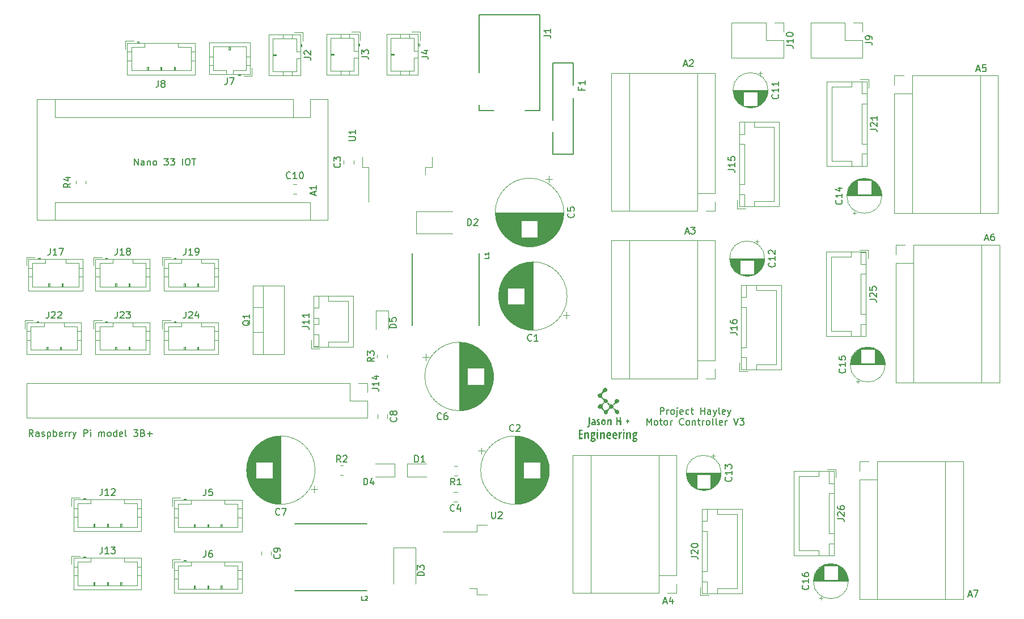
<source format=gbr>
%TF.GenerationSoftware,KiCad,Pcbnew,(6.0.7)*%
%TF.CreationDate,2023-04-18T19:04:57+08:00*%
%TF.ProjectId,stepper_with_DRV8825_controller_board_V3,73746570-7065-4725-9f77-6974685f4452,rev?*%
%TF.SameCoordinates,PX4a62f80PY848f8c0*%
%TF.FileFunction,Legend,Top*%
%TF.FilePolarity,Positive*%
%FSLAX46Y46*%
G04 Gerber Fmt 4.6, Leading zero omitted, Abs format (unit mm)*
G04 Created by KiCad (PCBNEW (6.0.7)) date 2023-04-18 19:04:57*
%MOMM*%
%LPD*%
G01*
G04 APERTURE LIST*
%ADD10C,0.150000*%
%ADD11C,0.120000*%
%ADD12C,0.127000*%
G04 APERTURE END LIST*
D10*
X97535714Y29352620D02*
X97535714Y30352620D01*
X97916666Y30352620D01*
X98011904Y30305000D01*
X98059523Y30257381D01*
X98107142Y30162143D01*
X98107142Y30019286D01*
X98059523Y29924048D01*
X98011904Y29876429D01*
X97916666Y29828810D01*
X97535714Y29828810D01*
X98535714Y29352620D02*
X98535714Y30019286D01*
X98535714Y29828810D02*
X98583333Y29924048D01*
X98630952Y29971667D01*
X98726190Y30019286D01*
X98821428Y30019286D01*
X99297619Y29352620D02*
X99202380Y29400239D01*
X99154761Y29447858D01*
X99107142Y29543096D01*
X99107142Y29828810D01*
X99154761Y29924048D01*
X99202380Y29971667D01*
X99297619Y30019286D01*
X99440476Y30019286D01*
X99535714Y29971667D01*
X99583333Y29924048D01*
X99630952Y29828810D01*
X99630952Y29543096D01*
X99583333Y29447858D01*
X99535714Y29400239D01*
X99440476Y29352620D01*
X99297619Y29352620D01*
X100059523Y30019286D02*
X100059523Y29162143D01*
X100011904Y29066905D01*
X99916666Y29019286D01*
X99869047Y29019286D01*
X100059523Y30352620D02*
X100011904Y30305000D01*
X100059523Y30257381D01*
X100107142Y30305000D01*
X100059523Y30352620D01*
X100059523Y30257381D01*
X100916666Y29400239D02*
X100821428Y29352620D01*
X100630952Y29352620D01*
X100535714Y29400239D01*
X100488095Y29495477D01*
X100488095Y29876429D01*
X100535714Y29971667D01*
X100630952Y30019286D01*
X100821428Y30019286D01*
X100916666Y29971667D01*
X100964285Y29876429D01*
X100964285Y29781191D01*
X100488095Y29685953D01*
X101821428Y29400239D02*
X101726190Y29352620D01*
X101535714Y29352620D01*
X101440476Y29400239D01*
X101392857Y29447858D01*
X101345238Y29543096D01*
X101345238Y29828810D01*
X101392857Y29924048D01*
X101440476Y29971667D01*
X101535714Y30019286D01*
X101726190Y30019286D01*
X101821428Y29971667D01*
X102107142Y30019286D02*
X102488095Y30019286D01*
X102250000Y30352620D02*
X102250000Y29495477D01*
X102297619Y29400239D01*
X102392857Y29352620D01*
X102488095Y29352620D01*
X103583333Y29352620D02*
X103583333Y30352620D01*
X103583333Y29876429D02*
X104154761Y29876429D01*
X104154761Y29352620D02*
X104154761Y30352620D01*
X105059523Y29352620D02*
X105059523Y29876429D01*
X105011904Y29971667D01*
X104916666Y30019286D01*
X104726190Y30019286D01*
X104630952Y29971667D01*
X105059523Y29400239D02*
X104964285Y29352620D01*
X104726190Y29352620D01*
X104630952Y29400239D01*
X104583333Y29495477D01*
X104583333Y29590715D01*
X104630952Y29685953D01*
X104726190Y29733572D01*
X104964285Y29733572D01*
X105059523Y29781191D01*
X105440476Y30019286D02*
X105678571Y29352620D01*
X105916666Y30019286D02*
X105678571Y29352620D01*
X105583333Y29114524D01*
X105535714Y29066905D01*
X105440476Y29019286D01*
X106440476Y29352620D02*
X106345238Y29400239D01*
X106297619Y29495477D01*
X106297619Y30352620D01*
X107202380Y29400239D02*
X107107142Y29352620D01*
X106916666Y29352620D01*
X106821428Y29400239D01*
X106773809Y29495477D01*
X106773809Y29876429D01*
X106821428Y29971667D01*
X106916666Y30019286D01*
X107107142Y30019286D01*
X107202380Y29971667D01*
X107250000Y29876429D01*
X107250000Y29781191D01*
X106773809Y29685953D01*
X107583333Y30019286D02*
X107821428Y29352620D01*
X108059523Y30019286D02*
X107821428Y29352620D01*
X107726190Y29114524D01*
X107678571Y29066905D01*
X107583333Y29019286D01*
X95535714Y27742620D02*
X95535714Y28742620D01*
X95869047Y28028334D01*
X96202380Y28742620D01*
X96202380Y27742620D01*
X96821428Y27742620D02*
X96726190Y27790239D01*
X96678571Y27837858D01*
X96630952Y27933096D01*
X96630952Y28218810D01*
X96678571Y28314048D01*
X96726190Y28361667D01*
X96821428Y28409286D01*
X96964285Y28409286D01*
X97059523Y28361667D01*
X97107142Y28314048D01*
X97154761Y28218810D01*
X97154761Y27933096D01*
X97107142Y27837858D01*
X97059523Y27790239D01*
X96964285Y27742620D01*
X96821428Y27742620D01*
X97440476Y28409286D02*
X97821428Y28409286D01*
X97583333Y28742620D02*
X97583333Y27885477D01*
X97630952Y27790239D01*
X97726190Y27742620D01*
X97821428Y27742620D01*
X98297619Y27742620D02*
X98202380Y27790239D01*
X98154761Y27837858D01*
X98107142Y27933096D01*
X98107142Y28218810D01*
X98154761Y28314048D01*
X98202380Y28361667D01*
X98297619Y28409286D01*
X98440476Y28409286D01*
X98535714Y28361667D01*
X98583333Y28314048D01*
X98630952Y28218810D01*
X98630952Y27933096D01*
X98583333Y27837858D01*
X98535714Y27790239D01*
X98440476Y27742620D01*
X98297619Y27742620D01*
X99059523Y27742620D02*
X99059523Y28409286D01*
X99059523Y28218810D02*
X99107142Y28314048D01*
X99154761Y28361667D01*
X99250000Y28409286D01*
X99345238Y28409286D01*
X101011904Y27837858D02*
X100964285Y27790239D01*
X100821428Y27742620D01*
X100726190Y27742620D01*
X100583333Y27790239D01*
X100488095Y27885477D01*
X100440476Y27980715D01*
X100392857Y28171191D01*
X100392857Y28314048D01*
X100440476Y28504524D01*
X100488095Y28599762D01*
X100583333Y28695000D01*
X100726190Y28742620D01*
X100821428Y28742620D01*
X100964285Y28695000D01*
X101011904Y28647381D01*
X101583333Y27742620D02*
X101488095Y27790239D01*
X101440476Y27837858D01*
X101392857Y27933096D01*
X101392857Y28218810D01*
X101440476Y28314048D01*
X101488095Y28361667D01*
X101583333Y28409286D01*
X101726190Y28409286D01*
X101821428Y28361667D01*
X101869047Y28314048D01*
X101916666Y28218810D01*
X101916666Y27933096D01*
X101869047Y27837858D01*
X101821428Y27790239D01*
X101726190Y27742620D01*
X101583333Y27742620D01*
X102345238Y28409286D02*
X102345238Y27742620D01*
X102345238Y28314048D02*
X102392857Y28361667D01*
X102488095Y28409286D01*
X102630952Y28409286D01*
X102726190Y28361667D01*
X102773809Y28266429D01*
X102773809Y27742620D01*
X103107142Y28409286D02*
X103488095Y28409286D01*
X103250000Y28742620D02*
X103250000Y27885477D01*
X103297619Y27790239D01*
X103392857Y27742620D01*
X103488095Y27742620D01*
X103821428Y27742620D02*
X103821428Y28409286D01*
X103821428Y28218810D02*
X103869047Y28314048D01*
X103916666Y28361667D01*
X104011904Y28409286D01*
X104107142Y28409286D01*
X104583333Y27742620D02*
X104488095Y27790239D01*
X104440476Y27837858D01*
X104392857Y27933096D01*
X104392857Y28218810D01*
X104440476Y28314048D01*
X104488095Y28361667D01*
X104583333Y28409286D01*
X104726190Y28409286D01*
X104821428Y28361667D01*
X104869047Y28314048D01*
X104916666Y28218810D01*
X104916666Y27933096D01*
X104869047Y27837858D01*
X104821428Y27790239D01*
X104726190Y27742620D01*
X104583333Y27742620D01*
X105488095Y27742620D02*
X105392857Y27790239D01*
X105345238Y27885477D01*
X105345238Y28742620D01*
X106011904Y27742620D02*
X105916666Y27790239D01*
X105869047Y27885477D01*
X105869047Y28742620D01*
X106773809Y27790239D02*
X106678571Y27742620D01*
X106488095Y27742620D01*
X106392857Y27790239D01*
X106345238Y27885477D01*
X106345238Y28266429D01*
X106392857Y28361667D01*
X106488095Y28409286D01*
X106678571Y28409286D01*
X106773809Y28361667D01*
X106821428Y28266429D01*
X106821428Y28171191D01*
X106345238Y28075953D01*
X107250000Y27742620D02*
X107250000Y28409286D01*
X107250000Y28218810D02*
X107297619Y28314048D01*
X107345238Y28361667D01*
X107440476Y28409286D01*
X107535714Y28409286D01*
X108488095Y28742620D02*
X108821428Y27742620D01*
X109154761Y28742620D01*
X109392857Y28742620D02*
X110011904Y28742620D01*
X109678571Y28361667D01*
X109821428Y28361667D01*
X109916666Y28314048D01*
X109964285Y28266429D01*
X110011904Y28171191D01*
X110011904Y27933096D01*
X109964285Y27837858D01*
X109916666Y27790239D01*
X109821428Y27742620D01*
X109535714Y27742620D01*
X109440476Y27790239D01*
X109392857Y27837858D01*
X3880952Y26047620D02*
X3547619Y26523810D01*
X3309523Y26047620D02*
X3309523Y27047620D01*
X3690476Y27047620D01*
X3785714Y27000000D01*
X3833333Y26952381D01*
X3880952Y26857143D01*
X3880952Y26714286D01*
X3833333Y26619048D01*
X3785714Y26571429D01*
X3690476Y26523810D01*
X3309523Y26523810D01*
X4738095Y26047620D02*
X4738095Y26571429D01*
X4690476Y26666667D01*
X4595238Y26714286D01*
X4404761Y26714286D01*
X4309523Y26666667D01*
X4738095Y26095239D02*
X4642857Y26047620D01*
X4404761Y26047620D01*
X4309523Y26095239D01*
X4261904Y26190477D01*
X4261904Y26285715D01*
X4309523Y26380953D01*
X4404761Y26428572D01*
X4642857Y26428572D01*
X4738095Y26476191D01*
X5166666Y26095239D02*
X5261904Y26047620D01*
X5452380Y26047620D01*
X5547619Y26095239D01*
X5595238Y26190477D01*
X5595238Y26238096D01*
X5547619Y26333334D01*
X5452380Y26380953D01*
X5309523Y26380953D01*
X5214285Y26428572D01*
X5166666Y26523810D01*
X5166666Y26571429D01*
X5214285Y26666667D01*
X5309523Y26714286D01*
X5452380Y26714286D01*
X5547619Y26666667D01*
X6023809Y26714286D02*
X6023809Y25714286D01*
X6023809Y26666667D02*
X6119047Y26714286D01*
X6309523Y26714286D01*
X6404761Y26666667D01*
X6452380Y26619048D01*
X6500000Y26523810D01*
X6500000Y26238096D01*
X6452380Y26142858D01*
X6404761Y26095239D01*
X6309523Y26047620D01*
X6119047Y26047620D01*
X6023809Y26095239D01*
X6928571Y26047620D02*
X6928571Y27047620D01*
X6928571Y26666667D02*
X7023809Y26714286D01*
X7214285Y26714286D01*
X7309523Y26666667D01*
X7357142Y26619048D01*
X7404761Y26523810D01*
X7404761Y26238096D01*
X7357142Y26142858D01*
X7309523Y26095239D01*
X7214285Y26047620D01*
X7023809Y26047620D01*
X6928571Y26095239D01*
X8214285Y26095239D02*
X8119047Y26047620D01*
X7928571Y26047620D01*
X7833333Y26095239D01*
X7785714Y26190477D01*
X7785714Y26571429D01*
X7833333Y26666667D01*
X7928571Y26714286D01*
X8119047Y26714286D01*
X8214285Y26666667D01*
X8261904Y26571429D01*
X8261904Y26476191D01*
X7785714Y26380953D01*
X8690476Y26047620D02*
X8690476Y26714286D01*
X8690476Y26523810D02*
X8738095Y26619048D01*
X8785714Y26666667D01*
X8880952Y26714286D01*
X8976190Y26714286D01*
X9309523Y26047620D02*
X9309523Y26714286D01*
X9309523Y26523810D02*
X9357142Y26619048D01*
X9404761Y26666667D01*
X9500000Y26714286D01*
X9595238Y26714286D01*
X9833333Y26714286D02*
X10071428Y26047620D01*
X10309523Y26714286D02*
X10071428Y26047620D01*
X9976190Y25809524D01*
X9928571Y25761905D01*
X9833333Y25714286D01*
X11452380Y26047620D02*
X11452380Y27047620D01*
X11833333Y27047620D01*
X11928571Y27000000D01*
X11976190Y26952381D01*
X12023809Y26857143D01*
X12023809Y26714286D01*
X11976190Y26619048D01*
X11928571Y26571429D01*
X11833333Y26523810D01*
X11452380Y26523810D01*
X12452380Y26047620D02*
X12452380Y26714286D01*
X12452380Y27047620D02*
X12404761Y27000000D01*
X12452380Y26952381D01*
X12500000Y27000000D01*
X12452380Y27047620D01*
X12452380Y26952381D01*
X13690476Y26047620D02*
X13690476Y26714286D01*
X13690476Y26619048D02*
X13738095Y26666667D01*
X13833333Y26714286D01*
X13976190Y26714286D01*
X14071428Y26666667D01*
X14119047Y26571429D01*
X14119047Y26047620D01*
X14119047Y26571429D02*
X14166666Y26666667D01*
X14261904Y26714286D01*
X14404761Y26714286D01*
X14500000Y26666667D01*
X14547619Y26571429D01*
X14547619Y26047620D01*
X15166666Y26047620D02*
X15071428Y26095239D01*
X15023809Y26142858D01*
X14976190Y26238096D01*
X14976190Y26523810D01*
X15023809Y26619048D01*
X15071428Y26666667D01*
X15166666Y26714286D01*
X15309523Y26714286D01*
X15404761Y26666667D01*
X15452380Y26619048D01*
X15500000Y26523810D01*
X15500000Y26238096D01*
X15452380Y26142858D01*
X15404761Y26095239D01*
X15309523Y26047620D01*
X15166666Y26047620D01*
X16357142Y26047620D02*
X16357142Y27047620D01*
X16357142Y26095239D02*
X16261904Y26047620D01*
X16071428Y26047620D01*
X15976190Y26095239D01*
X15928571Y26142858D01*
X15880952Y26238096D01*
X15880952Y26523810D01*
X15928571Y26619048D01*
X15976190Y26666667D01*
X16071428Y26714286D01*
X16261904Y26714286D01*
X16357142Y26666667D01*
X17214285Y26095239D02*
X17119047Y26047620D01*
X16928571Y26047620D01*
X16833333Y26095239D01*
X16785714Y26190477D01*
X16785714Y26571429D01*
X16833333Y26666667D01*
X16928571Y26714286D01*
X17119047Y26714286D01*
X17214285Y26666667D01*
X17261904Y26571429D01*
X17261904Y26476191D01*
X16785714Y26380953D01*
X17833333Y26047620D02*
X17738095Y26095239D01*
X17690476Y26190477D01*
X17690476Y27047620D01*
X18880952Y27047620D02*
X19500000Y27047620D01*
X19166666Y26666667D01*
X19309523Y26666667D01*
X19404761Y26619048D01*
X19452380Y26571429D01*
X19500000Y26476191D01*
X19500000Y26238096D01*
X19452380Y26142858D01*
X19404761Y26095239D01*
X19309523Y26047620D01*
X19023809Y26047620D01*
X18928571Y26095239D01*
X18880952Y26142858D01*
X20261904Y26571429D02*
X20404761Y26523810D01*
X20452380Y26476191D01*
X20500000Y26380953D01*
X20500000Y26238096D01*
X20452380Y26142858D01*
X20404761Y26095239D01*
X20309523Y26047620D01*
X19928571Y26047620D01*
X19928571Y27047620D01*
X20261904Y27047620D01*
X20357142Y27000000D01*
X20404761Y26952381D01*
X20452380Y26857143D01*
X20452380Y26761905D01*
X20404761Y26666667D01*
X20357142Y26619048D01*
X20261904Y26571429D01*
X19928571Y26571429D01*
X20928571Y26428572D02*
X21690476Y26428572D01*
X21309523Y26047620D02*
X21309523Y26809524D01*
X19000000Y66547620D02*
X19000000Y67547620D01*
X19571428Y66547620D01*
X19571428Y67547620D01*
X20476190Y66547620D02*
X20476190Y67071429D01*
X20428571Y67166667D01*
X20333333Y67214286D01*
X20142857Y67214286D01*
X20047619Y67166667D01*
X20476190Y66595239D02*
X20380952Y66547620D01*
X20142857Y66547620D01*
X20047619Y66595239D01*
X20000000Y66690477D01*
X20000000Y66785715D01*
X20047619Y66880953D01*
X20142857Y66928572D01*
X20380952Y66928572D01*
X20476190Y66976191D01*
X20952380Y67214286D02*
X20952380Y66547620D01*
X20952380Y67119048D02*
X21000000Y67166667D01*
X21095238Y67214286D01*
X21238095Y67214286D01*
X21333333Y67166667D01*
X21380952Y67071429D01*
X21380952Y66547620D01*
X22000000Y66547620D02*
X21904761Y66595239D01*
X21857142Y66642858D01*
X21809523Y66738096D01*
X21809523Y67023810D01*
X21857142Y67119048D01*
X21904761Y67166667D01*
X22000000Y67214286D01*
X22142857Y67214286D01*
X22238095Y67166667D01*
X22285714Y67119048D01*
X22333333Y67023810D01*
X22333333Y66738096D01*
X22285714Y66642858D01*
X22238095Y66595239D01*
X22142857Y66547620D01*
X22000000Y66547620D01*
X23428571Y67547620D02*
X24047619Y67547620D01*
X23714285Y67166667D01*
X23857142Y67166667D01*
X23952380Y67119048D01*
X24000000Y67071429D01*
X24047619Y66976191D01*
X24047619Y66738096D01*
X24000000Y66642858D01*
X23952380Y66595239D01*
X23857142Y66547620D01*
X23571428Y66547620D01*
X23476190Y66595239D01*
X23428571Y66642858D01*
X24380952Y67547620D02*
X25000000Y67547620D01*
X24666666Y67166667D01*
X24809523Y67166667D01*
X24904761Y67119048D01*
X24952380Y67071429D01*
X25000000Y66976191D01*
X25000000Y66738096D01*
X24952380Y66642858D01*
X24904761Y66595239D01*
X24809523Y66547620D01*
X24523809Y66547620D01*
X24428571Y66595239D01*
X24380952Y66642858D01*
X26190476Y66547620D02*
X26190476Y67547620D01*
X26857142Y67547620D02*
X27047619Y67547620D01*
X27142857Y67500000D01*
X27238095Y67404762D01*
X27285714Y67214286D01*
X27285714Y66880953D01*
X27238095Y66690477D01*
X27142857Y66595239D01*
X27047619Y66547620D01*
X26857142Y66547620D01*
X26761904Y66595239D01*
X26666666Y66690477D01*
X26619047Y66880953D01*
X26619047Y67214286D01*
X26666666Y67404762D01*
X26761904Y67500000D01*
X26857142Y67547620D01*
X27571428Y67547620D02*
X28142857Y67547620D01*
X27857142Y66547620D02*
X27857142Y67547620D01*
%TO.C,C10*%
X42319642Y64642858D02*
X42272023Y64595239D01*
X42129166Y64547620D01*
X42033928Y64547620D01*
X41891071Y64595239D01*
X41795833Y64690477D01*
X41748214Y64785715D01*
X41700595Y64976191D01*
X41700595Y65119048D01*
X41748214Y65309524D01*
X41795833Y65404762D01*
X41891071Y65500000D01*
X42033928Y65547620D01*
X42129166Y65547620D01*
X42272023Y65500000D01*
X42319642Y65452381D01*
X43272023Y64547620D02*
X42700595Y64547620D01*
X42986309Y64547620D02*
X42986309Y65547620D01*
X42891071Y65404762D01*
X42795833Y65309524D01*
X42700595Y65261905D01*
X43891071Y65547620D02*
X43986309Y65547620D01*
X44081547Y65500000D01*
X44129166Y65452381D01*
X44176785Y65357143D01*
X44224404Y65166667D01*
X44224404Y64928572D01*
X44176785Y64738096D01*
X44129166Y64642858D01*
X44081547Y64595239D01*
X43986309Y64547620D01*
X43891071Y64547620D01*
X43795833Y64595239D01*
X43748214Y64642858D01*
X43700595Y64738096D01*
X43652976Y64928572D01*
X43652976Y65166667D01*
X43700595Y65357143D01*
X43748214Y65452381D01*
X43795833Y65500000D01*
X43891071Y65547620D01*
%TO.C,D2*%
X68761904Y57547620D02*
X68761904Y58547620D01*
X69000000Y58547620D01*
X69142857Y58500000D01*
X69238095Y58404762D01*
X69285714Y58309524D01*
X69333333Y58119048D01*
X69333333Y57976191D01*
X69285714Y57785715D01*
X69238095Y57690477D01*
X69142857Y57595239D01*
X69000000Y57547620D01*
X68761904Y57547620D01*
X69714285Y58452381D02*
X69761904Y58500000D01*
X69857142Y58547620D01*
X70095238Y58547620D01*
X70190476Y58500000D01*
X70238095Y58452381D01*
X70285714Y58357143D01*
X70285714Y58261905D01*
X70238095Y58119048D01*
X69666666Y57547620D01*
X70285714Y57547620D01*
%TO.C,C15*%
X125107142Y36142030D02*
X125154761Y36094411D01*
X125202380Y35951554D01*
X125202380Y35856316D01*
X125154761Y35713459D01*
X125059523Y35618221D01*
X124964285Y35570602D01*
X124773809Y35522983D01*
X124630952Y35522983D01*
X124440476Y35570602D01*
X124345238Y35618221D01*
X124250000Y35713459D01*
X124202380Y35856316D01*
X124202380Y35951554D01*
X124250000Y36094411D01*
X124297619Y36142030D01*
X125202380Y37094411D02*
X125202380Y36522983D01*
X125202380Y36808697D02*
X124202380Y36808697D01*
X124345238Y36713459D01*
X124440476Y36618221D01*
X124488095Y36522983D01*
X124202380Y37999173D02*
X124202380Y37522983D01*
X124678571Y37475364D01*
X124630952Y37522983D01*
X124583333Y37618221D01*
X124583333Y37856316D01*
X124630952Y37951554D01*
X124678571Y37999173D01*
X124773809Y38046792D01*
X125011904Y38046792D01*
X125107142Y37999173D01*
X125154761Y37951554D01*
X125202380Y37856316D01*
X125202380Y37618221D01*
X125154761Y37522983D01*
X125107142Y37475364D01*
%TO.C,C6*%
X64833333Y28642858D02*
X64785714Y28595239D01*
X64642857Y28547620D01*
X64547619Y28547620D01*
X64404761Y28595239D01*
X64309523Y28690477D01*
X64261904Y28785715D01*
X64214285Y28976191D01*
X64214285Y29119048D01*
X64261904Y29309524D01*
X64309523Y29404762D01*
X64404761Y29500000D01*
X64547619Y29547620D01*
X64642857Y29547620D01*
X64785714Y29500000D01*
X64833333Y29452381D01*
X65690476Y29547620D02*
X65500000Y29547620D01*
X65404761Y29500000D01*
X65357142Y29452381D01*
X65261904Y29309524D01*
X65214285Y29119048D01*
X65214285Y28738096D01*
X65261904Y28642858D01*
X65309523Y28595239D01*
X65404761Y28547620D01*
X65595238Y28547620D01*
X65690476Y28595239D01*
X65738095Y28642858D01*
X65785714Y28738096D01*
X65785714Y28976191D01*
X65738095Y29071429D01*
X65690476Y29119048D01*
X65595238Y29166667D01*
X65404761Y29166667D01*
X65309523Y29119048D01*
X65261904Y29071429D01*
X65214285Y28976191D01*
%TO.C,F1*%
X85805824Y78114169D02*
X85805824Y77780568D01*
X86330054Y77780568D02*
X85329251Y77780568D01*
X85329251Y78257141D01*
X86330054Y79162630D02*
X86330054Y78590742D01*
X86330054Y78876686D02*
X85329251Y78876686D01*
X85472223Y78781371D01*
X85567537Y78686057D01*
X85615194Y78590742D01*
%TO.C,R4*%
X9452380Y63833334D02*
X8976190Y63500000D01*
X9452380Y63261905D02*
X8452380Y63261905D01*
X8452380Y63642858D01*
X8500000Y63738096D01*
X8547619Y63785715D01*
X8642857Y63833334D01*
X8785714Y63833334D01*
X8880952Y63785715D01*
X8928571Y63738096D01*
X8976190Y63642858D01*
X8976190Y63261905D01*
X8785714Y64690477D02*
X9452380Y64690477D01*
X8404761Y64452381D02*
X9119047Y64214286D01*
X9119047Y64833334D01*
%TO.C,J18*%
X16440476Y54147620D02*
X16440476Y53433334D01*
X16392857Y53290477D01*
X16297619Y53195239D01*
X16154761Y53147620D01*
X16059523Y53147620D01*
X17440476Y53147620D02*
X16869047Y53147620D01*
X17154761Y53147620D02*
X17154761Y54147620D01*
X17059523Y54004762D01*
X16964285Y53909524D01*
X16869047Y53861905D01*
X18011904Y53719048D02*
X17916666Y53766667D01*
X17869047Y53814286D01*
X17821428Y53909524D01*
X17821428Y53957143D01*
X17869047Y54052381D01*
X17916666Y54100000D01*
X18011904Y54147620D01*
X18202380Y54147620D01*
X18297619Y54100000D01*
X18345238Y54052381D01*
X18392857Y53957143D01*
X18392857Y53909524D01*
X18345238Y53814286D01*
X18297619Y53766667D01*
X18202380Y53719048D01*
X18011904Y53719048D01*
X17916666Y53671429D01*
X17869047Y53623810D01*
X17821428Y53528572D01*
X17821428Y53338096D01*
X17869047Y53242858D01*
X17916666Y53195239D01*
X18011904Y53147620D01*
X18202380Y53147620D01*
X18297619Y53195239D01*
X18345238Y53242858D01*
X18392857Y53338096D01*
X18392857Y53528572D01*
X18345238Y53623810D01*
X18297619Y53671429D01*
X18202380Y53719048D01*
%TO.C,D5*%
X58102380Y42261905D02*
X57102380Y42261905D01*
X57102380Y42500000D01*
X57150000Y42642858D01*
X57245238Y42738096D01*
X57340476Y42785715D01*
X57530952Y42833334D01*
X57673809Y42833334D01*
X57864285Y42785715D01*
X57959523Y42738096D01*
X58054761Y42642858D01*
X58102380Y42500000D01*
X58102380Y42261905D01*
X57102380Y43738096D02*
X57102380Y43261905D01*
X57578571Y43214286D01*
X57530952Y43261905D01*
X57483333Y43357143D01*
X57483333Y43595239D01*
X57530952Y43690477D01*
X57578571Y43738096D01*
X57673809Y43785715D01*
X57911904Y43785715D01*
X58007142Y43738096D01*
X58054761Y43690477D01*
X58102380Y43595239D01*
X58102380Y43357143D01*
X58054761Y43261905D01*
X58007142Y43214286D01*
%TO.C,C12*%
X114607142Y51962255D02*
X114654761Y51914636D01*
X114702380Y51771779D01*
X114702380Y51676541D01*
X114654761Y51533684D01*
X114559523Y51438446D01*
X114464285Y51390827D01*
X114273809Y51343208D01*
X114130952Y51343208D01*
X113940476Y51390827D01*
X113845238Y51438446D01*
X113750000Y51533684D01*
X113702380Y51676541D01*
X113702380Y51771779D01*
X113750000Y51914636D01*
X113797619Y51962255D01*
X114702380Y52914636D02*
X114702380Y52343208D01*
X114702380Y52628922D02*
X113702380Y52628922D01*
X113845238Y52533684D01*
X113940476Y52438446D01*
X113988095Y52343208D01*
X113797619Y53295589D02*
X113750000Y53343208D01*
X113702380Y53438446D01*
X113702380Y53676541D01*
X113750000Y53771779D01*
X113797619Y53819398D01*
X113892857Y53867017D01*
X113988095Y53867017D01*
X114130952Y53819398D01*
X114702380Y53247970D01*
X114702380Y53867017D01*
%TO.C,J2*%
X44352380Y82666667D02*
X45066666Y82666667D01*
X45209523Y82619048D01*
X45304761Y82523810D01*
X45352380Y82380953D01*
X45352380Y82285715D01*
X44447619Y83095239D02*
X44400000Y83142858D01*
X44352380Y83238096D01*
X44352380Y83476191D01*
X44400000Y83571429D01*
X44447619Y83619048D01*
X44542857Y83666667D01*
X44638095Y83666667D01*
X44780952Y83619048D01*
X45352380Y83047620D01*
X45352380Y83666667D01*
%TO.C,C7*%
X40701010Y14392858D02*
X40653391Y14345239D01*
X40510534Y14297620D01*
X40415296Y14297620D01*
X40272438Y14345239D01*
X40177200Y14440477D01*
X40129581Y14535715D01*
X40081962Y14726191D01*
X40081962Y14869048D01*
X40129581Y15059524D01*
X40177200Y15154762D01*
X40272438Y15250000D01*
X40415296Y15297620D01*
X40510534Y15297620D01*
X40653391Y15250000D01*
X40701010Y15202381D01*
X41034343Y15297620D02*
X41701010Y15297620D01*
X41272438Y14297620D01*
%TO.C,A1*%
X45906666Y62085715D02*
X45906666Y62561905D01*
X46192380Y61990477D02*
X45192380Y62323810D01*
X46192380Y62657143D01*
X46192380Y63514286D02*
X46192380Y62942858D01*
X46192380Y63228572D02*
X45192380Y63228572D01*
X45335238Y63133334D01*
X45430476Y63038096D01*
X45478095Y62942858D01*
%TO.C,A7*%
X143535714Y2333334D02*
X144011904Y2333334D01*
X143440476Y2047620D02*
X143773809Y3047620D01*
X144107142Y2047620D01*
X144345238Y3047620D02*
X145011904Y3047620D01*
X144583333Y2047620D01*
%TO.C,J1*%
X80169590Y85926667D02*
X80883876Y85926667D01*
X81026733Y85879048D01*
X81121971Y85783810D01*
X81169590Y85640953D01*
X81169590Y85545715D01*
X81169590Y86926667D02*
X81169590Y86355239D01*
X81169590Y86640953D02*
X80169590Y86640953D01*
X80312448Y86545715D01*
X80407686Y86450477D01*
X80455305Y86355239D01*
%TO.C,C13*%
X108107142Y19957143D02*
X108154761Y19909524D01*
X108202380Y19766667D01*
X108202380Y19671429D01*
X108154761Y19528572D01*
X108059523Y19433334D01*
X107964285Y19385715D01*
X107773809Y19338096D01*
X107630952Y19338096D01*
X107440476Y19385715D01*
X107345238Y19433334D01*
X107250000Y19528572D01*
X107202380Y19671429D01*
X107202380Y19766667D01*
X107250000Y19909524D01*
X107297619Y19957143D01*
X108202380Y20909524D02*
X108202380Y20338096D01*
X108202380Y20623810D02*
X107202380Y20623810D01*
X107345238Y20528572D01*
X107440476Y20433334D01*
X107488095Y20338096D01*
X107202380Y21242858D02*
X107202380Y21861905D01*
X107583333Y21528572D01*
X107583333Y21671429D01*
X107630952Y21766667D01*
X107678571Y21814286D01*
X107773809Y21861905D01*
X108011904Y21861905D01*
X108107142Y21814286D01*
X108154761Y21766667D01*
X108202380Y21671429D01*
X108202380Y21385715D01*
X108154761Y21290477D01*
X108107142Y21242858D01*
%TO.C,J13*%
X14190476Y9547620D02*
X14190476Y8833334D01*
X14142857Y8690477D01*
X14047619Y8595239D01*
X13904761Y8547620D01*
X13809523Y8547620D01*
X15190476Y8547620D02*
X14619047Y8547620D01*
X14904761Y8547620D02*
X14904761Y9547620D01*
X14809523Y9404762D01*
X14714285Y9309524D01*
X14619047Y9261905D01*
X15523809Y9547620D02*
X16142857Y9547620D01*
X15809523Y9166667D01*
X15952380Y9166667D01*
X16047619Y9119048D01*
X16095238Y9071429D01*
X16142857Y8976191D01*
X16142857Y8738096D01*
X16095238Y8642858D01*
X16047619Y8595239D01*
X15952380Y8547620D01*
X15666666Y8547620D01*
X15571428Y8595239D01*
X15523809Y8642858D01*
%TO.C,J6*%
X29666666Y8997620D02*
X29666666Y8283334D01*
X29619047Y8140477D01*
X29523809Y8045239D01*
X29380952Y7997620D01*
X29285714Y7997620D01*
X30571428Y8997620D02*
X30380952Y8997620D01*
X30285714Y8950000D01*
X30238095Y8902381D01*
X30142857Y8759524D01*
X30095238Y8569048D01*
X30095238Y8188096D01*
X30142857Y8092858D01*
X30190476Y8045239D01*
X30285714Y7997620D01*
X30476190Y7997620D01*
X30571428Y8045239D01*
X30619047Y8092858D01*
X30666666Y8188096D01*
X30666666Y8426191D01*
X30619047Y8521429D01*
X30571428Y8569048D01*
X30476190Y8616667D01*
X30285714Y8616667D01*
X30190476Y8569048D01*
X30142857Y8521429D01*
X30095238Y8426191D01*
%TO.C,J15*%
X107677380Y65890477D02*
X108391666Y65890477D01*
X108534523Y65842858D01*
X108629761Y65747620D01*
X108677380Y65604762D01*
X108677380Y65509524D01*
X108677380Y66890477D02*
X108677380Y66319048D01*
X108677380Y66604762D02*
X107677380Y66604762D01*
X107820238Y66509524D01*
X107915476Y66414286D01*
X107963095Y66319048D01*
X107677380Y67795239D02*
X107677380Y67319048D01*
X108153571Y67271429D01*
X108105952Y67319048D01*
X108058333Y67414286D01*
X108058333Y67652381D01*
X108105952Y67747620D01*
X108153571Y67795239D01*
X108248809Y67842858D01*
X108486904Y67842858D01*
X108582142Y67795239D01*
X108629761Y67747620D01*
X108677380Y67652381D01*
X108677380Y67414286D01*
X108629761Y67319048D01*
X108582142Y67271429D01*
%TO.C,C14*%
X124607142Y61342030D02*
X124654761Y61294411D01*
X124702380Y61151554D01*
X124702380Y61056316D01*
X124654761Y60913459D01*
X124559523Y60818221D01*
X124464285Y60770602D01*
X124273809Y60722983D01*
X124130952Y60722983D01*
X123940476Y60770602D01*
X123845238Y60818221D01*
X123750000Y60913459D01*
X123702380Y61056316D01*
X123702380Y61151554D01*
X123750000Y61294411D01*
X123797619Y61342030D01*
X124702380Y62294411D02*
X124702380Y61722983D01*
X124702380Y62008697D02*
X123702380Y62008697D01*
X123845238Y61913459D01*
X123940476Y61818221D01*
X123988095Y61722983D01*
X124035714Y63151554D02*
X124702380Y63151554D01*
X123654761Y62913459D02*
X124369047Y62675364D01*
X124369047Y63294411D01*
%TO.C,J11*%
X44087380Y42445477D02*
X44801666Y42445477D01*
X44944523Y42397858D01*
X45039761Y42302620D01*
X45087380Y42159762D01*
X45087380Y42064524D01*
X45087380Y43445477D02*
X45087380Y42874048D01*
X45087380Y43159762D02*
X44087380Y43159762D01*
X44230238Y43064524D01*
X44325476Y42969286D01*
X44373095Y42874048D01*
X45087380Y44397858D02*
X45087380Y43826429D01*
X45087380Y44112143D02*
X44087380Y44112143D01*
X44230238Y44016905D01*
X44325476Y43921667D01*
X44373095Y43826429D01*
%TO.C,L2*%
X53291510Y1554077D02*
X52986748Y1554077D01*
X52986748Y2194077D01*
X53474367Y2133124D02*
X53504843Y2163600D01*
X53565796Y2194077D01*
X53718177Y2194077D01*
X53779129Y2163600D01*
X53809605Y2133124D01*
X53840081Y2072172D01*
X53840081Y2011220D01*
X53809605Y1919791D01*
X53443891Y1554077D01*
X53840081Y1554077D01*
%TO.C,C1*%
X78333333Y40392858D02*
X78285714Y40345239D01*
X78142857Y40297620D01*
X78047619Y40297620D01*
X77904761Y40345239D01*
X77809523Y40440477D01*
X77761904Y40535715D01*
X77714285Y40726191D01*
X77714285Y40869048D01*
X77761904Y41059524D01*
X77809523Y41154762D01*
X77904761Y41250000D01*
X78047619Y41297620D01*
X78142857Y41297620D01*
X78285714Y41250000D01*
X78333333Y41202381D01*
X79285714Y40297620D02*
X78714285Y40297620D01*
X79000000Y40297620D02*
X79000000Y41297620D01*
X78904761Y41154762D01*
X78809523Y41059524D01*
X78714285Y41011905D01*
%TO.C,J8*%
X22566666Y79197620D02*
X22566666Y78483334D01*
X22519047Y78340477D01*
X22423809Y78245239D01*
X22280952Y78197620D01*
X22185714Y78197620D01*
X23185714Y78769048D02*
X23090476Y78816667D01*
X23042857Y78864286D01*
X22995238Y78959524D01*
X22995238Y79007143D01*
X23042857Y79102381D01*
X23090476Y79150000D01*
X23185714Y79197620D01*
X23376190Y79197620D01*
X23471428Y79150000D01*
X23519047Y79102381D01*
X23566666Y79007143D01*
X23566666Y78959524D01*
X23519047Y78864286D01*
X23471428Y78816667D01*
X23376190Y78769048D01*
X23185714Y78769048D01*
X23090476Y78721429D01*
X23042857Y78673810D01*
X22995238Y78578572D01*
X22995238Y78388096D01*
X23042857Y78292858D01*
X23090476Y78245239D01*
X23185714Y78197620D01*
X23376190Y78197620D01*
X23471428Y78245239D01*
X23519047Y78292858D01*
X23566666Y78388096D01*
X23566666Y78578572D01*
X23519047Y78673810D01*
X23471428Y78721429D01*
X23376190Y78769048D01*
%TO.C,C5*%
X84607142Y59333334D02*
X84654761Y59285715D01*
X84702380Y59142858D01*
X84702380Y59047620D01*
X84654761Y58904762D01*
X84559523Y58809524D01*
X84464285Y58761905D01*
X84273809Y58714286D01*
X84130952Y58714286D01*
X83940476Y58761905D01*
X83845238Y58809524D01*
X83750000Y58904762D01*
X83702380Y59047620D01*
X83702380Y59142858D01*
X83750000Y59285715D01*
X83797619Y59333334D01*
X83702380Y60238096D02*
X83702380Y59761905D01*
X84178571Y59714286D01*
X84130952Y59761905D01*
X84083333Y59857143D01*
X84083333Y60095239D01*
X84130952Y60190477D01*
X84178571Y60238096D01*
X84273809Y60285715D01*
X84511904Y60285715D01*
X84607142Y60238096D01*
X84654761Y60190477D01*
X84702380Y60095239D01*
X84702380Y59857143D01*
X84654761Y59761905D01*
X84607142Y59714286D01*
%TO.C,A3*%
X101285714Y56583334D02*
X101761904Y56583334D01*
X101190476Y56297620D02*
X101523809Y57297620D01*
X101857142Y56297620D01*
X102095238Y57297620D02*
X102714285Y57297620D01*
X102380952Y56916667D01*
X102523809Y56916667D01*
X102619047Y56869048D01*
X102666666Y56821429D01*
X102714285Y56726191D01*
X102714285Y56488096D01*
X102666666Y56392858D01*
X102619047Y56345239D01*
X102523809Y56297620D01*
X102238095Y56297620D01*
X102142857Y56345239D01*
X102095238Y56392858D01*
%TO.C,R3*%
X54802380Y37833334D02*
X54326190Y37500000D01*
X54802380Y37261905D02*
X53802380Y37261905D01*
X53802380Y37642858D01*
X53850000Y37738096D01*
X53897619Y37785715D01*
X53992857Y37833334D01*
X54135714Y37833334D01*
X54230952Y37785715D01*
X54278571Y37738096D01*
X54326190Y37642858D01*
X54326190Y37261905D01*
X53802380Y38166667D02*
X53802380Y38785715D01*
X54183333Y38452381D01*
X54183333Y38595239D01*
X54230952Y38690477D01*
X54278571Y38738096D01*
X54373809Y38785715D01*
X54611904Y38785715D01*
X54707142Y38738096D01*
X54754761Y38690477D01*
X54802380Y38595239D01*
X54802380Y38309524D01*
X54754761Y38214286D01*
X54707142Y38166667D01*
%TO.C,R2*%
X49788510Y22197620D02*
X49455177Y22673810D01*
X49217081Y22197620D02*
X49217081Y23197620D01*
X49598034Y23197620D01*
X49693272Y23150000D01*
X49740891Y23102381D01*
X49788510Y23007143D01*
X49788510Y22864286D01*
X49740891Y22769048D01*
X49693272Y22721429D01*
X49598034Y22673810D01*
X49217081Y22673810D01*
X50169462Y23102381D02*
X50217081Y23150000D01*
X50312319Y23197620D01*
X50550415Y23197620D01*
X50645653Y23150000D01*
X50693272Y23102381D01*
X50740891Y23007143D01*
X50740891Y22911905D01*
X50693272Y22769048D01*
X50121843Y22197620D01*
X50740891Y22197620D01*
%TO.C,C8*%
X58092142Y28870834D02*
X58139761Y28823215D01*
X58187380Y28680358D01*
X58187380Y28585120D01*
X58139761Y28442262D01*
X58044523Y28347024D01*
X57949285Y28299405D01*
X57758809Y28251786D01*
X57615952Y28251786D01*
X57425476Y28299405D01*
X57330238Y28347024D01*
X57235000Y28442262D01*
X57187380Y28585120D01*
X57187380Y28680358D01*
X57235000Y28823215D01*
X57282619Y28870834D01*
X57615952Y29442262D02*
X57568333Y29347024D01*
X57520714Y29299405D01*
X57425476Y29251786D01*
X57377857Y29251786D01*
X57282619Y29299405D01*
X57235000Y29347024D01*
X57187380Y29442262D01*
X57187380Y29632739D01*
X57235000Y29727977D01*
X57282619Y29775596D01*
X57377857Y29823215D01*
X57425476Y29823215D01*
X57520714Y29775596D01*
X57568333Y29727977D01*
X57615952Y29632739D01*
X57615952Y29442262D01*
X57663571Y29347024D01*
X57711190Y29299405D01*
X57806428Y29251786D01*
X57996904Y29251786D01*
X58092142Y29299405D01*
X58139761Y29347024D01*
X58187380Y29442262D01*
X58187380Y29632739D01*
X58139761Y29727977D01*
X58092142Y29775596D01*
X57996904Y29823215D01*
X57806428Y29823215D01*
X57711190Y29775596D01*
X57663571Y29727977D01*
X57615952Y29632739D01*
%TO.C,J19*%
X26690476Y54147620D02*
X26690476Y53433334D01*
X26642857Y53290477D01*
X26547619Y53195239D01*
X26404761Y53147620D01*
X26309523Y53147620D01*
X27690476Y53147620D02*
X27119047Y53147620D01*
X27404761Y53147620D02*
X27404761Y54147620D01*
X27309523Y54004762D01*
X27214285Y53909524D01*
X27119047Y53861905D01*
X28166666Y53147620D02*
X28357142Y53147620D01*
X28452380Y53195239D01*
X28500000Y53242858D01*
X28595238Y53385715D01*
X28642857Y53576191D01*
X28642857Y53957143D01*
X28595238Y54052381D01*
X28547619Y54100000D01*
X28452380Y54147620D01*
X28261904Y54147620D01*
X28166666Y54100000D01*
X28119047Y54052381D01*
X28071428Y53957143D01*
X28071428Y53719048D01*
X28119047Y53623810D01*
X28166666Y53576191D01*
X28261904Y53528572D01*
X28452380Y53528572D01*
X28547619Y53576191D01*
X28595238Y53623810D01*
X28642857Y53719048D01*
%TO.C,J10*%
X116362380Y84420477D02*
X117076666Y84420477D01*
X117219523Y84372858D01*
X117314761Y84277620D01*
X117362380Y84134762D01*
X117362380Y84039524D01*
X117362380Y85420477D02*
X117362380Y84849048D01*
X117362380Y85134762D02*
X116362380Y85134762D01*
X116505238Y85039524D01*
X116600476Y84944286D01*
X116648095Y84849048D01*
X116362380Y86039524D02*
X116362380Y86134762D01*
X116410000Y86230000D01*
X116457619Y86277620D01*
X116552857Y86325239D01*
X116743333Y86372858D01*
X116981428Y86372858D01*
X117171904Y86325239D01*
X117267142Y86277620D01*
X117314761Y86230000D01*
X117362380Y86134762D01*
X117362380Y86039524D01*
X117314761Y85944286D01*
X117267142Y85896667D01*
X117171904Y85849048D01*
X116981428Y85801429D01*
X116743333Y85801429D01*
X116552857Y85849048D01*
X116457619Y85896667D01*
X116410000Y85944286D01*
X116362380Y86039524D01*
%TO.C,U2*%
X72343272Y14797620D02*
X72343272Y13988096D01*
X72390891Y13892858D01*
X72438510Y13845239D01*
X72533748Y13797620D01*
X72724224Y13797620D01*
X72819462Y13845239D01*
X72867081Y13892858D01*
X72914700Y13988096D01*
X72914700Y14797620D01*
X73343272Y14702381D02*
X73390891Y14750000D01*
X73486129Y14797620D01*
X73724224Y14797620D01*
X73819462Y14750000D01*
X73867081Y14702381D01*
X73914700Y14607143D01*
X73914700Y14511905D01*
X73867081Y14369048D01*
X73295653Y13797620D01*
X73914700Y13797620D01*
%TO.C,J5*%
X29666666Y18197620D02*
X29666666Y17483334D01*
X29619047Y17340477D01*
X29523809Y17245239D01*
X29380952Y17197620D01*
X29285714Y17197620D01*
X30619047Y18197620D02*
X30142857Y18197620D01*
X30095238Y17721429D01*
X30142857Y17769048D01*
X30238095Y17816667D01*
X30476190Y17816667D01*
X30571428Y17769048D01*
X30619047Y17721429D01*
X30666666Y17626191D01*
X30666666Y17388096D01*
X30619047Y17292858D01*
X30571428Y17245239D01*
X30476190Y17197620D01*
X30238095Y17197620D01*
X30142857Y17245239D01*
X30095238Y17292858D01*
%TO.C,J21*%
X128917380Y71930477D02*
X129631666Y71930477D01*
X129774523Y71882858D01*
X129869761Y71787620D01*
X129917380Y71644762D01*
X129917380Y71549524D01*
X129012619Y72359048D02*
X128965000Y72406667D01*
X128917380Y72501905D01*
X128917380Y72740000D01*
X128965000Y72835239D01*
X129012619Y72882858D01*
X129107857Y72930477D01*
X129203095Y72930477D01*
X129345952Y72882858D01*
X129917380Y72311429D01*
X129917380Y72930477D01*
X129917380Y73882858D02*
X129917380Y73311429D01*
X129917380Y73597143D02*
X128917380Y73597143D01*
X129060238Y73501905D01*
X129155476Y73406667D01*
X129203095Y73311429D01*
%TO.C,C3*%
X49677142Y66833334D02*
X49724761Y66785715D01*
X49772380Y66642858D01*
X49772380Y66547620D01*
X49724761Y66404762D01*
X49629523Y66309524D01*
X49534285Y66261905D01*
X49343809Y66214286D01*
X49200952Y66214286D01*
X49010476Y66261905D01*
X48915238Y66309524D01*
X48820000Y66404762D01*
X48772380Y66547620D01*
X48772380Y66642858D01*
X48820000Y66785715D01*
X48867619Y66833334D01*
X48772380Y67166667D02*
X48772380Y67785715D01*
X49153333Y67452381D01*
X49153333Y67595239D01*
X49200952Y67690477D01*
X49248571Y67738096D01*
X49343809Y67785715D01*
X49581904Y67785715D01*
X49677142Y67738096D01*
X49724761Y67690477D01*
X49772380Y67595239D01*
X49772380Y67309524D01*
X49724761Y67214286D01*
X49677142Y67166667D01*
%TO.C,R1*%
X66833333Y18797620D02*
X66500000Y19273810D01*
X66261904Y18797620D02*
X66261904Y19797620D01*
X66642857Y19797620D01*
X66738095Y19750000D01*
X66785714Y19702381D01*
X66833333Y19607143D01*
X66833333Y19464286D01*
X66785714Y19369048D01*
X66738095Y19321429D01*
X66642857Y19273810D01*
X66261904Y19273810D01*
X67785714Y18797620D02*
X67214285Y18797620D01*
X67500000Y18797620D02*
X67500000Y19797620D01*
X67404761Y19654762D01*
X67309523Y19559524D01*
X67214285Y19511905D01*
%TO.C,J25*%
X128792380Y46480477D02*
X129506666Y46480477D01*
X129649523Y46432858D01*
X129744761Y46337620D01*
X129792380Y46194762D01*
X129792380Y46099524D01*
X128887619Y46909048D02*
X128840000Y46956667D01*
X128792380Y47051905D01*
X128792380Y47290000D01*
X128840000Y47385239D01*
X128887619Y47432858D01*
X128982857Y47480477D01*
X129078095Y47480477D01*
X129220952Y47432858D01*
X129792380Y46861429D01*
X129792380Y47480477D01*
X128792380Y48385239D02*
X128792380Y47909048D01*
X129268571Y47861429D01*
X129220952Y47909048D01*
X129173333Y48004286D01*
X129173333Y48242381D01*
X129220952Y48337620D01*
X129268571Y48385239D01*
X129363809Y48432858D01*
X129601904Y48432858D01*
X129697142Y48385239D01*
X129744761Y48337620D01*
X129792380Y48242381D01*
X129792380Y48004286D01*
X129744761Y47909048D01*
X129697142Y47861429D01*
%TO.C,L1*%
X71926100Y52961334D02*
X71926100Y52656572D01*
X71286100Y52656572D01*
X71926100Y53509905D02*
X71926100Y53144191D01*
X71926100Y53327048D02*
X71286100Y53327048D01*
X71377529Y53266096D01*
X71438481Y53205143D01*
X71468957Y53144191D01*
%TO.C,J26*%
X124002380Y13735590D02*
X124716666Y13735590D01*
X124859523Y13687971D01*
X124954761Y13592733D01*
X125002380Y13449875D01*
X125002380Y13354637D01*
X124097619Y14164161D02*
X124050000Y14211780D01*
X124002380Y14307018D01*
X124002380Y14545113D01*
X124050000Y14640352D01*
X124097619Y14687971D01*
X124192857Y14735590D01*
X124288095Y14735590D01*
X124430952Y14687971D01*
X125002380Y14116542D01*
X125002380Y14735590D01*
X124002380Y15592733D02*
X124002380Y15402256D01*
X124050000Y15307018D01*
X124097619Y15259399D01*
X124240476Y15164161D01*
X124430952Y15116542D01*
X124811904Y15116542D01*
X124907142Y15164161D01*
X124954761Y15211780D01*
X125002380Y15307018D01*
X125002380Y15497494D01*
X124954761Y15592733D01*
X124907142Y15640352D01*
X124811904Y15687971D01*
X124573809Y15687971D01*
X124478571Y15640352D01*
X124430952Y15592733D01*
X124383333Y15497494D01*
X124383333Y15307018D01*
X124430952Y15211780D01*
X124478571Y15164161D01*
X124573809Y15116542D01*
%TO.C,C2*%
X75663510Y26892858D02*
X75615891Y26845239D01*
X75473034Y26797620D01*
X75377796Y26797620D01*
X75234938Y26845239D01*
X75139700Y26940477D01*
X75092081Y27035715D01*
X75044462Y27226191D01*
X75044462Y27369048D01*
X75092081Y27559524D01*
X75139700Y27654762D01*
X75234938Y27750000D01*
X75377796Y27797620D01*
X75473034Y27797620D01*
X75615891Y27750000D01*
X75663510Y27702381D01*
X76044462Y27702381D02*
X76092081Y27750000D01*
X76187319Y27797620D01*
X76425415Y27797620D01*
X76520653Y27750000D01*
X76568272Y27702381D01*
X76615891Y27607143D01*
X76615891Y27511905D01*
X76568272Y27369048D01*
X75996843Y26797620D01*
X76615891Y26797620D01*
%TO.C,D1*%
X60861904Y22197620D02*
X60861904Y23197620D01*
X61100000Y23197620D01*
X61242857Y23150000D01*
X61338095Y23054762D01*
X61385714Y22959524D01*
X61433333Y22769048D01*
X61433333Y22626191D01*
X61385714Y22435715D01*
X61338095Y22340477D01*
X61242857Y22245239D01*
X61100000Y22197620D01*
X60861904Y22197620D01*
X62385714Y22197620D02*
X61814285Y22197620D01*
X62100000Y22197620D02*
X62100000Y23197620D01*
X62004761Y23054762D01*
X61909523Y22959524D01*
X61814285Y22911905D01*
%TO.C,J12*%
X14190476Y18247620D02*
X14190476Y17533334D01*
X14142857Y17390477D01*
X14047619Y17295239D01*
X13904761Y17247620D01*
X13809523Y17247620D01*
X15190476Y17247620D02*
X14619047Y17247620D01*
X14904761Y17247620D02*
X14904761Y18247620D01*
X14809523Y18104762D01*
X14714285Y18009524D01*
X14619047Y17961905D01*
X15571428Y18152381D02*
X15619047Y18200000D01*
X15714285Y18247620D01*
X15952380Y18247620D01*
X16047619Y18200000D01*
X16095238Y18152381D01*
X16142857Y18057143D01*
X16142857Y17961905D01*
X16095238Y17819048D01*
X15523809Y17247620D01*
X16142857Y17247620D01*
%TO.C,J16*%
X107977380Y41540477D02*
X108691666Y41540477D01*
X108834523Y41492858D01*
X108929761Y41397620D01*
X108977380Y41254762D01*
X108977380Y41159524D01*
X108977380Y42540477D02*
X108977380Y41969048D01*
X108977380Y42254762D02*
X107977380Y42254762D01*
X108120238Y42159524D01*
X108215476Y42064286D01*
X108263095Y41969048D01*
X107977380Y43397620D02*
X107977380Y43207143D01*
X108025000Y43111905D01*
X108072619Y43064286D01*
X108215476Y42969048D01*
X108405952Y42921429D01*
X108786904Y42921429D01*
X108882142Y42969048D01*
X108929761Y43016667D01*
X108977380Y43111905D01*
X108977380Y43302381D01*
X108929761Y43397620D01*
X108882142Y43445239D01*
X108786904Y43492858D01*
X108548809Y43492858D01*
X108453571Y43445239D01*
X108405952Y43397620D01*
X108358333Y43302381D01*
X108358333Y43111905D01*
X108405952Y43016667D01*
X108453571Y42969048D01*
X108548809Y42921429D01*
%TO.C,J14*%
X54507380Y33190477D02*
X55221666Y33190477D01*
X55364523Y33142858D01*
X55459761Y33047620D01*
X55507380Y32904762D01*
X55507380Y32809524D01*
X55507380Y34190477D02*
X55507380Y33619048D01*
X55507380Y33904762D02*
X54507380Y33904762D01*
X54650238Y33809524D01*
X54745476Y33714286D01*
X54793095Y33619048D01*
X54840714Y35047620D02*
X55507380Y35047620D01*
X54459761Y34809524D02*
X55174047Y34571429D01*
X55174047Y35190477D01*
%TO.C,C4*%
X66795833Y14962858D02*
X66748214Y14915239D01*
X66605357Y14867620D01*
X66510119Y14867620D01*
X66367261Y14915239D01*
X66272023Y15010477D01*
X66224404Y15105715D01*
X66176785Y15296191D01*
X66176785Y15439048D01*
X66224404Y15629524D01*
X66272023Y15724762D01*
X66367261Y15820000D01*
X66510119Y15867620D01*
X66605357Y15867620D01*
X66748214Y15820000D01*
X66795833Y15772381D01*
X67652976Y15534286D02*
X67652976Y14867620D01*
X67414880Y15915239D02*
X67176785Y15200953D01*
X67795833Y15200953D01*
%TO.C,U1*%
X51027380Y70238096D02*
X51836904Y70238096D01*
X51932142Y70285715D01*
X51979761Y70333334D01*
X52027380Y70428572D01*
X52027380Y70619048D01*
X51979761Y70714286D01*
X51932142Y70761905D01*
X51836904Y70809524D01*
X51027380Y70809524D01*
X52027380Y71809524D02*
X52027380Y71238096D01*
X52027380Y71523810D02*
X51027380Y71523810D01*
X51170238Y71428572D01*
X51265476Y71333334D01*
X51313095Y71238096D01*
%TO.C,J3*%
X52952380Y82766667D02*
X53666666Y82766667D01*
X53809523Y82719048D01*
X53904761Y82623810D01*
X53952380Y82480953D01*
X53952380Y82385715D01*
X52952380Y83147620D02*
X52952380Y83766667D01*
X53333333Y83433334D01*
X53333333Y83576191D01*
X53380952Y83671429D01*
X53428571Y83719048D01*
X53523809Y83766667D01*
X53761904Y83766667D01*
X53857142Y83719048D01*
X53904761Y83671429D01*
X53952380Y83576191D01*
X53952380Y83290477D01*
X53904761Y83195239D01*
X53857142Y83147620D01*
%TO.C,J17*%
X6440476Y54147620D02*
X6440476Y53433334D01*
X6392857Y53290477D01*
X6297619Y53195239D01*
X6154761Y53147620D01*
X6059523Y53147620D01*
X7440476Y53147620D02*
X6869047Y53147620D01*
X7154761Y53147620D02*
X7154761Y54147620D01*
X7059523Y54004762D01*
X6964285Y53909524D01*
X6869047Y53861905D01*
X7773809Y54147620D02*
X8440476Y54147620D01*
X8011904Y53147620D01*
%TO.C,C11*%
X115107142Y77107143D02*
X115154761Y77059524D01*
X115202380Y76916667D01*
X115202380Y76821429D01*
X115154761Y76678572D01*
X115059523Y76583334D01*
X114964285Y76535715D01*
X114773809Y76488096D01*
X114630952Y76488096D01*
X114440476Y76535715D01*
X114345238Y76583334D01*
X114250000Y76678572D01*
X114202380Y76821429D01*
X114202380Y76916667D01*
X114250000Y77059524D01*
X114297619Y77107143D01*
X115202380Y78059524D02*
X115202380Y77488096D01*
X115202380Y77773810D02*
X114202380Y77773810D01*
X114345238Y77678572D01*
X114440476Y77583334D01*
X114488095Y77488096D01*
X115202380Y79011905D02*
X115202380Y78440477D01*
X115202380Y78726191D02*
X114202380Y78726191D01*
X114345238Y78630953D01*
X114440476Y78535715D01*
X114488095Y78440477D01*
%TO.C,Q1*%
X36277619Y43364762D02*
X36230000Y43269524D01*
X36134761Y43174286D01*
X35991904Y43031429D01*
X35944285Y42936191D01*
X35944285Y42840953D01*
X36182380Y42888572D02*
X36134761Y42793334D01*
X36039523Y42698096D01*
X35849047Y42650477D01*
X35515714Y42650477D01*
X35325238Y42698096D01*
X35230000Y42793334D01*
X35182380Y42888572D01*
X35182380Y43079048D01*
X35230000Y43174286D01*
X35325238Y43269524D01*
X35515714Y43317143D01*
X35849047Y43317143D01*
X36039523Y43269524D01*
X36134761Y43174286D01*
X36182380Y43079048D01*
X36182380Y42888572D01*
X36182380Y44269524D02*
X36182380Y43698096D01*
X36182380Y43983810D02*
X35182380Y43983810D01*
X35325238Y43888572D01*
X35420476Y43793334D01*
X35468095Y43698096D01*
%TO.C,J22*%
X6190476Y44697620D02*
X6190476Y43983334D01*
X6142857Y43840477D01*
X6047619Y43745239D01*
X5904761Y43697620D01*
X5809523Y43697620D01*
X6619047Y44602381D02*
X6666666Y44650000D01*
X6761904Y44697620D01*
X7000000Y44697620D01*
X7095238Y44650000D01*
X7142857Y44602381D01*
X7190476Y44507143D01*
X7190476Y44411905D01*
X7142857Y44269048D01*
X6571428Y43697620D01*
X7190476Y43697620D01*
X7571428Y44602381D02*
X7619047Y44650000D01*
X7714285Y44697620D01*
X7952380Y44697620D01*
X8047619Y44650000D01*
X8095238Y44602381D01*
X8142857Y44507143D01*
X8142857Y44411905D01*
X8095238Y44269048D01*
X7523809Y43697620D01*
X8142857Y43697620D01*
%TO.C,J7*%
X32866666Y79597620D02*
X32866666Y78883334D01*
X32819047Y78740477D01*
X32723809Y78645239D01*
X32580952Y78597620D01*
X32485714Y78597620D01*
X33247619Y79597620D02*
X33914285Y79597620D01*
X33485714Y78597620D01*
%TO.C,C9*%
X40706965Y8420834D02*
X40754584Y8373215D01*
X40802203Y8230358D01*
X40802203Y8135120D01*
X40754584Y7992262D01*
X40659346Y7897024D01*
X40564108Y7849405D01*
X40373632Y7801786D01*
X40230775Y7801786D01*
X40040299Y7849405D01*
X39945061Y7897024D01*
X39849823Y7992262D01*
X39802203Y8135120D01*
X39802203Y8230358D01*
X39849823Y8373215D01*
X39897442Y8420834D01*
X40802203Y8897024D02*
X40802203Y9087500D01*
X40754584Y9182739D01*
X40706965Y9230358D01*
X40564108Y9325596D01*
X40373632Y9373215D01*
X39992680Y9373215D01*
X39897442Y9325596D01*
X39849823Y9277977D01*
X39802203Y9182739D01*
X39802203Y8992262D01*
X39849823Y8897024D01*
X39897442Y8849405D01*
X39992680Y8801786D01*
X40230775Y8801786D01*
X40326013Y8849405D01*
X40373632Y8897024D01*
X40421251Y8992262D01*
X40421251Y9182739D01*
X40373632Y9277977D01*
X40326013Y9325596D01*
X40230775Y9373215D01*
%TO.C,A6*%
X146035714Y55583334D02*
X146511904Y55583334D01*
X145940476Y55297620D02*
X146273809Y56297620D01*
X146607142Y55297620D01*
X147369047Y56297620D02*
X147178571Y56297620D01*
X147083333Y56250000D01*
X147035714Y56202381D01*
X146940476Y56059524D01*
X146892857Y55869048D01*
X146892857Y55488096D01*
X146940476Y55392858D01*
X146988095Y55345239D01*
X147083333Y55297620D01*
X147273809Y55297620D01*
X147369047Y55345239D01*
X147416666Y55392858D01*
X147464285Y55488096D01*
X147464285Y55726191D01*
X147416666Y55821429D01*
X147369047Y55869048D01*
X147273809Y55916667D01*
X147083333Y55916667D01*
X146988095Y55869048D01*
X146940476Y55821429D01*
X146892857Y55726191D01*
%TO.C,J24*%
X26690476Y44697620D02*
X26690476Y43983334D01*
X26642857Y43840477D01*
X26547619Y43745239D01*
X26404761Y43697620D01*
X26309523Y43697620D01*
X27119047Y44602381D02*
X27166666Y44650000D01*
X27261904Y44697620D01*
X27500000Y44697620D01*
X27595238Y44650000D01*
X27642857Y44602381D01*
X27690476Y44507143D01*
X27690476Y44411905D01*
X27642857Y44269048D01*
X27071428Y43697620D01*
X27690476Y43697620D01*
X28547619Y44364286D02*
X28547619Y43697620D01*
X28309523Y44745239D02*
X28071428Y44030953D01*
X28690476Y44030953D01*
%TO.C,D3*%
X62282557Y5261905D02*
X61282557Y5261905D01*
X61282557Y5500000D01*
X61330177Y5642858D01*
X61425415Y5738096D01*
X61520653Y5785715D01*
X61711129Y5833334D01*
X61853986Y5833334D01*
X62044462Y5785715D01*
X62139700Y5738096D01*
X62234938Y5642858D01*
X62282557Y5500000D01*
X62282557Y5261905D01*
X61282557Y6166667D02*
X61282557Y6785715D01*
X61663510Y6452381D01*
X61663510Y6595239D01*
X61711129Y6690477D01*
X61758748Y6738096D01*
X61853986Y6785715D01*
X62092081Y6785715D01*
X62187319Y6738096D01*
X62234938Y6690477D01*
X62282557Y6595239D01*
X62282557Y6309524D01*
X62234938Y6214286D01*
X62187319Y6166667D01*
%TO.C,A5*%
X144785714Y80833334D02*
X145261904Y80833334D01*
X144690476Y80547620D02*
X145023809Y81547620D01*
X145357142Y80547620D01*
X146166666Y81547620D02*
X145690476Y81547620D01*
X145642857Y81071429D01*
X145690476Y81119048D01*
X145785714Y81166667D01*
X146023809Y81166667D01*
X146119047Y81119048D01*
X146166666Y81071429D01*
X146214285Y80976191D01*
X146214285Y80738096D01*
X146166666Y80642858D01*
X146119047Y80595239D01*
X146023809Y80547620D01*
X145785714Y80547620D01*
X145690476Y80595239D01*
X145642857Y80642858D01*
%TO.C,A2*%
X101035714Y81583334D02*
X101511904Y81583334D01*
X100940476Y81297620D02*
X101273809Y82297620D01*
X101607142Y81297620D01*
X101892857Y82202381D02*
X101940476Y82250000D01*
X102035714Y82297620D01*
X102273809Y82297620D01*
X102369047Y82250000D01*
X102416666Y82202381D01*
X102464285Y82107143D01*
X102464285Y82011905D01*
X102416666Y81869048D01*
X101845238Y81297620D01*
X102464285Y81297620D01*
%TO.C,J23*%
X16440476Y44697620D02*
X16440476Y43983334D01*
X16392857Y43840477D01*
X16297619Y43745239D01*
X16154761Y43697620D01*
X16059523Y43697620D01*
X16869047Y44602381D02*
X16916666Y44650000D01*
X17011904Y44697620D01*
X17250000Y44697620D01*
X17345238Y44650000D01*
X17392857Y44602381D01*
X17440476Y44507143D01*
X17440476Y44411905D01*
X17392857Y44269048D01*
X16821428Y43697620D01*
X17440476Y43697620D01*
X17773809Y44697620D02*
X18392857Y44697620D01*
X18059523Y44316667D01*
X18202380Y44316667D01*
X18297619Y44269048D01*
X18345238Y44221429D01*
X18392857Y44126191D01*
X18392857Y43888096D01*
X18345238Y43792858D01*
X18297619Y43745239D01*
X18202380Y43697620D01*
X17916666Y43697620D01*
X17821428Y43745239D01*
X17773809Y43792858D01*
%TO.C,J9*%
X128162380Y84896667D02*
X128876666Y84896667D01*
X129019523Y84849048D01*
X129114761Y84753810D01*
X129162380Y84610953D01*
X129162380Y84515715D01*
X129162380Y85420477D02*
X129162380Y85610953D01*
X129114761Y85706191D01*
X129067142Y85753810D01*
X128924285Y85849048D01*
X128733809Y85896667D01*
X128352857Y85896667D01*
X128257619Y85849048D01*
X128210000Y85801429D01*
X128162380Y85706191D01*
X128162380Y85515715D01*
X128210000Y85420477D01*
X128257619Y85372858D01*
X128352857Y85325239D01*
X128590952Y85325239D01*
X128686190Y85372858D01*
X128733809Y85420477D01*
X128781428Y85515715D01*
X128781428Y85706191D01*
X128733809Y85801429D01*
X128686190Y85849048D01*
X128590952Y85896667D01*
%TO.C,D4*%
X53261904Y18797620D02*
X53261904Y19797620D01*
X53500000Y19797620D01*
X53642857Y19750000D01*
X53738095Y19654762D01*
X53785714Y19559524D01*
X53833333Y19369048D01*
X53833333Y19226191D01*
X53785714Y19035715D01*
X53738095Y18940477D01*
X53642857Y18845239D01*
X53500000Y18797620D01*
X53261904Y18797620D01*
X54690476Y19464286D02*
X54690476Y18797620D01*
X54452380Y19845239D02*
X54214285Y19130953D01*
X54833333Y19130953D01*
%TO.C,A4*%
X98035714Y1333334D02*
X98511904Y1333334D01*
X97940476Y1047620D02*
X98273809Y2047620D01*
X98607142Y1047620D01*
X99369047Y1714286D02*
X99369047Y1047620D01*
X99130952Y2095239D02*
X98892857Y1380953D01*
X99511904Y1380953D01*
%TO.C,J4*%
X61902380Y82766667D02*
X62616666Y82766667D01*
X62759523Y82719048D01*
X62854761Y82623810D01*
X62902380Y82480953D01*
X62902380Y82385715D01*
X62235714Y83671429D02*
X62902380Y83671429D01*
X61854761Y83433334D02*
X62569047Y83195239D01*
X62569047Y83814286D01*
%TO.C,C16*%
X119607142Y3792030D02*
X119654761Y3744411D01*
X119702380Y3601554D01*
X119702380Y3506316D01*
X119654761Y3363459D01*
X119559523Y3268221D01*
X119464285Y3220602D01*
X119273809Y3172983D01*
X119130952Y3172983D01*
X118940476Y3220602D01*
X118845238Y3268221D01*
X118750000Y3363459D01*
X118702380Y3506316D01*
X118702380Y3601554D01*
X118750000Y3744411D01*
X118797619Y3792030D01*
X119702380Y4744411D02*
X119702380Y4172983D01*
X119702380Y4458697D02*
X118702380Y4458697D01*
X118845238Y4363459D01*
X118940476Y4268221D01*
X118988095Y4172983D01*
X118702380Y5601554D02*
X118702380Y5411078D01*
X118750000Y5315840D01*
X118797619Y5268221D01*
X118940476Y5172983D01*
X119130952Y5125364D01*
X119511904Y5125364D01*
X119607142Y5172983D01*
X119654761Y5220602D01*
X119702380Y5315840D01*
X119702380Y5506316D01*
X119654761Y5601554D01*
X119607142Y5649173D01*
X119511904Y5696792D01*
X119273809Y5696792D01*
X119178571Y5649173D01*
X119130952Y5601554D01*
X119083333Y5506316D01*
X119083333Y5315840D01*
X119130952Y5220602D01*
X119178571Y5172983D01*
X119273809Y5125364D01*
%TO.C,J20*%
X102147380Y8090477D02*
X102861666Y8090477D01*
X103004523Y8042858D01*
X103099761Y7947620D01*
X103147380Y7804762D01*
X103147380Y7709524D01*
X102242619Y8519048D02*
X102195000Y8566667D01*
X102147380Y8661905D01*
X102147380Y8900000D01*
X102195000Y8995239D01*
X102242619Y9042858D01*
X102337857Y9090477D01*
X102433095Y9090477D01*
X102575952Y9042858D01*
X103147380Y8471429D01*
X103147380Y9090477D01*
X102147380Y9709524D02*
X102147380Y9804762D01*
X102195000Y9900000D01*
X102242619Y9947620D01*
X102337857Y9995239D01*
X102528333Y10042858D01*
X102766428Y10042858D01*
X102956904Y9995239D01*
X103052142Y9947620D01*
X103099761Y9900000D01*
X103147380Y9804762D01*
X103147380Y9709524D01*
X103099761Y9614286D01*
X103052142Y9566667D01*
X102956904Y9519048D01*
X102766428Y9471429D01*
X102528333Y9471429D01*
X102337857Y9519048D01*
X102242619Y9566667D01*
X102195000Y9614286D01*
X102147380Y9709524D01*
%TO.C,G\u002A\u002A\u002A*%
G36*
X87138119Y25636145D02*
G01*
X87201039Y25736439D01*
X87186099Y25810827D01*
X87169057Y25930482D01*
X87185880Y25980401D01*
X87200463Y26110645D01*
X87170873Y26211624D01*
X87143297Y26328342D01*
X87345374Y26328342D01*
X87374243Y26232224D01*
X87378666Y26227383D01*
X87465271Y26194576D01*
X87540174Y26243578D01*
X87557391Y26283525D01*
X87559017Y26400395D01*
X87537683Y26489638D01*
X87495173Y26568242D01*
X87442060Y26561135D01*
X87419914Y26544258D01*
X87362948Y26450413D01*
X87345374Y26328342D01*
X87143297Y26328342D01*
X87123562Y26411875D01*
X87162591Y26567847D01*
X87281175Y26672231D01*
X87472525Y26717717D01*
X87635360Y26711924D01*
X87812602Y26680410D01*
X87891018Y26639199D01*
X87871571Y26587642D01*
X87846253Y26569723D01*
X87811729Y26502783D01*
X87796219Y26382586D01*
X87796154Y26374137D01*
X87753519Y26197381D01*
X87632823Y26079068D01*
X87495563Y26035731D01*
X87387575Y26000400D01*
X87365556Y25947049D01*
X87421239Y25891706D01*
X87546358Y25850399D01*
X87594816Y25843293D01*
X87742183Y25816984D01*
X87822521Y25767831D01*
X87866795Y25682491D01*
X87882967Y25502492D01*
X87855830Y25418468D01*
X87748313Y25291688D01*
X87585035Y25214485D01*
X87400526Y25192991D01*
X87229314Y25233337D01*
X87144872Y25292209D01*
X87057215Y25420683D01*
X87064993Y25514478D01*
X87295168Y25514478D01*
X87306890Y25427322D01*
X87362280Y25397891D01*
X87457989Y25401756D01*
X87579681Y25431704D01*
X87631438Y25502942D01*
X87636818Y25530177D01*
X87634721Y25605576D01*
X87581684Y25637104D01*
X87473998Y25642899D01*
X87354062Y25634118D01*
X87304304Y25593670D01*
X87295168Y25514478D01*
X87064993Y25514478D01*
X87067283Y25542094D01*
X87138119Y25636145D01*
G37*
G36*
X93402091Y25651335D02*
G01*
X93466614Y25714178D01*
X93445620Y25793057D01*
X93440030Y25802228D01*
X93409883Y25913247D01*
X93436386Y25978561D01*
X93462012Y26079877D01*
X93421633Y26200212D01*
X93386215Y26326663D01*
X93608184Y26326663D01*
X93636753Y26232036D01*
X93640993Y26227383D01*
X93722847Y26188295D01*
X93783806Y26236572D01*
X93807986Y26359506D01*
X93807989Y26360979D01*
X93793765Y26512370D01*
X93749725Y26570220D01*
X93674827Y26538105D01*
X93622919Y26447455D01*
X93608184Y26326663D01*
X93386215Y26326663D01*
X93369176Y26387499D01*
X93404594Y26542457D01*
X93517923Y26654375D01*
X93699201Y26712547D01*
X93897687Y26711924D01*
X94074929Y26680410D01*
X94153346Y26639199D01*
X94133898Y26587642D01*
X94108580Y26569723D01*
X94074056Y26502783D01*
X94058547Y26382586D01*
X94058482Y26374137D01*
X94015846Y26197381D01*
X93895151Y26079068D01*
X93757890Y26035731D01*
X93650033Y26000090D01*
X93627548Y25946734D01*
X93682028Y25893236D01*
X93805066Y25857168D01*
X93845336Y25852949D01*
X94026615Y25809856D01*
X94125202Y25710842D01*
X94143558Y25552788D01*
X94132793Y25488794D01*
X94055486Y25346516D01*
X93914564Y25246520D01*
X93740671Y25197111D01*
X93564453Y25206590D01*
X93416554Y25283261D01*
X93407200Y25292209D01*
X93322032Y25425242D01*
X93321365Y25514478D01*
X93557496Y25514478D01*
X93569218Y25427322D01*
X93624607Y25397891D01*
X93720316Y25401756D01*
X93842009Y25431704D01*
X93893765Y25502942D01*
X93899146Y25530177D01*
X93897048Y25605576D01*
X93844011Y25637104D01*
X93736325Y25642899D01*
X93616389Y25634118D01*
X93566631Y25593670D01*
X93557496Y25514478D01*
X93321365Y25514478D01*
X93321072Y25553665D01*
X93402091Y25651335D01*
G37*
G36*
X85809800Y27042004D02*
G01*
X85900517Y27025944D01*
X85936979Y26989842D01*
X85942505Y26945463D01*
X85922891Y26876405D01*
X85846319Y26848541D01*
X85767160Y26845266D01*
X85649638Y26837510D01*
X85601442Y26793755D01*
X85591837Y26683267D01*
X85591815Y26669921D01*
X85599570Y26552399D01*
X85643326Y26504202D01*
X85753814Y26494597D01*
X85767160Y26494576D01*
X85888012Y26483367D01*
X85936774Y26439612D01*
X85942505Y26394378D01*
X85922891Y26325320D01*
X85846319Y26297456D01*
X85767160Y26294181D01*
X85654893Y26288114D01*
X85605001Y26250656D01*
X85592207Y26152918D01*
X85591815Y26093787D01*
X85597123Y25965481D01*
X85629900Y25908461D01*
X85715420Y25893840D01*
X85767160Y25893392D01*
X85885739Y25884034D01*
X85934283Y25841925D01*
X85942505Y25768146D01*
X85936141Y25698732D01*
X85901362Y25661256D01*
X85814641Y25645914D01*
X85652450Y25642902D01*
X85641914Y25642899D01*
X85341322Y25642899D01*
X85341322Y27045660D01*
X85641914Y27045660D01*
X85809800Y27042004D01*
G37*
G36*
X86715150Y26725471D02*
G01*
X86827909Y26646709D01*
X86902164Y26479628D01*
X86936480Y26228997D01*
X86935369Y25993589D01*
X86923318Y25816567D01*
X86903110Y25716213D01*
X86865885Y25668998D01*
X86806707Y25651939D01*
X86750656Y25649263D01*
X86717145Y25673975D01*
X86700389Y25745685D01*
X86694604Y25884002D01*
X86693985Y26034069D01*
X86688572Y26254112D01*
X86669969Y26394880D01*
X86634633Y26476829D01*
X86613415Y26499075D01*
X86525929Y26531091D01*
X86458843Y26469281D01*
X86414264Y26318333D01*
X86394294Y26082933D01*
X86393393Y26009063D01*
X86390515Y25818912D01*
X86378434Y25708256D01*
X86351976Y25656475D01*
X86305969Y25642946D01*
X86301545Y25642899D01*
X86206287Y25659255D01*
X86176299Y25676298D01*
X86162073Y25737737D01*
X86150862Y25876000D01*
X86144151Y26067726D01*
X86142900Y26202334D01*
X86144452Y26428456D01*
X86151474Y26572591D01*
X86167510Y26652927D01*
X86196106Y26687654D01*
X86238922Y26694970D01*
X86329203Y26666542D01*
X86356849Y26632347D01*
X86395795Y26605055D01*
X86476379Y26656433D01*
X86484252Y26663334D01*
X86620844Y26731788D01*
X86715150Y26725471D01*
G37*
G36*
X88286368Y26181459D02*
G01*
X88278710Y25950096D01*
X88268237Y25800316D01*
X88250490Y25713517D01*
X88221008Y25671100D01*
X88175328Y25654463D01*
X88159369Y25651939D01*
X88109351Y25648683D01*
X88076868Y25667459D01*
X88058137Y25725500D01*
X88049375Y25840042D01*
X88046798Y26028317D01*
X88046647Y26165450D01*
X88046647Y26694970D01*
X88300646Y26694970D01*
X88286368Y26181459D01*
G37*
G36*
X89069785Y26725471D02*
G01*
X89182544Y26646709D01*
X89256799Y26479628D01*
X89291115Y26228997D01*
X89290004Y25993589D01*
X89277953Y25816567D01*
X89257745Y25716213D01*
X89220520Y25668998D01*
X89161342Y25651939D01*
X89105291Y25649263D01*
X89071780Y25673975D01*
X89055024Y25745685D01*
X89049239Y25884002D01*
X89048620Y26034069D01*
X89043207Y26254112D01*
X89024604Y26394880D01*
X88989268Y26476829D01*
X88968051Y26499075D01*
X88880564Y26531091D01*
X88813479Y26469281D01*
X88768899Y26318333D01*
X88748929Y26082933D01*
X88748028Y26009063D01*
X88746367Y25820937D01*
X88736510Y25711628D01*
X88711145Y25659761D01*
X88662961Y25643961D01*
X88622781Y25642899D01*
X88497535Y25642899D01*
X88497535Y26168934D01*
X88498916Y26403951D01*
X88505206Y26556417D01*
X88519623Y26643966D01*
X88545385Y26684231D01*
X88585712Y26694845D01*
X88593557Y26694970D01*
X88683838Y26666542D01*
X88711484Y26632347D01*
X88750430Y26605055D01*
X88831014Y26656433D01*
X88838887Y26663334D01*
X88975479Y26731788D01*
X89069785Y26725471D01*
G37*
G36*
X89607413Y26609827D02*
G01*
X89735351Y26715213D01*
X89863622Y26745069D01*
X89992426Y26700302D01*
X90107082Y26586306D01*
X90183339Y26433539D01*
X90200888Y26321508D01*
X90200888Y26143885D01*
X89950395Y26143885D01*
X89782723Y26131370D01*
X89706084Y26088407D01*
X89713831Y26006866D01*
X89767532Y25920251D01*
X89847528Y25856432D01*
X89969473Y25854980D01*
X89992975Y25859324D01*
X90102926Y25871739D01*
X90145782Y25840658D01*
X90150789Y25797302D01*
X90109792Y25701798D01*
X90005039Y25650848D01*
X89863890Y25647323D01*
X89713702Y25694092D01*
X89635880Y25743295D01*
X89523378Y25883932D01*
X89469597Y26064289D01*
X89469220Y26260980D01*
X89497838Y26374729D01*
X89702581Y26374729D01*
X89744867Y26308524D01*
X89825148Y26294181D01*
X89923083Y26317398D01*
X89950395Y26395951D01*
X89917114Y26489902D01*
X89842458Y26534226D01*
X89764209Y26511684D01*
X89745711Y26489351D01*
X89702581Y26374729D01*
X89497838Y26374729D01*
X89516931Y26450621D01*
X89607413Y26609827D01*
G37*
G36*
X90455142Y26565840D02*
G01*
X90516798Y26624160D01*
X90637033Y26705281D01*
X90745985Y26744422D01*
X90757044Y26745069D01*
X90891920Y26700088D01*
X91009874Y26585062D01*
X91086530Y26429864D01*
X91102663Y26321508D01*
X91102663Y26143885D01*
X90852170Y26143885D01*
X90701054Y26138168D01*
X90625762Y26115004D01*
X90602277Y26065375D01*
X90601677Y26049822D01*
X90643536Y25927666D01*
X90755176Y25861255D01*
X90902393Y25860853D01*
X91008886Y25871427D01*
X91048885Y25835801D01*
X91052565Y25797302D01*
X91012277Y25699971D01*
X90908843Y25649738D01*
X90768404Y25648238D01*
X90617103Y25697106D01*
X90516798Y25763808D01*
X90437667Y25842986D01*
X90395330Y25929096D01*
X90378635Y26056263D01*
X90376233Y26193984D01*
X90381284Y26372430D01*
X90381745Y26374729D01*
X90604356Y26374729D01*
X90646642Y26308524D01*
X90726924Y26294181D01*
X90824858Y26317398D01*
X90852170Y26395951D01*
X90818889Y26489902D01*
X90744234Y26534226D01*
X90665984Y26511684D01*
X90647487Y26489351D01*
X90604356Y26374729D01*
X90381745Y26374729D01*
X90403870Y26485007D01*
X90455142Y26565840D01*
G37*
G36*
X91779381Y26723471D02*
G01*
X91804044Y26631702D01*
X91758714Y26516870D01*
X91691322Y26468881D01*
X91632030Y26431274D01*
X91594628Y26366479D01*
X91571407Y26250711D01*
X91554663Y26060185D01*
X91553551Y26043688D01*
X91538061Y25850890D01*
X91518379Y25736431D01*
X91486838Y25678512D01*
X91435773Y25655336D01*
X91415780Y25651939D01*
X91365761Y25648683D01*
X91333278Y25667459D01*
X91314547Y25725500D01*
X91305785Y25840042D01*
X91303209Y26028317D01*
X91303058Y26165450D01*
X91304299Y26401035D01*
X91310250Y26554090D01*
X91324251Y26642275D01*
X91349646Y26683246D01*
X91389774Y26694663D01*
X91403255Y26694970D01*
X91484608Y26670783D01*
X91503452Y26637107D01*
X91532391Y26619197D01*
X91595069Y26662156D01*
X91707000Y26735644D01*
X91779381Y26723471D01*
G37*
G36*
X92194061Y26181459D02*
G01*
X92186402Y25950096D01*
X92175930Y25800316D01*
X92158183Y25713517D01*
X92128700Y25671100D01*
X92083020Y25654463D01*
X92067062Y25651939D01*
X92017043Y25648683D01*
X91984560Y25667459D01*
X91965829Y25725500D01*
X91957067Y25840042D01*
X91954491Y26028317D01*
X91954340Y26165450D01*
X91954340Y26694970D01*
X92208338Y26694970D01*
X92194061Y26181459D01*
G37*
G36*
X92977477Y26725471D02*
G01*
X93090237Y26646709D01*
X93164492Y26479628D01*
X93198807Y26228997D01*
X93197696Y25993589D01*
X93185645Y25816567D01*
X93165437Y25716213D01*
X93128212Y25668998D01*
X93069034Y25651939D01*
X93012983Y25649263D01*
X92979472Y25673975D01*
X92962716Y25745685D01*
X92956931Y25884002D01*
X92956312Y26034069D01*
X92950899Y26254112D01*
X92932297Y26394880D01*
X92896960Y26476829D01*
X92875743Y26499075D01*
X92788256Y26531091D01*
X92721171Y26469281D01*
X92676591Y26318333D01*
X92656622Y26082933D01*
X92655720Y26009063D01*
X92654059Y25820937D01*
X92644202Y25711628D01*
X92618838Y25659761D01*
X92570653Y25643961D01*
X92530474Y25642899D01*
X92405227Y25642899D01*
X92405227Y26168934D01*
X92406609Y26403951D01*
X92412898Y26556417D01*
X92427315Y26643966D01*
X92453078Y26684231D01*
X92493405Y26694845D01*
X92501250Y26694970D01*
X92591530Y26666542D01*
X92619177Y26632347D01*
X92658122Y26605055D01*
X92738707Y26656433D01*
X92746580Y26663334D01*
X92883171Y26731788D01*
X92977477Y26725471D01*
G37*
G36*
X88205694Y27101717D02*
G01*
X88251600Y27065217D01*
X88286757Y26988916D01*
X88242738Y26923906D01*
X88154751Y26878649D01*
X88109271Y26880497D01*
X88055014Y26943578D01*
X88055242Y27036860D01*
X88107946Y27107790D01*
X88118132Y27112470D01*
X88205694Y27101717D01*
G37*
G36*
X92113387Y27101717D02*
G01*
X92159292Y27065217D01*
X92194450Y26988916D01*
X92150431Y26923906D01*
X92062443Y26878649D01*
X92016963Y26880497D01*
X91962706Y26943578D01*
X91962934Y27036860D01*
X92015638Y27107790D01*
X92025825Y27112470D01*
X92113387Y27101717D01*
G37*
G36*
X87009011Y28928715D02*
G01*
X87028632Y28879320D01*
X87039293Y28780123D01*
X87043726Y28615553D01*
X87044666Y28370044D01*
X87044675Y28298317D01*
X87039324Y27960892D01*
X87020407Y27711150D01*
X86983630Y27537008D01*
X86924695Y27426380D01*
X86839307Y27367184D01*
X86723172Y27347334D01*
X86706509Y27347019D01*
X86615112Y27375122D01*
X86593787Y27446449D01*
X86629398Y27530371D01*
X86692571Y27546647D01*
X86732114Y27552651D01*
X86759963Y27580994D01*
X86778654Y27647170D01*
X86790723Y27766675D01*
X86798704Y27955003D01*
X86805134Y28227649D01*
X86805293Y28235503D01*
X86811490Y28510023D01*
X86818965Y28700317D01*
X86830585Y28822343D01*
X86849217Y28892059D01*
X86877730Y28925424D01*
X86918990Y28938396D01*
X86931953Y28940368D01*
X86977695Y28943874D01*
X87009011Y28928715D01*
G37*
G36*
X87365748Y28218256D02*
G01*
X87495563Y28255984D01*
X87600540Y28301017D01*
X87629950Y28374570D01*
X87586972Y28443201D01*
X87474898Y28473471D01*
X87356902Y28494719D01*
X87309770Y28543669D01*
X87342683Y28598128D01*
X87411760Y28626071D01*
X87604209Y28648050D01*
X87743701Y28599124D01*
X87835296Y28473115D01*
X87884054Y28263842D01*
X87895613Y28035108D01*
X87893122Y27854836D01*
X87880389Y27752906D01*
X87851007Y27707538D01*
X87798571Y27696951D01*
X87796154Y27696942D01*
X87714758Y27718652D01*
X87695957Y27748804D01*
X87665290Y27775076D01*
X87599053Y27748804D01*
X87440444Y27699917D01*
X87310112Y27727282D01*
X87246832Y27793846D01*
X87199924Y27965916D01*
X87204078Y27980185D01*
X87454237Y27980185D01*
X87454639Y27879964D01*
X87498391Y27852200D01*
X87529385Y27855795D01*
X87608573Y27918268D01*
X87637086Y28014883D01*
X87636684Y28115104D01*
X87592932Y28142868D01*
X87561938Y28139273D01*
X87482749Y28076800D01*
X87454237Y27980185D01*
X87204078Y27980185D01*
X87242937Y28113656D01*
X87365748Y28218256D01*
G37*
G36*
X88387291Y28639380D02*
G01*
X88490698Y28601737D01*
X88522549Y28541393D01*
X88480129Y28489348D01*
X88401732Y28474418D01*
X88291394Y28450014D01*
X88268274Y28386230D01*
X88332705Y28293589D01*
X88394389Y28242285D01*
X88509068Y28127350D01*
X88547174Y27994029D01*
X88547634Y27973083D01*
X88521572Y27816679D01*
X88434274Y27728879D01*
X88272072Y27697532D01*
X88237022Y27696942D01*
X88108724Y27707076D01*
X88054284Y27745648D01*
X88046647Y27790192D01*
X88069057Y27856681D01*
X88152847Y27862853D01*
X88171271Y27859619D01*
X88286564Y27863946D01*
X88330208Y27922656D01*
X88300172Y28018069D01*
X88201933Y28126270D01*
X88080596Y28272252D01*
X88044305Y28416889D01*
X88085769Y28539995D01*
X88197695Y28621382D01*
X88372791Y28640864D01*
X88387291Y28639380D01*
G37*
G36*
X88728609Y28369818D02*
G01*
X88811212Y28523559D01*
X88935057Y28623606D01*
X89050304Y28648816D01*
X89220679Y28606850D01*
X89335687Y28483129D01*
X89392981Y28280915D01*
X89399310Y28163433D01*
X89386423Y27974189D01*
X89341927Y27850513D01*
X89299113Y27797140D01*
X89149029Y27709054D01*
X88984015Y27707990D01*
X88835149Y27791960D01*
X88801763Y27828945D01*
X88716532Y27998261D01*
X88699254Y28146652D01*
X88916613Y28146652D01*
X88940226Y28003398D01*
X88984653Y27892302D01*
X89040802Y27847241D01*
X89041245Y27847238D01*
X89108227Y27881493D01*
X89145744Y27918684D01*
X89179293Y28010812D01*
X89191446Y28154769D01*
X89189452Y28206751D01*
X89170331Y28347567D01*
X89129746Y28416197D01*
X89063998Y28439007D01*
X88983870Y28430969D01*
X88939741Y28360407D01*
X88922903Y28288190D01*
X88916613Y28146652D01*
X88699254Y28146652D01*
X88694598Y28186635D01*
X88728609Y28369818D01*
G37*
G36*
X89717531Y28648433D02*
G01*
X89784425Y28594352D01*
X89844898Y28566982D01*
X89872549Y28594352D01*
X89954528Y28644862D01*
X90072255Y28637582D01*
X90184753Y28579162D01*
X90223097Y28537472D01*
X90274170Y28405967D01*
X90298476Y28190789D01*
X90301085Y28061535D01*
X90299407Y27873902D01*
X90289467Y27765042D01*
X90263906Y27713534D01*
X90215366Y27697956D01*
X90175839Y27696942D01*
X90112133Y27701625D01*
X90074790Y27729743D01*
X90056775Y27802403D01*
X90051053Y27940710D01*
X90050592Y28072682D01*
X90047992Y28265357D01*
X90036734Y28378450D01*
X90011628Y28432517D01*
X89967488Y28448111D01*
X89955755Y28448422D01*
X89879535Y28428253D01*
X89831851Y28357034D01*
X89807205Y28218697D01*
X89800100Y27997171D01*
X89800099Y27993437D01*
X89796342Y27826943D01*
X89779879Y27737480D01*
X89742922Y27702000D01*
X89699902Y27696942D01*
X89653332Y27704129D01*
X89623941Y27738080D01*
X89607815Y27817382D01*
X89601041Y27960622D01*
X89599705Y28172879D01*
X89605271Y28420811D01*
X89624366Y28577244D01*
X89660588Y28650383D01*
X89717531Y28648433D01*
G37*
G36*
X91112663Y28936220D02*
G01*
X91142637Y28880242D01*
X91152333Y28756854D01*
X91152762Y28698915D01*
X91156119Y28550611D01*
X91176337Y28476656D01*
X91228634Y28451212D01*
X91300313Y28448422D01*
X91389828Y28455477D01*
X91435662Y28494253D01*
X91455888Y28591164D01*
X91463133Y28686390D01*
X91479308Y28833089D01*
X91511039Y28904188D01*
X91570231Y28924219D01*
X91578600Y28924359D01*
X91620704Y28918074D01*
X91649667Y28888283D01*
X91668546Y28818578D01*
X91680394Y28692550D01*
X91688267Y28493792D01*
X91692864Y28310650D01*
X91706931Y27696942D01*
X91580142Y27696942D01*
X91507544Y27703895D01*
X91469745Y27741111D01*
X91455452Y27833129D01*
X91453353Y27972485D01*
X91450830Y28130008D01*
X91434290Y28211998D01*
X91390283Y28243117D01*
X91305356Y28248027D01*
X91303058Y28248027D01*
X91217136Y28243400D01*
X91172414Y28213078D01*
X91155440Y28132398D01*
X91152762Y27976698D01*
X91152762Y27972485D01*
X91148413Y27813249D01*
X91129609Y27730297D01*
X91087717Y27699881D01*
X91052565Y27696942D01*
X91010983Y27702646D01*
X90982827Y27730608D01*
X90965494Y27797105D01*
X90956379Y27918415D01*
X90952877Y28110813D01*
X90952367Y28323175D01*
X90953280Y28583063D01*
X90957754Y28759035D01*
X90968393Y28867367D01*
X90987803Y28924338D01*
X91018587Y28946223D01*
X91052565Y28949408D01*
X91112663Y28936220D01*
G37*
G36*
X92690331Y28654105D02*
G01*
X92705819Y28548619D01*
X92721565Y28438607D01*
X92780151Y28399874D01*
X92806016Y28398323D01*
X92887616Y28366998D01*
X92906213Y28323175D01*
X92864446Y28261975D01*
X92806016Y28248027D01*
X92736958Y28228413D01*
X92709094Y28151840D01*
X92705819Y28072682D01*
X92689523Y27942994D01*
X92637515Y27897654D01*
X92630671Y27897337D01*
X92575090Y27935360D01*
X92555659Y28056712D01*
X92555523Y28072682D01*
X92544315Y28193534D01*
X92500559Y28242296D01*
X92455326Y28248027D01*
X92373726Y28279352D01*
X92355129Y28323175D01*
X92396896Y28384375D01*
X92455326Y28398323D01*
X92528667Y28421942D01*
X92554489Y28509822D01*
X92555523Y28548619D01*
X92577928Y28667940D01*
X92630671Y28698915D01*
X92690331Y28654105D01*
G37*
G36*
X90395126Y30803842D02*
G01*
X90440234Y30775167D01*
X90533075Y30658012D01*
X90554926Y30509664D01*
X90515483Y30358334D01*
X90424444Y30232233D01*
X90291507Y30159571D01*
X90225937Y30151775D01*
X90096349Y30186619D01*
X90000494Y30251972D01*
X89929673Y30310997D01*
X89900296Y30312090D01*
X89931666Y30245642D01*
X89960879Y30211429D01*
X89987778Y30153298D01*
X89933424Y30089820D01*
X89910780Y30073322D01*
X89827786Y29990592D01*
X89800099Y29923490D01*
X89773898Y29858221D01*
X89719474Y29868767D01*
X89681785Y29926331D01*
X89624476Y29992806D01*
X89593512Y30001479D01*
X89575531Y29972317D01*
X89623252Y29902942D01*
X89700055Y29756962D01*
X89699524Y29601174D01*
X89632978Y29463518D01*
X89511736Y29371934D01*
X89399310Y29350197D01*
X89265619Y29383411D01*
X89181631Y29441814D01*
X89121521Y29557600D01*
X89098718Y29691152D01*
X89136246Y29838976D01*
X89253662Y29944262D01*
X89458219Y30012911D01*
X89505154Y30021885D01*
X89681441Y30081289D01*
X89800084Y30197533D01*
X89875819Y30387854D01*
X89895547Y30478518D01*
X89966632Y30688495D01*
X90080167Y30816290D01*
X90226287Y30856530D01*
X90395126Y30803842D01*
G37*
G36*
X90612236Y30275640D02*
G01*
X90704053Y30191987D01*
X90867617Y30078284D01*
X90991856Y30051577D01*
X91166748Y30012412D01*
X91309506Y29910712D01*
X91392620Y29770171D01*
X91403255Y29697251D01*
X91364191Y29530424D01*
X91263841Y29414837D01*
X91127470Y29361532D01*
X90980341Y29381549D01*
X90867093Y29462919D01*
X90789060Y29589084D01*
X90733828Y29748880D01*
X90729822Y29768953D01*
X90676788Y29926338D01*
X90592409Y30057152D01*
X90580061Y30069544D01*
X90503368Y30164490D01*
X90507590Y30243148D01*
X90514237Y30254610D01*
X90556013Y30295166D01*
X90612236Y30275640D01*
G37*
G36*
X89073253Y31081319D02*
G01*
X89108680Y31046483D01*
X89165417Y30978713D01*
X89147917Y30945976D01*
X89103759Y30929903D01*
X88992477Y30847516D01*
X88925799Y30704259D01*
X88902706Y30528468D01*
X88922179Y30348481D01*
X88983201Y30192635D01*
X89084752Y30089270D01*
X89134679Y30069412D01*
X89216608Y30041111D01*
X89212698Y29997776D01*
X89168424Y29945366D01*
X89075812Y29866549D01*
X89014013Y29858844D01*
X88998521Y29901282D01*
X88954210Y30000151D01*
X88843239Y30088091D01*
X88698551Y30143273D01*
X88620504Y30151775D01*
X88453135Y30189115D01*
X88308284Y30284856D01*
X88215447Y30414576D01*
X88196943Y30502465D01*
X88241556Y30637719D01*
X88354830Y30758279D01*
X88505919Y30837710D01*
X88607980Y30854749D01*
X88808257Y30896222D01*
X88952717Y31019218D01*
X88977109Y31056445D01*
X89020510Y31106018D01*
X89073253Y31081319D01*
G37*
G36*
X89751199Y31095097D02*
G01*
X89828699Y31025770D01*
X89862225Y30990295D01*
X89947215Y30888655D01*
X89967162Y30819107D01*
X89932798Y30748395D01*
X89881037Y30686057D01*
X89845476Y30704552D01*
X89811102Y30773864D01*
X89729642Y30879293D01*
X89648953Y30928573D01*
X89575313Y30959008D01*
X89583453Y30999375D01*
X89633374Y31049775D01*
X89697007Y31100262D01*
X89751199Y31095097D01*
G37*
G36*
X91281242Y31574655D02*
G01*
X91303058Y31554536D01*
X91394580Y31408859D01*
X91396280Y31261633D01*
X91316855Y31129573D01*
X91165002Y31029392D01*
X91006635Y30984880D01*
X90809771Y30920812D01*
X90679812Y30826595D01*
X90595140Y30747853D01*
X90540219Y30741367D01*
X90505600Y30773043D01*
X90480349Y30837508D01*
X90522439Y30915802D01*
X90574308Y30971528D01*
X90675807Y31123171D01*
X90701874Y31244911D01*
X90740404Y31424158D01*
X90840639Y31558618D01*
X90979546Y31636429D01*
X91134091Y31645729D01*
X91281242Y31574655D01*
G37*
G36*
X89503849Y31619889D02*
G01*
X89599705Y31554536D01*
X89675500Y31435185D01*
X89699902Y31329092D01*
X89665058Y31199504D01*
X89599705Y31103648D01*
X89480354Y31027853D01*
X89374261Y31003451D01*
X89244672Y31038295D01*
X89148817Y31103648D01*
X89073022Y31222999D01*
X89048620Y31329092D01*
X89083464Y31458681D01*
X89148817Y31554536D01*
X89268168Y31630331D01*
X89374261Y31654733D01*
X89503849Y31619889D01*
G37*
G36*
X89462011Y33282833D02*
G01*
X89587996Y33175120D01*
X89648185Y33028324D01*
X89649803Y32999569D01*
X89604202Y32870174D01*
X89484408Y32751879D01*
X89315938Y32665665D01*
X89211980Y32639556D01*
X89018582Y32573650D01*
X88900045Y32445459D01*
X88850523Y32247606D01*
X88848225Y32180769D01*
X88881856Y31972062D01*
X88973043Y31806514D01*
X89099891Y31713759D01*
X89159843Y31683394D01*
X89153881Y31639117D01*
X89101295Y31569864D01*
X89012050Y31459946D01*
X88955803Y31583395D01*
X88845369Y31710829D01*
X88664176Y31787227D01*
X88497910Y31805029D01*
X88360022Y31847886D01*
X88235035Y31953761D01*
X88157295Y32088611D01*
X88146845Y32153029D01*
X88192298Y32278515D01*
X88310996Y32391652D01*
X88476448Y32470495D01*
X88550881Y32487691D01*
X88752621Y32562987D01*
X88889230Y32705353D01*
X88947311Y32899766D01*
X88948423Y32933454D01*
X88987944Y33124969D01*
X89096348Y33260321D01*
X89258398Y33322511D01*
X89299113Y33324687D01*
X89462011Y33282833D01*
G37*
D11*
%TO.C,C10*%
X43223752Y62265000D02*
X42701248Y62265000D01*
X43223752Y63735000D02*
X42701248Y63735000D01*
%TO.C,D2*%
X61100000Y56350000D02*
X66500000Y56350000D01*
X61100000Y59650000D02*
X61100000Y56350000D01*
X61100000Y59650000D02*
X66500000Y59650000D01*
%TO.C,C15*%
X129540000Y38185887D02*
X130675000Y38185887D01*
X129540000Y38425887D02*
X130504000Y38425887D01*
X126232000Y38025887D02*
X127460000Y38025887D01*
X126171000Y37905887D02*
X127460000Y37905887D01*
X126009000Y37464887D02*
X127460000Y37464887D01*
X129540000Y38905887D02*
X130000000Y38905887D01*
X125921000Y36864887D02*
X131079000Y36864887D01*
X129540000Y38065887D02*
X130747000Y38065887D01*
X129540000Y37705887D02*
X130914000Y37705887D01*
X129540000Y37665887D02*
X130928000Y37665887D01*
X126599000Y38545887D02*
X127460000Y38545887D01*
X129540000Y37424887D02*
X131001000Y37424887D01*
X129540000Y38145887D02*
X130700000Y38145887D01*
X127025000Y33980112D02*
X127025000Y34480112D01*
X125980000Y37344887D02*
X127460000Y37344887D01*
X126190000Y37945887D02*
X127460000Y37945887D01*
X126086000Y37705887D02*
X127460000Y37705887D01*
X128216000Y39385887D02*
X128784000Y39385887D01*
X129540000Y37505887D02*
X130980000Y37505887D01*
X129540000Y37825887D02*
X130865000Y37825887D01*
X127181000Y39025887D02*
X127460000Y39025887D01*
X126102000Y37745887D02*
X127460000Y37745887D01*
X129540000Y39025887D02*
X129819000Y39025887D01*
X126072000Y37665887D02*
X127460000Y37665887D01*
X126045000Y37585887D02*
X127460000Y37585887D01*
X125922000Y36904887D02*
X131078000Y36904887D01*
X125920000Y36824887D02*
X131080000Y36824887D01*
X129540000Y38825887D02*
X130105000Y38825887D01*
X125931000Y37024887D02*
X127460000Y37024887D01*
X129540000Y38465887D02*
X130471000Y38465887D01*
X129540000Y37985887D02*
X130790000Y37985887D01*
X129540000Y37224887D02*
X131043000Y37224887D01*
X126775000Y34230112D02*
X127275000Y34230112D01*
X129540000Y38625887D02*
X130326000Y38625887D01*
X126715000Y38665887D02*
X127460000Y38665887D01*
X129540000Y38265887D02*
X130622000Y38265887D01*
X126152000Y37865887D02*
X127460000Y37865887D01*
X129540000Y37945887D02*
X130810000Y37945887D01*
X129540000Y37625887D02*
X130942000Y37625887D01*
X125950000Y37184887D02*
X127460000Y37184887D01*
X127695000Y39265887D02*
X129305000Y39265887D01*
X129540000Y38705887D02*
X130243000Y38705887D01*
X129540000Y38545887D02*
X130401000Y38545887D01*
X125935000Y37064887D02*
X127460000Y37064887D01*
X127402000Y39145887D02*
X129598000Y39145887D01*
X129540000Y38385887D02*
X130535000Y38385887D01*
X125944000Y37144887D02*
X127460000Y37144887D01*
X126895000Y38825887D02*
X127460000Y38825887D01*
X129540000Y38945887D02*
X129943000Y38945887D01*
X129540000Y38985887D02*
X129883000Y38985887D01*
X126118000Y37785887D02*
X127460000Y37785887D01*
X126210000Y37985887D02*
X127460000Y37985887D01*
X126435000Y38345887D02*
X127460000Y38345887D01*
X125957000Y37224887D02*
X127460000Y37224887D01*
X129540000Y38585887D02*
X130364000Y38585887D01*
X129540000Y38745887D02*
X130199000Y38745887D01*
X127489000Y39185887D02*
X129511000Y39185887D01*
X127000000Y38905887D02*
X127460000Y38905887D01*
X127249000Y39065887D02*
X127460000Y39065887D01*
X129540000Y37104887D02*
X131061000Y37104887D01*
X127322000Y39105887D02*
X129678000Y39105887D01*
X126674000Y38625887D02*
X127460000Y38625887D01*
X125999000Y37424887D02*
X127460000Y37424887D01*
X129540000Y37384887D02*
X131011000Y37384887D01*
X126300000Y38145887D02*
X127460000Y38145887D01*
X126276000Y38105887D02*
X127460000Y38105887D01*
X125924000Y36944887D02*
X131076000Y36944887D01*
X129540000Y39065887D02*
X129751000Y39065887D01*
X125964000Y37264887D02*
X127460000Y37264887D01*
X129540000Y37464887D02*
X130991000Y37464887D01*
X129540000Y38105887D02*
X130724000Y38105887D01*
X129540000Y37024887D02*
X131069000Y37024887D01*
X126563000Y38505887D02*
X127460000Y38505887D01*
X126801000Y38745887D02*
X127460000Y38745887D01*
X127982000Y39345887D02*
X129018000Y39345887D01*
X129540000Y37585887D02*
X130955000Y37585887D01*
X129540000Y37064887D02*
X131065000Y37064887D01*
X129540000Y38225887D02*
X130649000Y38225887D01*
X125927000Y36984887D02*
X131073000Y36984887D01*
X126325000Y38185887D02*
X127460000Y38185887D01*
X127117000Y38985887D02*
X127460000Y38985887D01*
X129540000Y38305887D02*
X130595000Y38305887D01*
X126351000Y38225887D02*
X127460000Y38225887D01*
X129540000Y37184887D02*
X131050000Y37184887D01*
X129540000Y37545887D02*
X130968000Y37545887D01*
X129540000Y37304887D02*
X131028000Y37304887D01*
X127823000Y39305887D02*
X129177000Y39305887D01*
X129540000Y38865887D02*
X130054000Y38865887D01*
X129540000Y37905887D02*
X130829000Y37905887D01*
X126135000Y37825887D02*
X127460000Y37825887D01*
X126058000Y37625887D02*
X127460000Y37625887D01*
X129540000Y38785887D02*
X130153000Y38785887D01*
X129540000Y38505887D02*
X130437000Y38505887D01*
X125920000Y36784887D02*
X131080000Y36784887D01*
X127585000Y39225887D02*
X129415000Y39225887D01*
X129540000Y37865887D02*
X130848000Y37865887D01*
X126020000Y37505887D02*
X127460000Y37505887D01*
X126636000Y38585887D02*
X127460000Y38585887D01*
X126032000Y37545887D02*
X127460000Y37545887D01*
X126757000Y38705887D02*
X127460000Y38705887D01*
X126465000Y38385887D02*
X127460000Y38385887D01*
X129540000Y37264887D02*
X131036000Y37264887D01*
X126946000Y38865887D02*
X127460000Y38865887D01*
X126847000Y38785887D02*
X127460000Y38785887D01*
X126253000Y38065887D02*
X127460000Y38065887D01*
X126496000Y38425887D02*
X127460000Y38425887D01*
X129540000Y38345887D02*
X130565000Y38345887D01*
X125939000Y37104887D02*
X127460000Y37104887D01*
X125972000Y37304887D02*
X127460000Y37304887D01*
X129540000Y37144887D02*
X131056000Y37144887D01*
X126529000Y38465887D02*
X127460000Y38465887D01*
X129540000Y37785887D02*
X130882000Y37785887D01*
X127057000Y38945887D02*
X127460000Y38945887D01*
X126405000Y38305887D02*
X127460000Y38305887D01*
X129540000Y37745887D02*
X130898000Y37745887D01*
X129540000Y38665887D02*
X130285000Y38665887D01*
X125989000Y37384887D02*
X127460000Y37384887D01*
X129540000Y38025887D02*
X130768000Y38025887D01*
X129540000Y37344887D02*
X131020000Y37344887D01*
X126378000Y38265887D02*
X127460000Y38265887D01*
X131120000Y36784887D02*
G75*
G03*
X131120000Y36784887I-2620000J0D01*
G01*
%TO.C,C6*%
X71421000Y38254000D02*
X71421000Y31746000D01*
X72021000Y37365000D02*
X72021000Y32635000D01*
X69981000Y39440000D02*
X69981000Y36241000D01*
X67580000Y40080000D02*
X67580000Y29920000D01*
X68261000Y40024000D02*
X68261000Y29976000D01*
X67660000Y40078000D02*
X67660000Y29922000D01*
X71821000Y37709000D02*
X71821000Y32291000D01*
X70021000Y33759000D02*
X70021000Y30583000D01*
X67620000Y40079000D02*
X67620000Y29921000D01*
X70541000Y39080000D02*
X70541000Y36241000D01*
X69021000Y33759000D02*
X69021000Y30150000D01*
X72061000Y37289000D02*
X72061000Y32711000D01*
X68861000Y39897000D02*
X68861000Y36241000D01*
X70901000Y33759000D02*
X70901000Y31211000D01*
X72421000Y36378000D02*
X72421000Y33622000D01*
X70901000Y38789000D02*
X70901000Y36241000D01*
X71021000Y38679000D02*
X71021000Y36241000D01*
X71461000Y38206000D02*
X71461000Y31794000D01*
X69741000Y39564000D02*
X69741000Y36241000D01*
X71941000Y37510000D02*
X71941000Y32490000D01*
X70581000Y33759000D02*
X70581000Y30950000D01*
X70821000Y38858000D02*
X70821000Y36241000D01*
X69461000Y39690000D02*
X69461000Y36241000D01*
X72261000Y36846000D02*
X72261000Y33154000D01*
X68461000Y39990000D02*
X68461000Y30010000D01*
X70261000Y33759000D02*
X70261000Y30727000D01*
X70141000Y33759000D02*
X70141000Y30653000D01*
X68901000Y33759000D02*
X68901000Y30115000D01*
X70981000Y33759000D02*
X70981000Y31284000D01*
X70661000Y38989000D02*
X70661000Y36241000D01*
X70381000Y33759000D02*
X70381000Y30806000D01*
X71061000Y33759000D02*
X71061000Y31360000D01*
X68821000Y33759000D02*
X68821000Y30093000D01*
X69781000Y39545000D02*
X69781000Y36241000D01*
X67780000Y40073000D02*
X67780000Y29927000D01*
X72221000Y36944000D02*
X72221000Y33056000D01*
X68581000Y39965000D02*
X68581000Y30035000D01*
X69061000Y33759000D02*
X69061000Y30163000D01*
X69101000Y39824000D02*
X69101000Y36241000D01*
X68341000Y40011000D02*
X68341000Y29989000D01*
X70621000Y33759000D02*
X70621000Y30980000D01*
X70381000Y39194000D02*
X70381000Y36241000D01*
X69821000Y39525000D02*
X69821000Y36241000D01*
X72501000Y36062000D02*
X72501000Y33938000D01*
X69901000Y33759000D02*
X69901000Y30517000D01*
X67940000Y40062000D02*
X67940000Y29938000D01*
X69661000Y39603000D02*
X69661000Y36241000D01*
X68661000Y39947000D02*
X68661000Y30053000D01*
X68981000Y33759000D02*
X68981000Y30138000D01*
X68020000Y40054000D02*
X68020000Y29946000D01*
X71101000Y33759000D02*
X71101000Y31399000D01*
X69941000Y33759000D02*
X69941000Y30538000D01*
X68381000Y40004000D02*
X68381000Y29996000D01*
X69621000Y33759000D02*
X69621000Y30379000D01*
X70781000Y38892000D02*
X70781000Y36241000D01*
X70501000Y33759000D02*
X70501000Y30890000D01*
X70701000Y33759000D02*
X70701000Y31043000D01*
X70781000Y33759000D02*
X70781000Y31108000D01*
X69861000Y33759000D02*
X69861000Y30496000D01*
X69061000Y39837000D02*
X69061000Y36241000D01*
X69021000Y39850000D02*
X69021000Y36241000D01*
X69621000Y39621000D02*
X69621000Y36241000D01*
X69301000Y39754000D02*
X69301000Y36241000D01*
X70101000Y39371000D02*
X70101000Y36241000D01*
X72181000Y37037000D02*
X72181000Y32963000D01*
X68221000Y40030000D02*
X68221000Y29970000D01*
X69501000Y39674000D02*
X69501000Y36241000D01*
X70061000Y33759000D02*
X70061000Y30605000D01*
X70461000Y39138000D02*
X70461000Y36241000D01*
X71501000Y38156000D02*
X71501000Y31844000D01*
X71021000Y33759000D02*
X71021000Y31321000D01*
X68781000Y39918000D02*
X68781000Y36241000D01*
X70861000Y38824000D02*
X70861000Y36241000D01*
X68821000Y39907000D02*
X68821000Y36241000D01*
X71901000Y37579000D02*
X71901000Y32421000D01*
X67980000Y40058000D02*
X67980000Y29942000D01*
X69661000Y33759000D02*
X69661000Y30397000D01*
X70661000Y33759000D02*
X70661000Y31011000D01*
X69141000Y39811000D02*
X69141000Y36241000D01*
X69941000Y39462000D02*
X69941000Y36241000D01*
X62020354Y37875000D02*
X63020354Y37875000D01*
X68941000Y33759000D02*
X68941000Y30126000D01*
X67900000Y40065000D02*
X67900000Y29935000D01*
X69381000Y33759000D02*
X69381000Y30277000D01*
X62520354Y38375000D02*
X62520354Y37375000D01*
X71301000Y38392000D02*
X71301000Y31608000D01*
X69261000Y39768000D02*
X69261000Y36241000D01*
X72101000Y37209000D02*
X72101000Y32791000D01*
X69541000Y39657000D02*
X69541000Y36241000D01*
X69221000Y39783000D02*
X69221000Y36241000D01*
X70581000Y39050000D02*
X70581000Y36241000D01*
X69341000Y39738000D02*
X69341000Y36241000D01*
X70221000Y39298000D02*
X70221000Y36241000D01*
X69421000Y33759000D02*
X69421000Y30293000D01*
X68180000Y40035000D02*
X68180000Y29965000D01*
X71861000Y37645000D02*
X71861000Y32355000D01*
X67700000Y40077000D02*
X67700000Y29923000D01*
X68301000Y40018000D02*
X68301000Y29982000D01*
X71781000Y37770000D02*
X71781000Y32230000D01*
X68941000Y39874000D02*
X68941000Y36241000D01*
X70501000Y39110000D02*
X70501000Y36241000D01*
X71701000Y37889000D02*
X71701000Y32111000D01*
X71541000Y38106000D02*
X71541000Y31894000D01*
X70261000Y39273000D02*
X70261000Y36241000D01*
X68501000Y39982000D02*
X68501000Y30018000D01*
X68741000Y39928000D02*
X68741000Y30072000D01*
X71141000Y38561000D02*
X71141000Y36241000D01*
X67540000Y40080000D02*
X67540000Y29920000D01*
X69221000Y33759000D02*
X69221000Y30217000D01*
X72581000Y35599000D02*
X72581000Y34401000D01*
X71221000Y38478000D02*
X71221000Y36241000D01*
X68621000Y39956000D02*
X68621000Y30044000D01*
X69261000Y33759000D02*
X69261000Y30232000D01*
X72541000Y35862000D02*
X72541000Y34138000D01*
X69901000Y39483000D02*
X69901000Y36241000D01*
X67500000Y40080000D02*
X67500000Y29920000D01*
X70741000Y38925000D02*
X70741000Y36241000D01*
X68701000Y39938000D02*
X68701000Y30062000D01*
X71661000Y37945000D02*
X71661000Y32055000D01*
X70701000Y38957000D02*
X70701000Y36241000D01*
X68421000Y39997000D02*
X68421000Y30003000D01*
X71181000Y33759000D02*
X71181000Y31480000D01*
X70421000Y33759000D02*
X70421000Y30834000D01*
X70181000Y39323000D02*
X70181000Y36241000D01*
X69781000Y33759000D02*
X69781000Y30455000D01*
X69821000Y33759000D02*
X69821000Y30475000D01*
X68861000Y33759000D02*
X68861000Y30103000D01*
X71621000Y38000000D02*
X71621000Y32000000D01*
X69701000Y33759000D02*
X69701000Y30416000D01*
X70621000Y39020000D02*
X70621000Y36241000D01*
X70061000Y39395000D02*
X70061000Y36241000D01*
X69421000Y39707000D02*
X69421000Y36241000D01*
X69701000Y39584000D02*
X69701000Y36241000D01*
X69861000Y39504000D02*
X69861000Y36241000D01*
X69741000Y33759000D02*
X69741000Y30436000D01*
X70821000Y33759000D02*
X70821000Y31142000D01*
X71341000Y38347000D02*
X71341000Y31653000D01*
X70421000Y39166000D02*
X70421000Y36241000D01*
X71181000Y38520000D02*
X71181000Y36241000D01*
X69461000Y33759000D02*
X69461000Y30310000D01*
X70301000Y33759000D02*
X70301000Y30753000D01*
X68981000Y39862000D02*
X68981000Y36241000D01*
X71061000Y38640000D02*
X71061000Y36241000D01*
X69541000Y33759000D02*
X69541000Y30343000D01*
X71981000Y37439000D02*
X71981000Y32561000D01*
X70741000Y33759000D02*
X70741000Y31075000D01*
X70941000Y38753000D02*
X70941000Y36241000D01*
X69101000Y33759000D02*
X69101000Y30176000D01*
X69981000Y33759000D02*
X69981000Y30560000D01*
X67860000Y40068000D02*
X67860000Y29932000D01*
X72341000Y36630000D02*
X72341000Y33370000D01*
X71221000Y33759000D02*
X71221000Y31522000D01*
X71581000Y38054000D02*
X71581000Y31946000D01*
X67820000Y40070000D02*
X67820000Y29930000D01*
X69301000Y33759000D02*
X69301000Y30246000D01*
X69181000Y33759000D02*
X69181000Y30203000D01*
X68060000Y40050000D02*
X68060000Y29950000D01*
X72381000Y36510000D02*
X72381000Y33490000D01*
X70101000Y33759000D02*
X70101000Y30629000D01*
X71261000Y38436000D02*
X71261000Y31564000D01*
X71101000Y38601000D02*
X71101000Y36241000D01*
X67740000Y40075000D02*
X67740000Y29925000D01*
X69381000Y39723000D02*
X69381000Y36241000D01*
X72461000Y36230000D02*
X72461000Y33770000D01*
X72141000Y37125000D02*
X72141000Y32875000D01*
X70541000Y33759000D02*
X70541000Y30920000D01*
X70341000Y33759000D02*
X70341000Y30779000D01*
X71741000Y37830000D02*
X71741000Y32170000D01*
X70981000Y38716000D02*
X70981000Y36241000D01*
X70221000Y33759000D02*
X70221000Y30702000D01*
X72301000Y36742000D02*
X72301000Y33258000D01*
X68100000Y40045000D02*
X68100000Y29955000D01*
X69341000Y33759000D02*
X69341000Y30262000D01*
X70941000Y33759000D02*
X70941000Y31247000D01*
X70021000Y39417000D02*
X70021000Y36241000D01*
X68901000Y39885000D02*
X68901000Y36241000D01*
X70861000Y33759000D02*
X70861000Y31176000D01*
X70301000Y39247000D02*
X70301000Y36241000D01*
X69181000Y39797000D02*
X69181000Y36241000D01*
X69581000Y33759000D02*
X69581000Y30361000D01*
X70141000Y39347000D02*
X70141000Y36241000D01*
X68140000Y40040000D02*
X68140000Y29960000D01*
X71381000Y38301000D02*
X71381000Y31699000D01*
X68541000Y39974000D02*
X68541000Y30026000D01*
X71141000Y33759000D02*
X71141000Y31439000D01*
X70341000Y39221000D02*
X70341000Y36241000D01*
X68781000Y33759000D02*
X68781000Y30082000D01*
X69581000Y39639000D02*
X69581000Y36241000D01*
X69501000Y33759000D02*
X69501000Y30326000D01*
X70461000Y33759000D02*
X70461000Y30862000D01*
X70181000Y33759000D02*
X70181000Y30677000D01*
X69141000Y33759000D02*
X69141000Y30189000D01*
X72620000Y35000000D02*
G75*
G03*
X72620000Y35000000I-5120000J0D01*
G01*
D12*
%TO.C,F1*%
X81450000Y71540000D02*
X81450000Y68210000D01*
X84550000Y81790000D02*
X84550000Y78490000D01*
X81450000Y81790000D02*
X81450000Y73290000D01*
X84550000Y68210000D02*
X81450000Y68210000D01*
X84550000Y81790000D02*
X81450000Y81790000D01*
X84550000Y76590000D02*
X84550000Y68210000D01*
D11*
%TO.C,R4*%
X10265000Y64227064D02*
X10265000Y63772936D01*
X11735000Y64227064D02*
X11735000Y63772936D01*
%TO.C,J18*%
X14950000Y52610000D02*
X14650000Y52610000D01*
X21310000Y47790000D02*
X21310000Y52510000D01*
X14650000Y52710000D02*
X14650000Y52510000D01*
X15750000Y52510000D02*
X15750000Y51900000D01*
X13800000Y51900000D02*
X13800000Y48400000D01*
X18150000Y48400000D02*
X18150000Y48900000D01*
X13190000Y52510000D02*
X13190000Y47790000D01*
X15750000Y51900000D02*
X13800000Y51900000D01*
X16150000Y48900000D02*
X16350000Y48900000D01*
X16350000Y48900000D02*
X16350000Y48400000D01*
X14950000Y52510000D02*
X14950000Y52710000D01*
X18350000Y48900000D02*
X18350000Y48400000D01*
X21310000Y52510000D02*
X13190000Y52510000D01*
X18150000Y48900000D02*
X18350000Y48900000D01*
X13190000Y47790000D02*
X21310000Y47790000D01*
X13190000Y51200000D02*
X13800000Y51200000D01*
X16250000Y48400000D02*
X16250000Y48900000D01*
X18750000Y51900000D02*
X18750000Y52510000D01*
X21310000Y49900000D02*
X20700000Y49900000D01*
X13190000Y49900000D02*
X13800000Y49900000D01*
X21310000Y51200000D02*
X20700000Y51200000D01*
X14950000Y52710000D02*
X14650000Y52710000D01*
X12890000Y52810000D02*
X12890000Y51560000D01*
X14140000Y52810000D02*
X12890000Y52810000D01*
X20700000Y51900000D02*
X18750000Y51900000D01*
X20700000Y48400000D02*
X20700000Y51900000D01*
X18250000Y48400000D02*
X18250000Y48900000D01*
X16150000Y48400000D02*
X16150000Y48900000D01*
X13800000Y48400000D02*
X20700000Y48400000D01*
%TO.C,D5*%
X55040000Y44860000D02*
X55040000Y42000000D01*
X56960000Y44860000D02*
X55040000Y44860000D01*
X56960000Y42000000D02*
X56960000Y44860000D01*
%TO.C,C12*%
X109460000Y51084112D02*
X108405000Y51084112D01*
X112285000Y50724112D02*
X111540000Y50724112D01*
X112829000Y51484112D02*
X111540000Y51484112D01*
X109460000Y50364112D02*
X109181000Y50364112D01*
X112364000Y50804112D02*
X111540000Y50804112D01*
X112928000Y51724112D02*
X111540000Y51724112D01*
X109460000Y51204112D02*
X108325000Y51204112D01*
X112437000Y50884112D02*
X111540000Y50884112D01*
X111018000Y50044112D02*
X109982000Y50044112D01*
X109460000Y50804112D02*
X108636000Y50804112D01*
X109460000Y52325112D02*
X107935000Y52325112D01*
X113073000Y52405112D02*
X107927000Y52405112D01*
X109460000Y52165112D02*
X107957000Y52165112D01*
X111598000Y50244112D02*
X109402000Y50244112D01*
X111751000Y50324112D02*
X111540000Y50324112D01*
X109460000Y50924112D02*
X108529000Y50924112D01*
X111511000Y50204112D02*
X109489000Y50204112D01*
X112914000Y51684112D02*
X111540000Y51684112D01*
X113078000Y52485112D02*
X107922000Y52485112D01*
X109460000Y50844112D02*
X108599000Y50844112D01*
X109460000Y51844112D02*
X108032000Y51844112D01*
X113043000Y52165112D02*
X111540000Y52165112D01*
X112199000Y50644112D02*
X111540000Y50644112D01*
X111177000Y50084112D02*
X109823000Y50084112D01*
X109460000Y51884112D02*
X108020000Y51884112D01*
X112504000Y50964112D02*
X111540000Y50964112D01*
X109460000Y51284112D02*
X108276000Y51284112D01*
X109460000Y50444112D02*
X109057000Y50444112D01*
X109460000Y51124112D02*
X108378000Y51124112D01*
X109460000Y50764112D02*
X108674000Y50764112D01*
X111883000Y50404112D02*
X111540000Y50404112D01*
X109460000Y51684112D02*
X108086000Y51684112D01*
X112595000Y51084112D02*
X111540000Y51084112D01*
X112968000Y51844112D02*
X111540000Y51844112D01*
X113079000Y52525112D02*
X107921000Y52525112D01*
X111678000Y50284112D02*
X109322000Y50284112D01*
X109460000Y50724112D02*
X108715000Y50724112D01*
X109460000Y51604112D02*
X108118000Y51604112D01*
X112000000Y50484112D02*
X111540000Y50484112D01*
X112535000Y51004112D02*
X111540000Y51004112D01*
X113036000Y52125112D02*
X111540000Y52125112D01*
X109460000Y52125112D02*
X107964000Y52125112D01*
X109460000Y51524112D02*
X108152000Y51524112D01*
X109460000Y50524112D02*
X108946000Y50524112D01*
X113080000Y52565112D02*
X107920000Y52565112D01*
X109460000Y51724112D02*
X108072000Y51724112D01*
X109460000Y50564112D02*
X108895000Y50564112D01*
X111819000Y50364112D02*
X111540000Y50364112D01*
X109460000Y50484112D02*
X109000000Y50484112D01*
X109460000Y50884112D02*
X108563000Y50884112D01*
X113076000Y52445112D02*
X107924000Y52445112D01*
X109460000Y52085112D02*
X107972000Y52085112D01*
X109460000Y51444112D02*
X108190000Y51444112D01*
X112810000Y51444112D02*
X111540000Y51444112D01*
X109460000Y51965112D02*
X107999000Y51965112D01*
X112768000Y51364112D02*
X111540000Y51364112D01*
X111943000Y50444112D02*
X111540000Y50444112D01*
X113069000Y52365112D02*
X111540000Y52365112D01*
X112991000Y51925112D02*
X111540000Y51925112D01*
X112675000Y51204112D02*
X111540000Y51204112D01*
X112790000Y51404112D02*
X111540000Y51404112D01*
X112865000Y51564112D02*
X111540000Y51564112D01*
X110784000Y50004112D02*
X110216000Y50004112D01*
X111415000Y50164112D02*
X109585000Y50164112D01*
X112747000Y51324112D02*
X111540000Y51324112D01*
X112401000Y50844112D02*
X111540000Y50844112D01*
X112724000Y51284112D02*
X111540000Y51284112D01*
X109460000Y50684112D02*
X108757000Y50684112D01*
X109460000Y52365112D02*
X107931000Y52365112D01*
X109460000Y51764112D02*
X108058000Y51764112D01*
X113001000Y51965112D02*
X111540000Y51965112D01*
X112471000Y50924112D02*
X111540000Y50924112D01*
X109460000Y52045112D02*
X107980000Y52045112D01*
X112955000Y51804112D02*
X111540000Y51804112D01*
X113028000Y52085112D02*
X111540000Y52085112D01*
X112700000Y51244112D02*
X111540000Y51244112D01*
X109460000Y51564112D02*
X108135000Y51564112D01*
X109460000Y50604112D02*
X108847000Y50604112D01*
X109460000Y51364112D02*
X108232000Y51364112D01*
X112243000Y50684112D02*
X111540000Y50684112D01*
X113080000Y52605112D02*
X107920000Y52605112D01*
X109460000Y51004112D02*
X108465000Y51004112D01*
X113056000Y52245112D02*
X111540000Y52245112D01*
X109460000Y52205112D02*
X107950000Y52205112D01*
X109460000Y51484112D02*
X108171000Y51484112D01*
X109460000Y50404112D02*
X109117000Y50404112D01*
X112225000Y55159887D02*
X111725000Y55159887D01*
X109460000Y52005112D02*
X107989000Y52005112D01*
X111305000Y50124112D02*
X109695000Y50124112D01*
X112649000Y51164112D02*
X111540000Y51164112D01*
X112898000Y51644112D02*
X111540000Y51644112D01*
X113050000Y52205112D02*
X111540000Y52205112D01*
X112054000Y50524112D02*
X111540000Y50524112D01*
X112565000Y51044112D02*
X111540000Y51044112D01*
X112848000Y51524112D02*
X111540000Y51524112D01*
X113061000Y52285112D02*
X111540000Y52285112D01*
X109460000Y51244112D02*
X108300000Y51244112D01*
X109460000Y51644112D02*
X108102000Y51644112D01*
X113065000Y52325112D02*
X111540000Y52325112D01*
X113020000Y52045112D02*
X111540000Y52045112D01*
X112622000Y51124112D02*
X111540000Y51124112D01*
X111975000Y55409887D02*
X111975000Y54909887D01*
X112882000Y51604112D02*
X111540000Y51604112D01*
X109460000Y52285112D02*
X107939000Y52285112D01*
X109460000Y51804112D02*
X108045000Y51804112D01*
X109460000Y51324112D02*
X108253000Y51324112D01*
X112105000Y50564112D02*
X111540000Y50564112D01*
X109460000Y52245112D02*
X107944000Y52245112D01*
X112153000Y50604112D02*
X111540000Y50604112D01*
X109460000Y51404112D02*
X108210000Y51404112D01*
X109460000Y50324112D02*
X109249000Y50324112D01*
X109460000Y51925112D02*
X108009000Y51925112D01*
X109460000Y50644112D02*
X108801000Y50644112D01*
X113011000Y52005112D02*
X111540000Y52005112D01*
X112942000Y51764112D02*
X111540000Y51764112D01*
X109460000Y50964112D02*
X108496000Y50964112D01*
X112326000Y50764112D02*
X111540000Y50764112D01*
X109460000Y51044112D02*
X108435000Y51044112D01*
X112980000Y51884112D02*
X111540000Y51884112D01*
X109460000Y51164112D02*
X108351000Y51164112D01*
X113120000Y52605112D02*
G75*
G03*
X113120000Y52605112I-2620000J0D01*
G01*
%TO.C,J2*%
X41200000Y86060000D02*
X41200000Y85450000D01*
X43810000Y84300000D02*
X44010000Y84300000D01*
X40200000Y83100000D02*
X40200000Y82900000D01*
X44110000Y86360000D02*
X42860000Y86360000D01*
X40200000Y82900000D02*
X39700000Y82900000D01*
X43810000Y86060000D02*
X39090000Y86060000D01*
X43200000Y83500000D02*
X43200000Y85450000D01*
X44010000Y84600000D02*
X43810000Y84600000D01*
X39700000Y83000000D02*
X40200000Y83000000D01*
X39700000Y83100000D02*
X40200000Y83100000D01*
X43200000Y82500000D02*
X43810000Y82500000D01*
X44110000Y85110000D02*
X44110000Y86360000D01*
X42500000Y86060000D02*
X42500000Y85450000D01*
X39090000Y79940000D02*
X43810000Y79940000D01*
X43200000Y80550000D02*
X43200000Y82500000D01*
X39700000Y85450000D02*
X39700000Y80550000D01*
X43810000Y83500000D02*
X43200000Y83500000D01*
X39090000Y86060000D02*
X39090000Y79940000D01*
X39700000Y80550000D02*
X43200000Y80550000D01*
X43200000Y85450000D02*
X39700000Y85450000D01*
X43910000Y84300000D02*
X43910000Y84600000D01*
X43810000Y79940000D02*
X43810000Y86060000D01*
X41200000Y79940000D02*
X41200000Y80550000D01*
X42500000Y79940000D02*
X42500000Y80550000D01*
X44010000Y84300000D02*
X44010000Y84600000D01*
%TO.C,C7*%
X37586677Y17108000D02*
X37586677Y19759000D01*
X37986677Y22241000D02*
X37986677Y25194000D01*
X39506677Y22241000D02*
X39506677Y25897000D01*
X35786677Y20401000D02*
X35786677Y21599000D01*
X38506677Y22241000D02*
X38506677Y25504000D01*
X37626677Y17075000D02*
X37626677Y19759000D01*
X36266677Y18791000D02*
X36266677Y23209000D01*
X38506677Y16496000D02*
X38506677Y19759000D01*
X35826677Y20138000D02*
X35826677Y21862000D01*
X35986677Y19490000D02*
X35986677Y22510000D01*
X38266677Y16629000D02*
X38266677Y19759000D01*
X45847323Y17625000D02*
X45847323Y18625000D01*
X39866677Y16018000D02*
X39866677Y25982000D01*
X37506677Y22241000D02*
X37506677Y24824000D01*
X39306677Y16163000D02*
X39306677Y19759000D01*
X37346677Y17321000D02*
X37346677Y19759000D01*
X37266677Y22241000D02*
X37266677Y24601000D01*
X37586677Y22241000D02*
X37586677Y24892000D01*
X39186677Y16203000D02*
X39186677Y19759000D01*
X39266677Y22241000D02*
X39266677Y25824000D01*
X38226677Y16653000D02*
X38226677Y19759000D01*
X40267677Y15955000D02*
X40267677Y26045000D01*
X40387677Y15942000D02*
X40387677Y26058000D01*
X38346677Y22241000D02*
X38346677Y25417000D01*
X38746677Y16379000D02*
X38746677Y19759000D01*
X37626677Y22241000D02*
X37626677Y24925000D01*
X39706677Y16053000D02*
X39706677Y25947000D01*
X40827677Y15920000D02*
X40827677Y26080000D01*
X36506677Y18355000D02*
X36506677Y23645000D01*
X38986677Y22241000D02*
X38986677Y25723000D01*
X38786677Y16361000D02*
X38786677Y19759000D01*
X38466677Y22241000D02*
X38466677Y25483000D01*
X39426677Y16126000D02*
X39426677Y19759000D01*
X37906677Y22241000D02*
X37906677Y25138000D01*
X37986677Y16806000D02*
X37986677Y19759000D01*
X38146677Y16702000D02*
X38146677Y19759000D01*
X37786677Y22241000D02*
X37786677Y25050000D01*
X37426677Y22241000D02*
X37426677Y24753000D01*
X37386677Y17284000D02*
X37386677Y19759000D01*
X36586677Y18230000D02*
X36586677Y23770000D01*
X38026677Y22241000D02*
X38026677Y25221000D01*
X39746677Y16044000D02*
X39746677Y25956000D01*
X39146677Y22241000D02*
X39146677Y25783000D01*
X38546677Y16475000D02*
X38546677Y19759000D01*
X36666677Y18111000D02*
X36666677Y23889000D01*
X39346677Y16150000D02*
X39346677Y19759000D01*
X36466677Y18421000D02*
X36466677Y23579000D01*
X38706677Y16397000D02*
X38706677Y19759000D01*
X40347677Y15946000D02*
X40347677Y26054000D01*
X39146677Y16217000D02*
X39146677Y19759000D01*
X39906677Y16010000D02*
X39906677Y25990000D01*
X37146677Y17522000D02*
X37146677Y19759000D01*
X37186677Y22241000D02*
X37186677Y24520000D01*
X36306677Y18711000D02*
X36306677Y23289000D01*
X35946677Y19622000D02*
X35946677Y22378000D01*
X40547677Y15930000D02*
X40547677Y26070000D01*
X40587677Y15927000D02*
X40587677Y26073000D01*
X37826677Y22241000D02*
X37826677Y25080000D01*
X37346677Y22241000D02*
X37346677Y24679000D01*
X38466677Y16517000D02*
X38466677Y19759000D01*
X39626677Y16072000D02*
X39626677Y25928000D01*
X38826677Y22241000D02*
X38826677Y25657000D01*
X39066677Y16246000D02*
X39066677Y19759000D01*
X40467677Y15935000D02*
X40467677Y26065000D01*
X39986677Y15996000D02*
X39986677Y26004000D01*
X38386677Y22241000D02*
X38386677Y25440000D01*
X37506677Y17176000D02*
X37506677Y19759000D01*
X38906677Y22241000D02*
X38906677Y25690000D01*
X46347323Y18125000D02*
X45347323Y18125000D01*
X36706677Y18055000D02*
X36706677Y23945000D01*
X36026677Y19370000D02*
X36026677Y22630000D01*
X37546677Y17142000D02*
X37546677Y19759000D01*
X37306677Y22241000D02*
X37306677Y24640000D01*
X40667677Y15923000D02*
X40667677Y26077000D01*
X39026677Y16262000D02*
X39026677Y19759000D01*
X40146677Y15970000D02*
X40146677Y26030000D01*
X37826677Y16920000D02*
X37826677Y19759000D01*
X38546677Y22241000D02*
X38546677Y25525000D01*
X37306677Y17360000D02*
X37306677Y19759000D01*
X35906677Y19770000D02*
X35906677Y22230000D01*
X38226677Y22241000D02*
X38226677Y25347000D01*
X37786677Y16950000D02*
X37786677Y19759000D01*
X39026677Y22241000D02*
X39026677Y25738000D01*
X38626677Y22241000D02*
X38626677Y25564000D01*
X38986677Y16277000D02*
X38986677Y19759000D01*
X37666677Y17043000D02*
X37666677Y19759000D01*
X39226677Y22241000D02*
X39226677Y25811000D01*
X36786677Y17946000D02*
X36786677Y24054000D01*
X39466677Y22241000D02*
X39466677Y25885000D01*
X36866677Y17844000D02*
X36866677Y24156000D01*
X38586677Y22241000D02*
X38586677Y25545000D01*
X36066677Y19258000D02*
X36066677Y22742000D01*
X39466677Y16115000D02*
X39466677Y19759000D01*
X37466677Y22241000D02*
X37466677Y24789000D01*
X38106677Y22241000D02*
X38106677Y25273000D01*
X40747677Y15921000D02*
X40747677Y26079000D01*
X40707677Y15922000D02*
X40707677Y26078000D01*
X37906677Y16862000D02*
X37906677Y19759000D01*
X37746677Y22241000D02*
X37746677Y25020000D01*
X38906677Y16310000D02*
X38906677Y19759000D01*
X39386677Y22241000D02*
X39386677Y25862000D01*
X39386677Y16138000D02*
X39386677Y19759000D01*
X38146677Y22241000D02*
X38146677Y25298000D01*
X40427677Y15938000D02*
X40427677Y26062000D01*
X38386677Y16560000D02*
X38386677Y19759000D01*
X37226677Y17439000D02*
X37226677Y19759000D01*
X38826677Y16343000D02*
X38826677Y19759000D01*
X39666677Y16062000D02*
X39666677Y25938000D01*
X38186677Y16677000D02*
X38186677Y19759000D01*
X36746677Y18000000D02*
X36746677Y24000000D01*
X36186677Y18963000D02*
X36186677Y23037000D01*
X38346677Y16583000D02*
X38346677Y19759000D01*
X37386677Y22241000D02*
X37386677Y24716000D01*
X40627677Y15925000D02*
X40627677Y26075000D01*
X39546677Y16093000D02*
X39546677Y19759000D01*
X39266677Y16176000D02*
X39266677Y19759000D01*
X38666677Y22241000D02*
X38666677Y25584000D01*
X40227677Y15960000D02*
X40227677Y26040000D01*
X37866677Y16890000D02*
X37866677Y19759000D01*
X39546677Y22241000D02*
X39546677Y25907000D01*
X39426677Y22241000D02*
X39426677Y25874000D01*
X36946677Y17746000D02*
X36946677Y24254000D01*
X37426677Y17247000D02*
X37426677Y19759000D01*
X39786677Y16035000D02*
X39786677Y25965000D01*
X36546677Y18291000D02*
X36546677Y23709000D01*
X37706677Y17011000D02*
X37706677Y19759000D01*
X35866677Y19938000D02*
X35866677Y22062000D01*
X37946677Y22241000D02*
X37946677Y25166000D01*
X36146677Y19056000D02*
X36146677Y22944000D01*
X37946677Y16834000D02*
X37946677Y19759000D01*
X40106677Y15976000D02*
X40106677Y26024000D01*
X37186677Y17480000D02*
X37186677Y19759000D01*
X37146677Y22241000D02*
X37146677Y24478000D01*
X38066677Y22241000D02*
X38066677Y25247000D01*
X39346677Y22241000D02*
X39346677Y25850000D01*
X40867677Y15920000D02*
X40867677Y26080000D01*
X36626677Y18170000D02*
X36626677Y23830000D01*
X39506677Y16103000D02*
X39506677Y19759000D01*
X36226677Y18875000D02*
X36226677Y23125000D01*
X38946677Y16293000D02*
X38946677Y19759000D01*
X38786677Y22241000D02*
X38786677Y25639000D01*
X38026677Y16779000D02*
X38026677Y19759000D01*
X38746677Y22241000D02*
X38746677Y25621000D01*
X38306677Y22241000D02*
X38306677Y25395000D01*
X37746677Y16980000D02*
X37746677Y19759000D01*
X38866677Y16326000D02*
X38866677Y19759000D01*
X39106677Y16232000D02*
X39106677Y19759000D01*
X38626677Y16436000D02*
X38626677Y19759000D01*
X39066677Y22241000D02*
X39066677Y25754000D01*
X39306677Y22241000D02*
X39306677Y25837000D01*
X39106677Y22241000D02*
X39106677Y25768000D01*
X40187677Y15965000D02*
X40187677Y26035000D01*
X39586677Y16082000D02*
X39586677Y19759000D01*
X37026677Y17653000D02*
X37026677Y24347000D01*
X39226677Y16189000D02*
X39226677Y19759000D01*
X40787677Y15920000D02*
X40787677Y26080000D01*
X39946677Y16003000D02*
X39946677Y25997000D01*
X37706677Y22241000D02*
X37706677Y24989000D01*
X38426677Y16538000D02*
X38426677Y19759000D01*
X37546677Y22241000D02*
X37546677Y24858000D01*
X38586677Y16455000D02*
X38586677Y19759000D01*
X40026677Y15989000D02*
X40026677Y26011000D01*
X36346677Y18635000D02*
X36346677Y23365000D01*
X39586677Y22241000D02*
X39586677Y25918000D01*
X38066677Y16753000D02*
X38066677Y19759000D01*
X38706677Y22241000D02*
X38706677Y25603000D01*
X37066677Y17608000D02*
X37066677Y24392000D01*
X37266677Y17399000D02*
X37266677Y19759000D01*
X36106677Y19154000D02*
X36106677Y22846000D01*
X36426677Y18490000D02*
X36426677Y23510000D01*
X39186677Y22241000D02*
X39186677Y25797000D01*
X36386677Y18561000D02*
X36386677Y23439000D01*
X38866677Y22241000D02*
X38866677Y25674000D01*
X38946677Y22241000D02*
X38946677Y25707000D01*
X37106677Y17564000D02*
X37106677Y24436000D01*
X38106677Y16727000D02*
X38106677Y19759000D01*
X36906677Y17794000D02*
X36906677Y24206000D01*
X40507677Y15932000D02*
X40507677Y26068000D01*
X40307677Y15950000D02*
X40307677Y26050000D01*
X37226677Y22241000D02*
X37226677Y24561000D01*
X38266677Y22241000D02*
X38266677Y25371000D01*
X37866677Y22241000D02*
X37866677Y25110000D01*
X36826677Y17894000D02*
X36826677Y24106000D01*
X38306677Y16605000D02*
X38306677Y19759000D01*
X37466677Y17211000D02*
X37466677Y19759000D01*
X39826677Y16026000D02*
X39826677Y25974000D01*
X37666677Y22241000D02*
X37666677Y24957000D01*
X40066677Y15982000D02*
X40066677Y26018000D01*
X36986677Y17699000D02*
X36986677Y24301000D01*
X38426677Y22241000D02*
X38426677Y25462000D01*
X38186677Y22241000D02*
X38186677Y25323000D01*
X38666677Y16416000D02*
X38666677Y19759000D01*
X45987677Y21000000D02*
G75*
G03*
X45987677Y21000000I-5120000J0D01*
G01*
%TO.C,A1*%
X45210000Y61030000D02*
X7110000Y61030000D01*
X45210000Y73730000D02*
X45210000Y76400000D01*
X47880000Y76400000D02*
X45210000Y76400000D01*
X4440000Y58360000D02*
X47880000Y58360000D01*
X7110000Y61030000D02*
X7110000Y58360000D01*
X42670000Y73730000D02*
X7110000Y73730000D01*
X4440000Y76400000D02*
X4440000Y58360000D01*
X42670000Y76400000D02*
X4440000Y76400000D01*
X42670000Y73730000D02*
X45210000Y73730000D01*
X47880000Y58360000D02*
X47880000Y76400000D01*
X42670000Y73730000D02*
X42670000Y76400000D01*
X7110000Y73730000D02*
X7110000Y76400000D01*
X45210000Y61030000D02*
X45210000Y58360000D01*
%TO.C,A7*%
X140090000Y22290000D02*
X140090000Y1710000D01*
X129930000Y19620000D02*
X127260000Y19620000D01*
X127260000Y1710000D02*
X142760000Y1710000D01*
X142760000Y22290000D02*
X129930000Y22290000D01*
X127260000Y19620000D02*
X127260000Y1710000D01*
X129930000Y22290000D02*
X129930000Y19620000D01*
X127260000Y22290000D02*
X127260000Y20890000D01*
X128660000Y22290000D02*
X127260000Y22290000D01*
X142760000Y1710000D02*
X142760000Y22290000D01*
X129930000Y19620000D02*
X129930000Y1710000D01*
D12*
%TO.C,J1*%
X70500000Y89000000D02*
X79500000Y89000000D01*
X70500000Y80400000D02*
X70500000Y89000000D01*
X79500000Y74700000D02*
X77300000Y74700000D01*
X70500000Y74700000D02*
X70500000Y75600000D01*
X72700000Y74700000D02*
X70500000Y74700000D01*
X79500000Y89000000D02*
X79500000Y74700000D01*
D11*
%TO.C,C13*%
X102960000Y18759000D02*
X102174000Y18759000D01*
X105743000Y18679000D02*
X105040000Y18679000D01*
X106200000Y19239000D02*
X105040000Y19239000D01*
X106455000Y19799000D02*
X105040000Y19799000D01*
X105971000Y18919000D02*
X105040000Y18919000D01*
X105901000Y18839000D02*
X105040000Y18839000D01*
X105383000Y18399000D02*
X105040000Y18399000D01*
X102960000Y20360000D02*
X101431000Y20360000D01*
X102960000Y18559000D02*
X102395000Y18559000D01*
X102960000Y19599000D02*
X101618000Y19599000D01*
X105826000Y18759000D02*
X105040000Y18759000D01*
X105475000Y23404775D02*
X105475000Y22904775D01*
X105725000Y23154775D02*
X105225000Y23154775D01*
X102960000Y18439000D02*
X102557000Y18439000D01*
X106573000Y20400000D02*
X101427000Y20400000D01*
X106543000Y20160000D02*
X105040000Y20160000D01*
X106268000Y19359000D02*
X105040000Y19359000D01*
X102960000Y18479000D02*
X102500000Y18479000D01*
X106290000Y19399000D02*
X105040000Y19399000D01*
X102960000Y19920000D02*
X101509000Y19920000D01*
X102960000Y19239000D02*
X101800000Y19239000D01*
X105864000Y18799000D02*
X105040000Y18799000D01*
X102960000Y19479000D02*
X101671000Y19479000D01*
X106580000Y20560000D02*
X101420000Y20560000D01*
X105443000Y18439000D02*
X105040000Y18439000D01*
X106095000Y19079000D02*
X105040000Y19079000D01*
X102960000Y19319000D02*
X101753000Y19319000D01*
X105319000Y18359000D02*
X105040000Y18359000D01*
X105500000Y18479000D02*
X105040000Y18479000D01*
X102960000Y19359000D02*
X101732000Y19359000D01*
X106556000Y20240000D02*
X105040000Y20240000D01*
X106414000Y19679000D02*
X105040000Y19679000D01*
X102960000Y19759000D02*
X101558000Y19759000D01*
X106122000Y19119000D02*
X105040000Y19119000D01*
X104915000Y18159000D02*
X103085000Y18159000D01*
X102960000Y18639000D02*
X102301000Y18639000D01*
X106579000Y20520000D02*
X101421000Y20520000D01*
X102960000Y20120000D02*
X101464000Y20120000D01*
X106004000Y18959000D02*
X105040000Y18959000D01*
X102960000Y20040000D02*
X101480000Y20040000D01*
X102960000Y19879000D02*
X101520000Y19879000D01*
X106576000Y20440000D02*
X101424000Y20440000D01*
X102960000Y19679000D02*
X101586000Y19679000D01*
X102960000Y19519000D02*
X101652000Y19519000D01*
X106224000Y19279000D02*
X105040000Y19279000D01*
X102960000Y18519000D02*
X102446000Y18519000D01*
X102960000Y18959000D02*
X101996000Y18959000D01*
X106247000Y19319000D02*
X105040000Y19319000D01*
X105937000Y18879000D02*
X105040000Y18879000D01*
X102960000Y20280000D02*
X101439000Y20280000D01*
X106565000Y20320000D02*
X105040000Y20320000D01*
X105251000Y18319000D02*
X105040000Y18319000D01*
X102960000Y19960000D02*
X101499000Y19960000D01*
X106428000Y19719000D02*
X105040000Y19719000D01*
X106580000Y20600000D02*
X101420000Y20600000D01*
X106491000Y19920000D02*
X105040000Y19920000D01*
X104284000Y17999000D02*
X103716000Y17999000D01*
X106382000Y19599000D02*
X105040000Y19599000D01*
X102960000Y20200000D02*
X101450000Y20200000D01*
X102960000Y19279000D02*
X101776000Y19279000D01*
X102960000Y18879000D02*
X102063000Y18879000D01*
X106550000Y20200000D02*
X105040000Y20200000D01*
X102960000Y18839000D02*
X102099000Y18839000D01*
X102960000Y19199000D02*
X101825000Y19199000D01*
X102960000Y19799000D02*
X101545000Y19799000D01*
X102960000Y20240000D02*
X101444000Y20240000D01*
X106398000Y19639000D02*
X105040000Y19639000D01*
X104677000Y18079000D02*
X103323000Y18079000D01*
X105011000Y18199000D02*
X102989000Y18199000D01*
X102960000Y20160000D02*
X101457000Y20160000D01*
X105178000Y18279000D02*
X102822000Y18279000D01*
X106442000Y19759000D02*
X105040000Y19759000D01*
X106348000Y19519000D02*
X105040000Y19519000D01*
X102960000Y18999000D02*
X101965000Y18999000D01*
X102960000Y19039000D02*
X101935000Y19039000D01*
X105653000Y18599000D02*
X105040000Y18599000D01*
X106511000Y20000000D02*
X105040000Y20000000D01*
X102960000Y19159000D02*
X101851000Y19159000D01*
X106175000Y19199000D02*
X105040000Y19199000D01*
X105554000Y18519000D02*
X105040000Y18519000D01*
X105605000Y18559000D02*
X105040000Y18559000D01*
X102960000Y19439000D02*
X101690000Y19439000D01*
X102960000Y19079000D02*
X101905000Y19079000D01*
X102960000Y20320000D02*
X101435000Y20320000D01*
X102960000Y18919000D02*
X102029000Y18919000D01*
X106329000Y19479000D02*
X105040000Y19479000D01*
X106149000Y19159000D02*
X105040000Y19159000D01*
X102960000Y18679000D02*
X102257000Y18679000D01*
X104518000Y18039000D02*
X103482000Y18039000D01*
X105699000Y18639000D02*
X105040000Y18639000D01*
X106578000Y20480000D02*
X101422000Y20480000D01*
X106569000Y20360000D02*
X105040000Y20360000D01*
X102960000Y19559000D02*
X101635000Y19559000D01*
X102960000Y19839000D02*
X101532000Y19839000D01*
X106528000Y20080000D02*
X105040000Y20080000D01*
X106035000Y18999000D02*
X105040000Y18999000D01*
X106310000Y19439000D02*
X105040000Y19439000D01*
X106365000Y19559000D02*
X105040000Y19559000D01*
X102960000Y19119000D02*
X101878000Y19119000D01*
X102960000Y19399000D02*
X101710000Y19399000D01*
X102960000Y20000000D02*
X101489000Y20000000D01*
X106501000Y19960000D02*
X105040000Y19960000D01*
X102960000Y18359000D02*
X102681000Y18359000D01*
X106468000Y19839000D02*
X105040000Y19839000D01*
X102960000Y19719000D02*
X101572000Y19719000D01*
X106480000Y19879000D02*
X105040000Y19879000D01*
X106520000Y20040000D02*
X105040000Y20040000D01*
X106065000Y19039000D02*
X105040000Y19039000D01*
X106536000Y20120000D02*
X105040000Y20120000D01*
X102960000Y18399000D02*
X102617000Y18399000D01*
X102960000Y19639000D02*
X101602000Y19639000D01*
X102960000Y18799000D02*
X102136000Y18799000D01*
X102960000Y18599000D02*
X102347000Y18599000D01*
X102960000Y20080000D02*
X101472000Y20080000D01*
X102960000Y18719000D02*
X102215000Y18719000D01*
X104805000Y18119000D02*
X103195000Y18119000D01*
X106561000Y20280000D02*
X105040000Y20280000D01*
X102960000Y18319000D02*
X102749000Y18319000D01*
X105785000Y18719000D02*
X105040000Y18719000D01*
X105098000Y18239000D02*
X102902000Y18239000D01*
X106620000Y20600000D02*
G75*
G03*
X106620000Y20600000I-2620000J0D01*
G01*
%TO.C,J13*%
X11700000Y8110000D02*
X11400000Y8110000D01*
X11400000Y8110000D02*
X11400000Y7910000D01*
X9640000Y8210000D02*
X9640000Y6960000D01*
X10550000Y7300000D02*
X10550000Y3800000D01*
X9940000Y5300000D02*
X10550000Y5300000D01*
X14900000Y4300000D02*
X15100000Y4300000D01*
X17100000Y4300000D02*
X17100000Y3800000D01*
X20060000Y5300000D02*
X19450000Y5300000D01*
X9940000Y7910000D02*
X9940000Y3190000D01*
X15000000Y3800000D02*
X15000000Y4300000D01*
X20060000Y3190000D02*
X20060000Y7910000D01*
X20060000Y6600000D02*
X19450000Y6600000D01*
X11700000Y7910000D02*
X11700000Y8110000D01*
X9940000Y6600000D02*
X10550000Y6600000D01*
X16900000Y4300000D02*
X17100000Y4300000D01*
X11700000Y8010000D02*
X11400000Y8010000D01*
X13000000Y3800000D02*
X13000000Y4300000D01*
X19450000Y7300000D02*
X17500000Y7300000D01*
X12500000Y7300000D02*
X10550000Y7300000D01*
X20060000Y7910000D02*
X9940000Y7910000D01*
X10550000Y3800000D02*
X19450000Y3800000D01*
X17000000Y3800000D02*
X17000000Y4300000D01*
X12900000Y4300000D02*
X13100000Y4300000D01*
X19450000Y3800000D02*
X19450000Y7300000D01*
X9940000Y3190000D02*
X20060000Y3190000D01*
X10890000Y8210000D02*
X9640000Y8210000D01*
X16900000Y3800000D02*
X16900000Y4300000D01*
X13100000Y4300000D02*
X13100000Y3800000D01*
X14900000Y3800000D02*
X14900000Y4300000D01*
X15100000Y4300000D02*
X15100000Y3800000D01*
X12500000Y7910000D02*
X12500000Y7300000D01*
X17500000Y7300000D02*
X17500000Y7910000D01*
X12900000Y3800000D02*
X12900000Y4300000D01*
%TO.C,J6*%
X28100000Y3750000D02*
X28100000Y3250000D01*
X30100000Y3750000D02*
X30100000Y3250000D01*
X32100000Y3750000D02*
X32100000Y3250000D01*
X28000000Y3250000D02*
X28000000Y3750000D01*
X31900000Y3250000D02*
X31900000Y3750000D01*
X26400000Y7560000D02*
X26400000Y7360000D01*
X24940000Y4750000D02*
X25550000Y4750000D01*
X27900000Y3250000D02*
X27900000Y3750000D01*
X34450000Y6750000D02*
X32500000Y6750000D01*
X30000000Y3250000D02*
X30000000Y3750000D01*
X25890000Y7660000D02*
X24640000Y7660000D01*
X31900000Y3750000D02*
X32100000Y3750000D01*
X35060000Y6050000D02*
X34450000Y6050000D01*
X27500000Y6750000D02*
X25550000Y6750000D01*
X25550000Y3250000D02*
X34450000Y3250000D01*
X32500000Y6750000D02*
X32500000Y7360000D01*
X24940000Y7360000D02*
X24940000Y2640000D01*
X27900000Y3750000D02*
X28100000Y3750000D01*
X32000000Y3250000D02*
X32000000Y3750000D01*
X25550000Y6750000D02*
X25550000Y3250000D01*
X35060000Y4750000D02*
X34450000Y4750000D01*
X24940000Y2640000D02*
X35060000Y2640000D01*
X26700000Y7560000D02*
X26400000Y7560000D01*
X29900000Y3250000D02*
X29900000Y3750000D01*
X29900000Y3750000D02*
X30100000Y3750000D01*
X26700000Y7460000D02*
X26400000Y7460000D01*
X26700000Y7360000D02*
X26700000Y7560000D01*
X34450000Y3250000D02*
X34450000Y6750000D01*
X35060000Y7360000D02*
X24940000Y7360000D01*
X24640000Y7660000D02*
X24640000Y6410000D01*
X35060000Y2640000D02*
X35060000Y7360000D01*
X27500000Y7360000D02*
X27500000Y6750000D01*
X24940000Y6050000D02*
X25550000Y6050000D01*
%TO.C,J15*%
X110075000Y73000000D02*
X109325000Y73000000D01*
X109315000Y73010000D02*
X109315000Y60390000D01*
X109325000Y63700000D02*
X110075000Y63700000D01*
X109325000Y71200000D02*
X110075000Y71200000D01*
X109315000Y60390000D02*
X115285000Y60390000D01*
X109325000Y62200000D02*
X109325000Y60400000D01*
X114525000Y61150000D02*
X114525000Y66700000D01*
X109325000Y73000000D02*
X109325000Y71200000D01*
X110075000Y69700000D02*
X109325000Y69700000D01*
X109325000Y69700000D02*
X109325000Y63700000D01*
X110075000Y63700000D02*
X110075000Y69700000D01*
X111575000Y60400000D02*
X111575000Y61150000D01*
X109325000Y60400000D02*
X110075000Y60400000D01*
X111575000Y61150000D02*
X114525000Y61150000D01*
X110075000Y60400000D02*
X110075000Y62200000D01*
X110075000Y62200000D02*
X109325000Y62200000D01*
X109025000Y60100000D02*
X110275000Y60100000D01*
X111575000Y73000000D02*
X111575000Y72250000D01*
X110075000Y71200000D02*
X110075000Y73000000D01*
X111575000Y72250000D02*
X114525000Y72250000D01*
X115285000Y73010000D02*
X109315000Y73010000D01*
X115285000Y60390000D02*
X115285000Y73010000D01*
X114525000Y72250000D02*
X114525000Y66700000D01*
X109025000Y61350000D02*
X109025000Y60100000D01*
%TO.C,C14*%
X129040000Y63705887D02*
X129937000Y63705887D01*
X126215000Y63865887D02*
X126960000Y63865887D01*
X125472000Y62504887D02*
X126960000Y62504887D01*
X125489000Y62584887D02*
X126960000Y62584887D01*
X129040000Y62464887D02*
X130536000Y62464887D01*
X126347000Y63985887D02*
X126960000Y63985887D01*
X126029000Y63665887D02*
X126960000Y63665887D01*
X129040000Y62745887D02*
X130468000Y62745887D01*
X129040000Y64145887D02*
X129443000Y64145887D01*
X129040000Y64225887D02*
X129319000Y64225887D01*
X129040000Y63425887D02*
X130149000Y63425887D01*
X129040000Y64065887D02*
X129554000Y64065887D01*
X129040000Y62504887D02*
X130528000Y62504887D01*
X126902000Y64345887D02*
X129098000Y64345887D01*
X125431000Y62224887D02*
X126960000Y62224887D01*
X126989000Y64385887D02*
X129011000Y64385887D01*
X129040000Y64105887D02*
X129500000Y64105887D01*
X125652000Y63065887D02*
X126960000Y63065887D01*
X125444000Y62344887D02*
X126960000Y62344887D01*
X129040000Y63905887D02*
X129743000Y63905887D01*
X125499000Y62624887D02*
X126960000Y62624887D01*
X129040000Y63065887D02*
X130348000Y63065887D01*
X125776000Y63305887D02*
X126960000Y63305887D01*
X129040000Y62384887D02*
X130550000Y62384887D01*
X125935000Y63545887D02*
X126960000Y63545887D01*
X125435000Y62264887D02*
X126960000Y62264887D01*
X125690000Y63145887D02*
X126960000Y63145887D01*
X125996000Y63625887D02*
X126960000Y63625887D01*
X129040000Y62945887D02*
X130398000Y62945887D01*
X125965000Y63585887D02*
X126960000Y63585887D01*
X129040000Y64265887D02*
X129251000Y64265887D01*
X125558000Y62825887D02*
X126960000Y62825887D01*
X129040000Y63025887D02*
X130365000Y63025887D01*
X129040000Y62825887D02*
X130442000Y62825887D01*
X129040000Y63545887D02*
X130065000Y63545887D01*
X127323000Y64505887D02*
X128677000Y64505887D01*
X129040000Y63865887D02*
X129785000Y63865887D01*
X129040000Y63825887D02*
X129826000Y63825887D01*
X125457000Y62424887D02*
X126960000Y62424887D01*
X129040000Y63985887D02*
X129653000Y63985887D01*
X129040000Y62424887D02*
X130543000Y62424887D01*
X125602000Y62945887D02*
X126960000Y62945887D01*
X129040000Y62865887D02*
X130428000Y62865887D01*
X125509000Y62664887D02*
X126960000Y62664887D01*
X126136000Y63785887D02*
X126960000Y63785887D01*
X129040000Y63585887D02*
X130035000Y63585887D01*
X126275000Y59430112D02*
X126775000Y59430112D01*
X129040000Y62705887D02*
X130480000Y62705887D01*
X129040000Y62224887D02*
X130569000Y62224887D01*
X125421000Y62064887D02*
X130579000Y62064887D01*
X129040000Y63105887D02*
X130329000Y63105887D01*
X129040000Y62304887D02*
X130561000Y62304887D01*
X129040000Y63625887D02*
X130004000Y63625887D01*
X129040000Y63505887D02*
X130095000Y63505887D01*
X129040000Y63265887D02*
X130247000Y63265887D01*
X129040000Y62584887D02*
X130511000Y62584887D01*
X129040000Y63385887D02*
X130175000Y63385887D01*
X125825000Y63385887D02*
X126960000Y63385887D01*
X126617000Y64185887D02*
X126960000Y64185887D01*
X126681000Y64225887D02*
X126960000Y64225887D01*
X125732000Y63225887D02*
X126960000Y63225887D01*
X129040000Y63345887D02*
X130200000Y63345887D01*
X125545000Y62785887D02*
X126960000Y62785887D01*
X129040000Y63305887D02*
X130224000Y63305887D01*
X125710000Y63185887D02*
X126960000Y63185887D01*
X125424000Y62144887D02*
X130576000Y62144887D01*
X126301000Y63945887D02*
X126960000Y63945887D01*
X125572000Y62865887D02*
X126960000Y62865887D01*
X126525000Y59180112D02*
X126525000Y59680112D01*
X129040000Y62344887D02*
X130556000Y62344887D01*
X126749000Y64265887D02*
X126960000Y64265887D01*
X126063000Y63705887D02*
X126960000Y63705887D01*
X126395000Y64025887D02*
X126960000Y64025887D01*
X129040000Y62544887D02*
X130520000Y62544887D01*
X125439000Y62304887D02*
X126960000Y62304887D01*
X127482000Y64545887D02*
X128518000Y64545887D01*
X129040000Y63185887D02*
X130290000Y63185887D01*
X125753000Y63265887D02*
X126960000Y63265887D01*
X125464000Y62464887D02*
X126960000Y62464887D01*
X129040000Y63785887D02*
X129864000Y63785887D01*
X129040000Y64185887D02*
X129383000Y64185887D01*
X125586000Y62905887D02*
X126960000Y62905887D01*
X129040000Y63745887D02*
X129901000Y63745887D01*
X127085000Y64425887D02*
X128915000Y64425887D01*
X129040000Y63225887D02*
X130268000Y63225887D01*
X125422000Y62104887D02*
X130578000Y62104887D01*
X129040000Y62905887D02*
X130414000Y62905887D01*
X126099000Y63745887D02*
X126960000Y63745887D01*
X129040000Y62664887D02*
X130491000Y62664887D01*
X125671000Y63105887D02*
X126960000Y63105887D01*
X129040000Y64025887D02*
X129605000Y64025887D01*
X125878000Y63465887D02*
X126960000Y63465887D01*
X125420000Y61984887D02*
X130580000Y61984887D01*
X125800000Y63345887D02*
X126960000Y63345887D01*
X126557000Y64145887D02*
X126960000Y64145887D01*
X125420000Y62024887D02*
X130580000Y62024887D01*
X129040000Y62264887D02*
X130565000Y62264887D01*
X125532000Y62745887D02*
X126960000Y62745887D01*
X129040000Y63945887D02*
X129699000Y63945887D01*
X125851000Y63425887D02*
X126960000Y63425887D01*
X126500000Y64105887D02*
X126960000Y64105887D01*
X125520000Y62705887D02*
X126960000Y62705887D01*
X125450000Y62384887D02*
X126960000Y62384887D01*
X129040000Y63465887D02*
X130122000Y63465887D01*
X125635000Y63025887D02*
X126960000Y63025887D01*
X126822000Y64305887D02*
X129178000Y64305887D01*
X125480000Y62544887D02*
X126960000Y62544887D01*
X125427000Y62184887D02*
X130573000Y62184887D01*
X129040000Y63145887D02*
X130310000Y63145887D01*
X127195000Y64465887D02*
X128805000Y64465887D01*
X125905000Y63505887D02*
X126960000Y63505887D01*
X129040000Y62785887D02*
X130455000Y62785887D01*
X127716000Y64585887D02*
X128284000Y64585887D01*
X126174000Y63825887D02*
X126960000Y63825887D01*
X129040000Y62985887D02*
X130382000Y62985887D01*
X129040000Y63665887D02*
X129971000Y63665887D01*
X126446000Y64065887D02*
X126960000Y64065887D01*
X129040000Y62624887D02*
X130501000Y62624887D01*
X126257000Y63905887D02*
X126960000Y63905887D01*
X125618000Y62985887D02*
X126960000Y62985887D01*
X130620000Y61984887D02*
G75*
G03*
X130620000Y61984887I-2620000J0D01*
G01*
%TO.C,J11*%
X46485000Y42755000D02*
X46485000Y43755000D01*
X45725000Y47065000D02*
X45725000Y39445000D01*
X51695000Y39445000D02*
X51695000Y47065000D01*
X46485000Y39455000D02*
X46485000Y41255000D01*
X45735000Y45255000D02*
X46485000Y45255000D01*
X46485000Y45255000D02*
X46485000Y47055000D01*
X47985000Y40205000D02*
X50935000Y40205000D01*
X46485000Y43755000D02*
X45735000Y43755000D01*
X45725000Y39445000D02*
X51695000Y39445000D01*
X47985000Y39455000D02*
X47985000Y40205000D01*
X45435000Y40405000D02*
X45435000Y39155000D01*
X51695000Y47065000D02*
X45725000Y47065000D01*
X45735000Y42755000D02*
X46485000Y42755000D01*
X45735000Y39455000D02*
X46485000Y39455000D01*
X45435000Y39155000D02*
X46685000Y39155000D01*
X46485000Y47055000D02*
X45735000Y47055000D01*
X46485000Y41255000D02*
X45735000Y41255000D01*
X50935000Y46305000D02*
X50935000Y43255000D01*
X47985000Y46305000D02*
X50935000Y46305000D01*
X45735000Y43755000D02*
X45735000Y42755000D01*
X50935000Y40205000D02*
X50935000Y43255000D01*
X45735000Y47055000D02*
X45735000Y45255000D01*
X47985000Y47055000D02*
X47985000Y46305000D01*
X45735000Y41255000D02*
X45735000Y39455000D01*
D12*
%TO.C,L2*%
X53680177Y3000000D02*
X42980177Y3000000D01*
X53680177Y13000000D02*
X42980177Y13000000D01*
D11*
%TO.C,C1*%
X73939000Y44711000D02*
X73939000Y49289000D01*
X75659000Y42779000D02*
X75659000Y45759000D01*
X75059000Y48241000D02*
X75059000Y50753000D01*
X73699000Y45258000D02*
X73699000Y48742000D01*
X76019000Y42560000D02*
X76019000Y45759000D01*
X76179000Y48241000D02*
X76179000Y51525000D01*
X78140000Y41932000D02*
X78140000Y52068000D01*
X76139000Y42496000D02*
X76139000Y45759000D01*
X76299000Y48241000D02*
X76299000Y51584000D01*
X78300000Y41923000D02*
X78300000Y52077000D01*
X74179000Y44291000D02*
X74179000Y49709000D01*
X78100000Y41935000D02*
X78100000Y52065000D01*
X76659000Y48241000D02*
X76659000Y51738000D01*
X76499000Y48241000D02*
X76499000Y51674000D01*
X76259000Y48241000D02*
X76259000Y51564000D01*
X76739000Y42232000D02*
X76739000Y45759000D01*
X76779000Y48241000D02*
X76779000Y51783000D01*
X74379000Y44000000D02*
X74379000Y50000000D01*
X75859000Y48241000D02*
X75859000Y51347000D01*
X73859000Y44875000D02*
X73859000Y49125000D01*
X77459000Y42026000D02*
X77459000Y51974000D01*
X74339000Y44055000D02*
X74339000Y49945000D01*
X78260000Y41925000D02*
X78260000Y52075000D01*
X76019000Y48241000D02*
X76019000Y51440000D01*
X75379000Y48241000D02*
X75379000Y51020000D01*
X76779000Y42217000D02*
X76779000Y45759000D01*
X76499000Y42326000D02*
X76499000Y45759000D01*
X76979000Y48241000D02*
X76979000Y51850000D01*
X74019000Y44561000D02*
X74019000Y49439000D01*
X74259000Y44170000D02*
X74259000Y49830000D01*
X75499000Y42890000D02*
X75499000Y45759000D01*
X73459000Y46138000D02*
X73459000Y47862000D01*
X74939000Y48241000D02*
X74939000Y50640000D01*
X74979000Y43321000D02*
X74979000Y45759000D01*
X76059000Y48241000D02*
X76059000Y51462000D01*
X77179000Y42093000D02*
X77179000Y45759000D01*
X76659000Y42262000D02*
X76659000Y45759000D01*
X75139000Y43176000D02*
X75139000Y45759000D01*
X74779000Y43522000D02*
X74779000Y45759000D01*
X77419000Y42035000D02*
X77419000Y51965000D01*
X75579000Y42834000D02*
X75579000Y45759000D01*
X75779000Y48241000D02*
X75779000Y51298000D01*
X73539000Y45770000D02*
X73539000Y48230000D01*
X76859000Y48241000D02*
X76859000Y51811000D01*
X74059000Y44490000D02*
X74059000Y49510000D01*
X73819000Y44963000D02*
X73819000Y49037000D01*
X74699000Y43608000D02*
X74699000Y50392000D01*
X77139000Y48241000D02*
X77139000Y51897000D01*
X74139000Y44355000D02*
X74139000Y49645000D01*
X76379000Y42379000D02*
X76379000Y45759000D01*
X74459000Y43894000D02*
X74459000Y50106000D01*
X75699000Y48241000D02*
X75699000Y51247000D01*
X73579000Y45622000D02*
X73579000Y48378000D01*
X77739000Y41976000D02*
X77739000Y52024000D01*
X75619000Y48241000D02*
X75619000Y51194000D01*
X76139000Y48241000D02*
X76139000Y51504000D01*
X76099000Y42517000D02*
X76099000Y45759000D01*
X83479646Y43625000D02*
X83479646Y44625000D01*
X77699000Y41982000D02*
X77699000Y52018000D01*
X76899000Y42176000D02*
X76899000Y45759000D01*
X75539000Y48241000D02*
X75539000Y51138000D01*
X76619000Y48241000D02*
X76619000Y51723000D01*
X75539000Y42862000D02*
X75539000Y45759000D01*
X74219000Y44230000D02*
X74219000Y49770000D01*
X74899000Y48241000D02*
X74899000Y50601000D01*
X77179000Y48241000D02*
X77179000Y51907000D01*
X75019000Y43284000D02*
X75019000Y45759000D01*
X76259000Y42436000D02*
X76259000Y45759000D01*
X77940000Y41950000D02*
X77940000Y52050000D01*
X74859000Y48241000D02*
X74859000Y50561000D01*
X75819000Y48241000D02*
X75819000Y51323000D01*
X75179000Y48241000D02*
X75179000Y50858000D01*
X75299000Y43043000D02*
X75299000Y45759000D01*
X76099000Y48241000D02*
X76099000Y51483000D01*
X75779000Y42702000D02*
X75779000Y45759000D01*
X78380000Y41921000D02*
X78380000Y52079000D01*
X76059000Y42538000D02*
X76059000Y45759000D01*
X73739000Y45154000D02*
X73739000Y48846000D01*
X76539000Y48241000D02*
X76539000Y51690000D01*
X74779000Y48241000D02*
X74779000Y50478000D01*
X74819000Y48241000D02*
X74819000Y50520000D01*
X75739000Y48241000D02*
X75739000Y51273000D01*
X76379000Y48241000D02*
X76379000Y51621000D01*
X75939000Y42605000D02*
X75939000Y45759000D01*
X75859000Y42653000D02*
X75859000Y45759000D01*
X76459000Y42343000D02*
X76459000Y45759000D01*
X77980000Y41946000D02*
X77980000Y52054000D01*
X75979000Y42583000D02*
X75979000Y45759000D01*
X75699000Y42753000D02*
X75699000Y45759000D01*
X73779000Y45056000D02*
X73779000Y48944000D01*
X76819000Y42203000D02*
X76819000Y45759000D01*
X75339000Y48241000D02*
X75339000Y50989000D01*
X75499000Y48241000D02*
X75499000Y51110000D01*
X74659000Y43653000D02*
X74659000Y50347000D01*
X74499000Y43844000D02*
X74499000Y50156000D01*
X76699000Y42246000D02*
X76699000Y45759000D01*
X77579000Y42003000D02*
X77579000Y51997000D01*
X76419000Y48241000D02*
X76419000Y51639000D01*
X77539000Y42010000D02*
X77539000Y51990000D01*
X76979000Y42150000D02*
X76979000Y45759000D01*
X76219000Y42455000D02*
X76219000Y45759000D01*
X75419000Y42950000D02*
X75419000Y45759000D01*
X74419000Y43946000D02*
X74419000Y50054000D01*
X75899000Y48241000D02*
X75899000Y51371000D01*
X78460000Y41920000D02*
X78460000Y52080000D01*
X74299000Y44111000D02*
X74299000Y49889000D01*
X76939000Y42163000D02*
X76939000Y45759000D01*
X75259000Y48241000D02*
X75259000Y50925000D01*
X77259000Y42072000D02*
X77259000Y51928000D01*
X78220000Y41927000D02*
X78220000Y52073000D01*
X77139000Y42103000D02*
X77139000Y45759000D01*
X75619000Y42806000D02*
X75619000Y45759000D01*
X77219000Y48241000D02*
X77219000Y51918000D01*
X78180000Y41930000D02*
X78180000Y52070000D01*
X83979646Y44125000D02*
X82979646Y44125000D01*
X74859000Y43439000D02*
X74859000Y45759000D01*
X78500000Y41920000D02*
X78500000Y52080000D01*
X78340000Y41922000D02*
X78340000Y52078000D01*
X73979000Y44635000D02*
X73979000Y49365000D01*
X75219000Y48241000D02*
X75219000Y50892000D01*
X76419000Y42361000D02*
X76419000Y45759000D01*
X75059000Y43247000D02*
X75059000Y45759000D01*
X77019000Y48241000D02*
X77019000Y51862000D01*
X75979000Y48241000D02*
X75979000Y51417000D01*
X74819000Y43480000D02*
X74819000Y45759000D01*
X74579000Y43746000D02*
X74579000Y50254000D01*
X75659000Y48241000D02*
X75659000Y51221000D01*
X77379000Y42044000D02*
X77379000Y51956000D01*
X75179000Y43142000D02*
X75179000Y45759000D01*
X75939000Y48241000D02*
X75939000Y51395000D01*
X78020000Y41942000D02*
X78020000Y52058000D01*
X76339000Y42397000D02*
X76339000Y45759000D01*
X74619000Y43699000D02*
X74619000Y50301000D01*
X77059000Y48241000D02*
X77059000Y51874000D01*
X76939000Y48241000D02*
X76939000Y51837000D01*
X75139000Y48241000D02*
X75139000Y50824000D01*
X75579000Y48241000D02*
X75579000Y51166000D01*
X75739000Y42727000D02*
X75739000Y45759000D01*
X77619000Y41996000D02*
X77619000Y52004000D01*
X76579000Y48241000D02*
X76579000Y51707000D01*
X77339000Y42053000D02*
X77339000Y51947000D01*
X76899000Y48241000D02*
X76899000Y51824000D01*
X77860000Y41960000D02*
X77860000Y52040000D01*
X75099000Y43211000D02*
X75099000Y45759000D01*
X75019000Y48241000D02*
X75019000Y50716000D01*
X76219000Y48241000D02*
X76219000Y51545000D01*
X77059000Y42126000D02*
X77059000Y45759000D01*
X76339000Y48241000D02*
X76339000Y51603000D01*
X76459000Y48241000D02*
X76459000Y51657000D01*
X77019000Y42138000D02*
X77019000Y45759000D01*
X75899000Y42629000D02*
X75899000Y45759000D01*
X75259000Y43075000D02*
X75259000Y45759000D01*
X77099000Y48241000D02*
X77099000Y51885000D01*
X75459000Y42920000D02*
X75459000Y45759000D01*
X74099000Y44421000D02*
X74099000Y49579000D01*
X74899000Y43399000D02*
X74899000Y45759000D01*
X73899000Y44791000D02*
X73899000Y49209000D01*
X77499000Y42018000D02*
X77499000Y51982000D01*
X75819000Y42677000D02*
X75819000Y45759000D01*
X74939000Y43360000D02*
X74939000Y45759000D01*
X77900000Y41955000D02*
X77900000Y52045000D01*
X73659000Y45370000D02*
X73659000Y48630000D01*
X76579000Y42293000D02*
X76579000Y45759000D01*
X74539000Y43794000D02*
X74539000Y50206000D01*
X77099000Y42115000D02*
X77099000Y45759000D01*
X77299000Y42062000D02*
X77299000Y51938000D01*
X75459000Y48241000D02*
X75459000Y51080000D01*
X76819000Y48241000D02*
X76819000Y51797000D01*
X76859000Y42189000D02*
X76859000Y45759000D01*
X77219000Y42082000D02*
X77219000Y45759000D01*
X76179000Y42475000D02*
X76179000Y45759000D01*
X75099000Y48241000D02*
X75099000Y50789000D01*
X76699000Y48241000D02*
X76699000Y51754000D01*
X75419000Y48241000D02*
X75419000Y51050000D01*
X75299000Y48241000D02*
X75299000Y50957000D01*
X76619000Y42277000D02*
X76619000Y45759000D01*
X73419000Y46401000D02*
X73419000Y47599000D01*
X77820000Y41965000D02*
X77820000Y52035000D01*
X76539000Y42310000D02*
X76539000Y45759000D01*
X76739000Y48241000D02*
X76739000Y51768000D01*
X76299000Y42416000D02*
X76299000Y45759000D01*
X75219000Y43108000D02*
X75219000Y45759000D01*
X77659000Y41989000D02*
X77659000Y52011000D01*
X77779000Y41970000D02*
X77779000Y52030000D01*
X73499000Y45938000D02*
X73499000Y48062000D01*
X78420000Y41920000D02*
X78420000Y52080000D01*
X74979000Y48241000D02*
X74979000Y50679000D01*
X75339000Y43011000D02*
X75339000Y45759000D01*
X73619000Y45490000D02*
X73619000Y48510000D01*
X74739000Y43564000D02*
X74739000Y50436000D01*
X75379000Y42980000D02*
X75379000Y45759000D01*
X78060000Y41938000D02*
X78060000Y52062000D01*
X83620000Y47000000D02*
G75*
G03*
X83620000Y47000000I-5120000J0D01*
G01*
%TO.C,J8*%
X28060000Y80090000D02*
X28060000Y84810000D01*
X28060000Y82200000D02*
X27450000Y82200000D01*
X28060000Y84810000D02*
X17940000Y84810000D01*
X23000000Y80700000D02*
X23000000Y81200000D01*
X20900000Y81200000D02*
X21100000Y81200000D01*
X25500000Y84200000D02*
X25500000Y84810000D01*
X24900000Y80700000D02*
X24900000Y81200000D01*
X25000000Y80700000D02*
X25000000Y81200000D01*
X27450000Y84200000D02*
X25500000Y84200000D01*
X28060000Y83500000D02*
X27450000Y83500000D01*
X23100000Y81200000D02*
X23100000Y80700000D01*
X17640000Y85110000D02*
X17640000Y83860000D01*
X18550000Y84200000D02*
X18550000Y80700000D01*
X20500000Y84200000D02*
X18550000Y84200000D01*
X19400000Y85010000D02*
X19400000Y84810000D01*
X17940000Y80090000D02*
X28060000Y80090000D01*
X18550000Y80700000D02*
X27450000Y80700000D01*
X20500000Y84810000D02*
X20500000Y84200000D01*
X25100000Y81200000D02*
X25100000Y80700000D01*
X19700000Y84910000D02*
X19400000Y84910000D01*
X22900000Y81200000D02*
X23100000Y81200000D01*
X17940000Y82200000D02*
X18550000Y82200000D01*
X19700000Y84810000D02*
X19700000Y85010000D01*
X27450000Y80700000D02*
X27450000Y84200000D01*
X18890000Y85110000D02*
X17640000Y85110000D01*
X17940000Y83500000D02*
X18550000Y83500000D01*
X22900000Y80700000D02*
X22900000Y81200000D01*
X24900000Y81200000D02*
X25100000Y81200000D01*
X17940000Y84810000D02*
X17940000Y80090000D01*
X19700000Y85010000D02*
X19400000Y85010000D01*
X20900000Y80700000D02*
X20900000Y81200000D01*
X21100000Y81200000D02*
X21100000Y80700000D01*
X21000000Y80700000D02*
X21000000Y81200000D01*
%TO.C,C5*%
X76759000Y56539000D02*
X73862000Y56539000D01*
X81989000Y56339000D02*
X79241000Y56339000D01*
X76759000Y58059000D02*
X73126000Y58059000D01*
X76759000Y56419000D02*
X73950000Y56419000D01*
X81106000Y55459000D02*
X74894000Y55459000D01*
X82440000Y57019000D02*
X79241000Y57019000D01*
X80709000Y55179000D02*
X75291000Y55179000D01*
X76759000Y56059000D02*
X74247000Y56059000D01*
X76759000Y57739000D02*
X73232000Y57739000D01*
X76759000Y57059000D02*
X73538000Y57059000D01*
X76759000Y57619000D02*
X73277000Y57619000D01*
X82657000Y57459000D02*
X79241000Y57459000D01*
X76759000Y56619000D02*
X73806000Y56619000D01*
X83058000Y59020000D02*
X72942000Y59020000D01*
X79846000Y54739000D02*
X76154000Y54739000D01*
X82080000Y56459000D02*
X79241000Y56459000D01*
X82621000Y57379000D02*
X79241000Y57379000D01*
X82639000Y57419000D02*
X79241000Y57419000D01*
X76759000Y57939000D02*
X73163000Y57939000D01*
X79742000Y54699000D02*
X76258000Y54699000D01*
X76759000Y56179000D02*
X74142000Y56179000D01*
X76759000Y56499000D02*
X73890000Y56499000D01*
X80770000Y55219000D02*
X75230000Y55219000D01*
X80510000Y55059000D02*
X75490000Y55059000D01*
X81716000Y56019000D02*
X79241000Y56019000D01*
X82754000Y57699000D02*
X79241000Y57699000D01*
X76759000Y56659000D02*
X73779000Y56659000D01*
X82797000Y57819000D02*
X79241000Y57819000D01*
X76759000Y56259000D02*
X74075000Y56259000D01*
X81206000Y55539000D02*
X74794000Y55539000D01*
X76759000Y57259000D02*
X73436000Y57259000D01*
X79378000Y54579000D02*
X76622000Y54579000D01*
X78599000Y54419000D02*
X77401000Y54419000D01*
X80579000Y55099000D02*
X75421000Y55099000D01*
X80439000Y55019000D02*
X75561000Y55019000D01*
X83018000Y58699000D02*
X72982000Y58699000D01*
X81520000Y55819000D02*
X79241000Y55819000D01*
X81054000Y55419000D02*
X74946000Y55419000D01*
X83054000Y58980000D02*
X72946000Y58980000D01*
X76759000Y56379000D02*
X73980000Y56379000D01*
X82395000Y56939000D02*
X79241000Y56939000D01*
X76759000Y57539000D02*
X73310000Y57539000D01*
X80209000Y54899000D02*
X75791000Y54899000D01*
X76759000Y55899000D02*
X74399000Y55899000D01*
X83024000Y58739000D02*
X72976000Y58739000D01*
X76759000Y56579000D02*
X73834000Y56579000D01*
X83045000Y58900000D02*
X72955000Y58900000D01*
X80289000Y54939000D02*
X75711000Y54939000D01*
X82110000Y56499000D02*
X79241000Y56499000D01*
X82990000Y58539000D02*
X73010000Y58539000D01*
X83079000Y59380000D02*
X72921000Y59380000D01*
X81753000Y56059000D02*
X79241000Y56059000D01*
X81858000Y56179000D02*
X79241000Y56179000D01*
X81789000Y56099000D02*
X79241000Y56099000D01*
X83075000Y59260000D02*
X72925000Y59260000D01*
X83080000Y59460000D02*
X72920000Y59460000D01*
X76759000Y56139000D02*
X74176000Y56139000D01*
X76759000Y56979000D02*
X73583000Y56979000D01*
X82907000Y58179000D02*
X79241000Y58179000D01*
X82850000Y57979000D02*
X79241000Y57979000D01*
X76759000Y57019000D02*
X73560000Y57019000D01*
X82768000Y57739000D02*
X79241000Y57739000D01*
X83073000Y59220000D02*
X72927000Y59220000D01*
X76759000Y56219000D02*
X74108000Y56219000D01*
X76759000Y56339000D02*
X74011000Y56339000D01*
X76759000Y57379000D02*
X73379000Y57379000D01*
X83050000Y58940000D02*
X72950000Y58940000D01*
X76759000Y58099000D02*
X73115000Y58099000D01*
X81824000Y56139000D02*
X79241000Y56139000D01*
X82997000Y58579000D02*
X73003000Y58579000D01*
X76759000Y57419000D02*
X73361000Y57419000D01*
X83077000Y59300000D02*
X72923000Y59300000D01*
X81301000Y55619000D02*
X74699000Y55619000D01*
X76759000Y57579000D02*
X73293000Y57579000D01*
X76759000Y56739000D02*
X73727000Y56739000D01*
X81375000Y64479646D02*
X80375000Y64479646D01*
X80645000Y55139000D02*
X75355000Y55139000D01*
X81925000Y56259000D02*
X79241000Y56259000D01*
X81436000Y55739000D02*
X74564000Y55739000D01*
X81957000Y56299000D02*
X79241000Y56299000D01*
X76759000Y57179000D02*
X73475000Y57179000D01*
X82690000Y57539000D02*
X79241000Y57539000D01*
X82584000Y57299000D02*
X79241000Y57299000D01*
X82874000Y58059000D02*
X79241000Y58059000D01*
X81000000Y55379000D02*
X75000000Y55379000D01*
X76759000Y57779000D02*
X73217000Y57779000D01*
X83070000Y59180000D02*
X72930000Y59180000D01*
X82525000Y57179000D02*
X79241000Y57179000D01*
X82885000Y58099000D02*
X79241000Y58099000D01*
X78862000Y54459000D02*
X77138000Y54459000D01*
X82974000Y58459000D02*
X73026000Y58459000D01*
X76759000Y57219000D02*
X73455000Y57219000D01*
X82811000Y57859000D02*
X79241000Y57859000D01*
X76759000Y56819000D02*
X73677000Y56819000D01*
X76759000Y58179000D02*
X73093000Y58179000D01*
X82824000Y57899000D02*
X79241000Y57899000D01*
X82918000Y58219000D02*
X79241000Y58219000D01*
X81254000Y55579000D02*
X74746000Y55579000D01*
X81347000Y55659000D02*
X74653000Y55659000D01*
X76759000Y56699000D02*
X73753000Y56699000D01*
X82323000Y56819000D02*
X79241000Y56819000D01*
X82138000Y56539000D02*
X79241000Y56539000D01*
X83062000Y59060000D02*
X72938000Y59060000D01*
X82897000Y58139000D02*
X79241000Y58139000D01*
X83035000Y58820000D02*
X72965000Y58820000D01*
X83040000Y58860000D02*
X72960000Y58860000D01*
X81892000Y56219000D02*
X79241000Y56219000D01*
X83011000Y58659000D02*
X72989000Y58659000D01*
X82462000Y57059000D02*
X79241000Y57059000D01*
X83065000Y59100000D02*
X72935000Y59100000D01*
X82982000Y58499000D02*
X73018000Y58499000D01*
X81392000Y55699000D02*
X74608000Y55699000D01*
X76759000Y58139000D02*
X73103000Y58139000D01*
X82273000Y56739000D02*
X79241000Y56739000D01*
X80365000Y54979000D02*
X75635000Y54979000D01*
X83068000Y59140000D02*
X72932000Y59140000D01*
X82564000Y57259000D02*
X79241000Y57259000D01*
X82723000Y57619000D02*
X79241000Y57619000D01*
X76759000Y56299000D02*
X74043000Y56299000D01*
X82298000Y56779000D02*
X79241000Y56779000D01*
X82347000Y56859000D02*
X79241000Y56859000D01*
X82194000Y56619000D02*
X79241000Y56619000D01*
X82020000Y56379000D02*
X79241000Y56379000D01*
X82674000Y57499000D02*
X79241000Y57499000D01*
X76759000Y58019000D02*
X73138000Y58019000D01*
X82938000Y58299000D02*
X73062000Y58299000D01*
X82965000Y58419000D02*
X73035000Y58419000D01*
X76759000Y57299000D02*
X73416000Y57299000D01*
X80945000Y55339000D02*
X75055000Y55339000D01*
X82221000Y56659000D02*
X79241000Y56659000D01*
X82050000Y56419000D02*
X79241000Y56419000D01*
X76759000Y55859000D02*
X74439000Y55859000D01*
X83080000Y59420000D02*
X72920000Y59420000D01*
X82928000Y58259000D02*
X73072000Y58259000D01*
X81679000Y55979000D02*
X79241000Y55979000D01*
X76759000Y57859000D02*
X73189000Y57859000D01*
X76759000Y56459000D02*
X73920000Y56459000D01*
X76759000Y56899000D02*
X73629000Y56899000D01*
X76759000Y57099000D02*
X73517000Y57099000D01*
X81478000Y55779000D02*
X79241000Y55779000D01*
X83080000Y59500000D02*
X72920000Y59500000D01*
X83078000Y59340000D02*
X72922000Y59340000D01*
X76759000Y57819000D02*
X73203000Y57819000D01*
X82837000Y57939000D02*
X79241000Y57939000D01*
X76759000Y55939000D02*
X74360000Y55939000D01*
X76759000Y56779000D02*
X73702000Y56779000D01*
X79944000Y54779000D02*
X76056000Y54779000D01*
X82371000Y56899000D02*
X79241000Y56899000D01*
X76759000Y57139000D02*
X73496000Y57139000D01*
X76759000Y56939000D02*
X73605000Y56939000D01*
X82783000Y57779000D02*
X79241000Y57779000D01*
X82707000Y57579000D02*
X79241000Y57579000D01*
X76759000Y56019000D02*
X74284000Y56019000D01*
X79510000Y54619000D02*
X76490000Y54619000D01*
X76759000Y57979000D02*
X73150000Y57979000D01*
X82862000Y58019000D02*
X79241000Y58019000D01*
X80125000Y54859000D02*
X75875000Y54859000D01*
X80889000Y55299000D02*
X75111000Y55299000D01*
X76759000Y57659000D02*
X73262000Y57659000D01*
X76759000Y55779000D02*
X74522000Y55779000D01*
X82947000Y58339000D02*
X73053000Y58339000D01*
X76759000Y56099000D02*
X74211000Y56099000D01*
X76759000Y57699000D02*
X73246000Y57699000D01*
X82417000Y56979000D02*
X79241000Y56979000D01*
X82247000Y56699000D02*
X79241000Y56699000D01*
X80830000Y55259000D02*
X75170000Y55259000D01*
X76759000Y58219000D02*
X73082000Y58219000D01*
X82603000Y57339000D02*
X79241000Y57339000D01*
X81156000Y55499000D02*
X74844000Y55499000D01*
X83004000Y58619000D02*
X72996000Y58619000D01*
X80037000Y54819000D02*
X75963000Y54819000D01*
X82504000Y57139000D02*
X79241000Y57139000D01*
X79630000Y54659000D02*
X76370000Y54659000D01*
X76759000Y57499000D02*
X73326000Y57499000D01*
X81601000Y55899000D02*
X79241000Y55899000D01*
X81640000Y55939000D02*
X79241000Y55939000D01*
X82956000Y58379000D02*
X73044000Y58379000D01*
X79230000Y54539000D02*
X76770000Y54539000D01*
X76759000Y57899000D02*
X73176000Y57899000D01*
X76759000Y56859000D02*
X73653000Y56859000D01*
X82545000Y57219000D02*
X79241000Y57219000D01*
X82738000Y57659000D02*
X79241000Y57659000D01*
X76759000Y55819000D02*
X74480000Y55819000D01*
X82483000Y57099000D02*
X79241000Y57099000D01*
X76759000Y57339000D02*
X73397000Y57339000D01*
X80875000Y64979646D02*
X80875000Y63979646D01*
X79062000Y54499000D02*
X76938000Y54499000D01*
X82166000Y56579000D02*
X79241000Y56579000D01*
X76759000Y57459000D02*
X73343000Y57459000D01*
X81561000Y55859000D02*
X79241000Y55859000D01*
X76759000Y55979000D02*
X74321000Y55979000D01*
X83030000Y58779000D02*
X72970000Y58779000D01*
X83120000Y59500000D02*
G75*
G03*
X83120000Y59500000I-5120000J0D01*
G01*
%TO.C,A3*%
X103070000Y34710000D02*
X103070000Y37380000D01*
X105740000Y37380000D02*
X105740000Y55290000D01*
X92910000Y34710000D02*
X92910000Y55290000D01*
X103070000Y37380000D02*
X103070000Y55290000D01*
X104340000Y34710000D02*
X105740000Y34710000D01*
X90240000Y34710000D02*
X103070000Y34710000D01*
X103070000Y37380000D02*
X105740000Y37380000D01*
X105740000Y34710000D02*
X105740000Y36110000D01*
X90240000Y55290000D02*
X90240000Y34710000D01*
X105740000Y55290000D02*
X90240000Y55290000D01*
%TO.C,R3*%
X56735000Y37772936D02*
X56735000Y38227064D01*
X55265000Y37772936D02*
X55265000Y38227064D01*
%TO.C,R2*%
X49728113Y20265000D02*
X50182241Y20265000D01*
X49728113Y21735000D02*
X50182241Y21735000D01*
%TO.C,C8*%
X55320000Y29298752D02*
X55320000Y28776248D01*
X56790000Y29298752D02*
X56790000Y28776248D01*
%TO.C,J19*%
X23440000Y52510000D02*
X23440000Y47790000D01*
X28500000Y48400000D02*
X28500000Y48900000D01*
X23440000Y49900000D02*
X24050000Y49900000D01*
X24900000Y52710000D02*
X24900000Y52510000D01*
X30950000Y51900000D02*
X29000000Y51900000D01*
X24050000Y51900000D02*
X24050000Y48400000D01*
X23440000Y51200000D02*
X24050000Y51200000D01*
X29000000Y51900000D02*
X29000000Y52510000D01*
X25200000Y52710000D02*
X24900000Y52710000D01*
X28400000Y48900000D02*
X28600000Y48900000D01*
X26400000Y48900000D02*
X26600000Y48900000D01*
X28600000Y48900000D02*
X28600000Y48400000D01*
X23440000Y47790000D02*
X31560000Y47790000D01*
X30950000Y48400000D02*
X30950000Y51900000D01*
X31560000Y51200000D02*
X30950000Y51200000D01*
X26000000Y52510000D02*
X26000000Y51900000D01*
X25200000Y52610000D02*
X24900000Y52610000D01*
X24390000Y52810000D02*
X23140000Y52810000D01*
X31560000Y49900000D02*
X30950000Y49900000D01*
X31560000Y52510000D02*
X23440000Y52510000D01*
X25200000Y52510000D02*
X25200000Y52710000D01*
X28400000Y48400000D02*
X28400000Y48900000D01*
X24050000Y48400000D02*
X30950000Y48400000D01*
X26400000Y48400000D02*
X26400000Y48900000D01*
X31560000Y47790000D02*
X31560000Y52510000D01*
X26500000Y48400000D02*
X26500000Y48900000D01*
X26000000Y51900000D02*
X24050000Y51900000D01*
X23140000Y52810000D02*
X23140000Y51560000D01*
X26600000Y48900000D02*
X26600000Y48400000D01*
%TO.C,J10*%
X115910000Y82630000D02*
X108170000Y82630000D01*
X108170000Y87830000D02*
X108170000Y82630000D01*
X113310000Y85230000D02*
X115910000Y85230000D01*
X113310000Y87830000D02*
X108170000Y87830000D01*
X115910000Y85230000D02*
X115910000Y82630000D01*
X113310000Y87830000D02*
X113310000Y85230000D01*
X115910000Y87830000D02*
X115910000Y86500000D01*
X114580000Y87830000D02*
X115910000Y87830000D01*
%TO.C,U2*%
X70155177Y12800000D02*
X70155177Y11850000D01*
X71655177Y2400000D02*
X70155177Y2400000D01*
X70155177Y3350000D02*
X69055177Y3350000D01*
X70155177Y11850000D02*
X65030177Y11850000D01*
X71655177Y12800000D02*
X70155177Y12800000D01*
X70155177Y2400000D02*
X70155177Y3350000D01*
%TO.C,J5*%
X34450000Y15950000D02*
X32500000Y15950000D01*
X34450000Y12450000D02*
X34450000Y15950000D01*
X26400000Y16760000D02*
X26400000Y16560000D01*
X32500000Y15950000D02*
X32500000Y16560000D01*
X25550000Y15950000D02*
X25550000Y12450000D01*
X28100000Y12950000D02*
X28100000Y12450000D01*
X27500000Y16560000D02*
X27500000Y15950000D01*
X35060000Y11840000D02*
X35060000Y16560000D01*
X24940000Y13950000D02*
X25550000Y13950000D01*
X26700000Y16560000D02*
X26700000Y16760000D01*
X35060000Y13950000D02*
X34450000Y13950000D01*
X30000000Y12450000D02*
X30000000Y12950000D01*
X30100000Y12950000D02*
X30100000Y12450000D01*
X31900000Y12450000D02*
X31900000Y12950000D01*
X25890000Y16860000D02*
X24640000Y16860000D01*
X24940000Y16560000D02*
X24940000Y11840000D01*
X27900000Y12450000D02*
X27900000Y12950000D01*
X24940000Y15250000D02*
X25550000Y15250000D01*
X32000000Y12450000D02*
X32000000Y12950000D01*
X26700000Y16660000D02*
X26400000Y16660000D01*
X35060000Y15250000D02*
X34450000Y15250000D01*
X28000000Y12450000D02*
X28000000Y12950000D01*
X27500000Y15950000D02*
X25550000Y15950000D01*
X27900000Y12950000D02*
X28100000Y12950000D01*
X35060000Y16560000D02*
X24940000Y16560000D01*
X24940000Y11840000D02*
X35060000Y11840000D01*
X32100000Y12950000D02*
X32100000Y12450000D01*
X26700000Y16760000D02*
X26400000Y16760000D01*
X24640000Y16860000D02*
X24640000Y15610000D01*
X29900000Y12950000D02*
X30100000Y12950000D01*
X29900000Y12450000D02*
X29900000Y12950000D01*
X25550000Y12450000D02*
X34450000Y12450000D01*
X31900000Y12950000D02*
X32100000Y12950000D01*
%TO.C,J21*%
X122405000Y79050000D02*
X122405000Y66430000D01*
X126115000Y79040000D02*
X126115000Y78290000D01*
X128365000Y69740000D02*
X128365000Y75740000D01*
X128365000Y68240000D02*
X127615000Y68240000D01*
X128375000Y66430000D02*
X128375000Y79050000D01*
X128375000Y79050000D02*
X122405000Y79050000D01*
X127615000Y68240000D02*
X127615000Y66440000D01*
X127615000Y69740000D02*
X128365000Y69740000D01*
X123165000Y67190000D02*
X123165000Y72740000D01*
X122405000Y66430000D02*
X128375000Y66430000D01*
X127615000Y77240000D02*
X128365000Y77240000D01*
X128665000Y79340000D02*
X127415000Y79340000D01*
X128665000Y78090000D02*
X128665000Y79340000D01*
X126115000Y66440000D02*
X126115000Y67190000D01*
X128365000Y75740000D02*
X127615000Y75740000D01*
X128365000Y66440000D02*
X128365000Y68240000D01*
X128365000Y79040000D02*
X127615000Y79040000D01*
X123165000Y78290000D02*
X123165000Y72740000D01*
X126115000Y67190000D02*
X123165000Y67190000D01*
X128365000Y77240000D02*
X128365000Y79040000D01*
X127615000Y79040000D02*
X127615000Y77240000D01*
X127615000Y66440000D02*
X128365000Y66440000D01*
X126115000Y78290000D02*
X123165000Y78290000D01*
X127615000Y75740000D02*
X127615000Y69740000D01*
%TO.C,C3*%
X50265000Y66738748D02*
X50265000Y67261252D01*
X51735000Y66738748D02*
X51735000Y67261252D01*
%TO.C,R1*%
X67227064Y21635000D02*
X66772936Y21635000D01*
X67227064Y20165000D02*
X66772936Y20165000D01*
%TO.C,J25*%
X122280000Y53600000D02*
X122280000Y40980000D01*
X125990000Y41740000D02*
X123040000Y41740000D01*
X128240000Y50290000D02*
X127490000Y50290000D01*
X128240000Y53590000D02*
X127490000Y53590000D01*
X125990000Y40990000D02*
X125990000Y41740000D01*
X127490000Y42790000D02*
X127490000Y40990000D01*
X128240000Y40990000D02*
X128240000Y42790000D01*
X125990000Y53590000D02*
X125990000Y52840000D01*
X127490000Y44290000D02*
X128240000Y44290000D01*
X123040000Y52840000D02*
X123040000Y47290000D01*
X128240000Y42790000D02*
X127490000Y42790000D01*
X127490000Y51790000D02*
X128240000Y51790000D01*
X128540000Y52640000D02*
X128540000Y53890000D01*
X128240000Y44290000D02*
X128240000Y50290000D01*
X127490000Y53590000D02*
X127490000Y51790000D01*
X127490000Y40990000D02*
X128240000Y40990000D01*
X127490000Y50290000D02*
X127490000Y44290000D01*
X128540000Y53890000D02*
X127290000Y53890000D01*
X128250000Y53600000D02*
X122280000Y53600000D01*
X122280000Y40980000D02*
X128250000Y40980000D01*
X125990000Y52840000D02*
X123040000Y52840000D01*
X128250000Y40980000D02*
X128250000Y53600000D01*
X123040000Y41740000D02*
X123040000Y47290000D01*
X128240000Y51790000D02*
X128240000Y53590000D01*
D12*
%TO.C,L1*%
X70480177Y53350000D02*
X70480177Y42650000D01*
X60480177Y53350000D02*
X60480177Y42650000D01*
D11*
%TO.C,J26*%
X123460000Y8235113D02*
X123460000Y20855113D01*
X117490000Y8235113D02*
X123460000Y8235113D01*
X122700000Y11545113D02*
X123450000Y11545113D01*
X117490000Y20855113D02*
X117490000Y8235113D01*
X121200000Y8245113D02*
X121200000Y8995113D01*
X121200000Y8995113D02*
X118250000Y8995113D01*
X122700000Y8245113D02*
X123450000Y8245113D01*
X123450000Y10045113D02*
X122700000Y10045113D01*
X118250000Y20095113D02*
X118250000Y14545113D01*
X122700000Y17545113D02*
X122700000Y11545113D01*
X123450000Y8245113D02*
X123450000Y10045113D01*
X123450000Y11545113D02*
X123450000Y17545113D01*
X123750000Y21145113D02*
X122500000Y21145113D01*
X123750000Y19895113D02*
X123750000Y21145113D01*
X122700000Y10045113D02*
X122700000Y8245113D01*
X121200000Y20845113D02*
X121200000Y20095113D01*
X123450000Y20845113D02*
X122700000Y20845113D01*
X121200000Y20095113D02*
X118250000Y20095113D01*
X123460000Y20855113D02*
X117490000Y20855113D01*
X123450000Y17545113D02*
X122700000Y17545113D01*
X122700000Y20845113D02*
X122700000Y19045113D01*
X118250000Y8995113D02*
X118250000Y14545113D01*
X123450000Y19045113D02*
X123450000Y20845113D01*
X122700000Y19045113D02*
X123450000Y19045113D01*
%TO.C,C2*%
X77111177Y19759000D02*
X77111177Y16082000D01*
X79311177Y24716000D02*
X79311177Y22241000D01*
X76310177Y26058000D02*
X76310177Y15942000D01*
X76711177Y26004000D02*
X76711177Y15996000D01*
X76991177Y25947000D02*
X76991177Y16053000D01*
X78151177Y25525000D02*
X78151177Y22241000D01*
X79311177Y19759000D02*
X79311177Y17284000D01*
X77871177Y19759000D02*
X77871177Y16343000D01*
X78111177Y25545000D02*
X78111177Y22241000D01*
X78591177Y25273000D02*
X78591177Y22241000D01*
X77831177Y25674000D02*
X77831177Y22241000D01*
X78311177Y25440000D02*
X78311177Y22241000D01*
X79791177Y24206000D02*
X79791177Y17794000D01*
X79631177Y24392000D02*
X79631177Y17608000D01*
X78711177Y25194000D02*
X78711177Y22241000D01*
X78471177Y19759000D02*
X78471177Y16653000D01*
X77631177Y19759000D02*
X77631177Y16246000D01*
X80191177Y23645000D02*
X80191177Y18355000D01*
X78991177Y24989000D02*
X78991177Y22241000D01*
X80711177Y22510000D02*
X80711177Y19490000D01*
X78711177Y19759000D02*
X78711177Y16806000D01*
X79031177Y19759000D02*
X79031177Y17043000D01*
X77471177Y25811000D02*
X77471177Y22241000D01*
X76430177Y26045000D02*
X76430177Y15955000D01*
X76551177Y26030000D02*
X76551177Y15970000D01*
X78951177Y19759000D02*
X78951177Y16980000D01*
X79591177Y24436000D02*
X79591177Y17564000D01*
X77951177Y19759000D02*
X77951177Y16379000D01*
X77111177Y25918000D02*
X77111177Y22241000D01*
X78431177Y19759000D02*
X78431177Y16629000D01*
X77351177Y19759000D02*
X77351177Y16150000D01*
X78431177Y25371000D02*
X78431177Y22241000D01*
X79871177Y24106000D02*
X79871177Y17894000D01*
X78631177Y25247000D02*
X78631177Y22241000D01*
X78751177Y25166000D02*
X78751177Y22241000D01*
X77751177Y25707000D02*
X77751177Y22241000D01*
X79151177Y19759000D02*
X79151177Y17142000D01*
X79391177Y24640000D02*
X79391177Y22241000D01*
X77911177Y25639000D02*
X77911177Y22241000D01*
X75990177Y26078000D02*
X75990177Y15922000D01*
X77311177Y25862000D02*
X77311177Y22241000D01*
X79471177Y24561000D02*
X79471177Y22241000D01*
X80831177Y22062000D02*
X80831177Y19938000D01*
X76390177Y26050000D02*
X76390177Y15950000D01*
X79751177Y24254000D02*
X79751177Y17746000D01*
X79151177Y24858000D02*
X79151177Y22241000D01*
X80631177Y22742000D02*
X80631177Y19258000D01*
X78591177Y19759000D02*
X78591177Y16727000D01*
X77271177Y25874000D02*
X77271177Y22241000D01*
X80071177Y23830000D02*
X80071177Y18170000D01*
X76911177Y25965000D02*
X76911177Y16035000D01*
X78071177Y25564000D02*
X78071177Y22241000D01*
X78231177Y19759000D02*
X78231177Y16517000D01*
X77431177Y25824000D02*
X77431177Y22241000D01*
X79711177Y24301000D02*
X79711177Y17699000D01*
X78551177Y25298000D02*
X78551177Y22241000D01*
X78151177Y19759000D02*
X78151177Y16475000D01*
X77431177Y19759000D02*
X77431177Y16176000D01*
X80431177Y23209000D02*
X80431177Y18791000D01*
X77791177Y25690000D02*
X77791177Y22241000D01*
X76591177Y26024000D02*
X76591177Y15976000D01*
X79031177Y24957000D02*
X79031177Y22241000D01*
X76070177Y26075000D02*
X76070177Y15925000D01*
X78671177Y25221000D02*
X78671177Y22241000D01*
X78631177Y19759000D02*
X78631177Y16753000D01*
X77551177Y19759000D02*
X77551177Y16217000D01*
X77791177Y19759000D02*
X77791177Y16310000D01*
X80791177Y22230000D02*
X80791177Y19770000D01*
X77191177Y19759000D02*
X77191177Y16103000D01*
X79391177Y19759000D02*
X79391177Y17360000D01*
X80471177Y23125000D02*
X80471177Y18875000D01*
X76751177Y25997000D02*
X76751177Y16003000D01*
X80151177Y23709000D02*
X80151177Y18291000D01*
X76951177Y25956000D02*
X76951177Y16044000D01*
X80271177Y23510000D02*
X80271177Y18490000D01*
X77511177Y19759000D02*
X77511177Y16203000D01*
X76871177Y25974000D02*
X76871177Y16026000D01*
X80511177Y23037000D02*
X80511177Y18963000D01*
X79111177Y19759000D02*
X79111177Y17108000D01*
X77311177Y19759000D02*
X77311177Y16138000D01*
X75830177Y26080000D02*
X75830177Y15920000D01*
X70350531Y23875000D02*
X71350531Y23875000D01*
X77271177Y19759000D02*
X77271177Y16126000D01*
X79231177Y24789000D02*
X79231177Y22241000D01*
X76230177Y26065000D02*
X76230177Y15935000D01*
X75910177Y26080000D02*
X75910177Y15920000D01*
X76671177Y26011000D02*
X76671177Y15989000D01*
X77551177Y25783000D02*
X77551177Y22241000D01*
X77191177Y25897000D02*
X77191177Y22241000D01*
X77391177Y25837000D02*
X77391177Y22241000D01*
X78831177Y19759000D02*
X78831177Y16890000D01*
X79831177Y24156000D02*
X79831177Y17844000D01*
X78271177Y25462000D02*
X78271177Y22241000D01*
X78191177Y19759000D02*
X78191177Y16496000D01*
X79191177Y24824000D02*
X79191177Y22241000D01*
X76110177Y26073000D02*
X76110177Y15927000D01*
X78511177Y25323000D02*
X78511177Y22241000D01*
X80031177Y23889000D02*
X80031177Y18111000D01*
X79351177Y24679000D02*
X79351177Y22241000D01*
X77711177Y25723000D02*
X77711177Y22241000D01*
X75870177Y26080000D02*
X75870177Y15920000D01*
X77471177Y19759000D02*
X77471177Y16189000D01*
X80231177Y23579000D02*
X80231177Y18421000D01*
X79431177Y24601000D02*
X79431177Y22241000D01*
X77231177Y25885000D02*
X77231177Y22241000D01*
X79271177Y24753000D02*
X79271177Y22241000D01*
X77711177Y19759000D02*
X77711177Y16277000D01*
X77071177Y25928000D02*
X77071177Y16072000D01*
X76791177Y25990000D02*
X76791177Y16010000D01*
X78911177Y19759000D02*
X78911177Y16950000D01*
X77751177Y19759000D02*
X77751177Y16293000D01*
X78871177Y19759000D02*
X78871177Y16920000D01*
X77871177Y25657000D02*
X77871177Y22241000D01*
X77831177Y19759000D02*
X77831177Y16326000D01*
X77151177Y25907000D02*
X77151177Y22241000D01*
X78551177Y19759000D02*
X78551177Y16702000D01*
X79551177Y19759000D02*
X79551177Y17522000D01*
X78391177Y25395000D02*
X78391177Y22241000D01*
X77991177Y19759000D02*
X77991177Y16397000D01*
X78671177Y19759000D02*
X78671177Y16779000D01*
X78791177Y25138000D02*
X78791177Y22241000D01*
X77031177Y25938000D02*
X77031177Y16062000D01*
X75950177Y26079000D02*
X75950177Y15921000D01*
X76350177Y26054000D02*
X76350177Y15946000D01*
X80551177Y22944000D02*
X80551177Y19056000D01*
X78871177Y25080000D02*
X78871177Y22241000D01*
X77671177Y25738000D02*
X77671177Y22241000D01*
X77351177Y25850000D02*
X77351177Y22241000D01*
X79951177Y24000000D02*
X79951177Y18000000D01*
X78311177Y19759000D02*
X78311177Y16560000D01*
X80751177Y22378000D02*
X80751177Y19622000D01*
X78831177Y25110000D02*
X78831177Y22241000D01*
X77591177Y19759000D02*
X77591177Y16232000D01*
X80911177Y21599000D02*
X80911177Y20401000D01*
X79991177Y23945000D02*
X79991177Y18055000D01*
X76510177Y26035000D02*
X76510177Y15965000D01*
X77911177Y19759000D02*
X77911177Y16361000D01*
X76470177Y26040000D02*
X76470177Y15960000D01*
X70850531Y24375000D02*
X70850531Y23375000D01*
X80591177Y22846000D02*
X80591177Y19154000D01*
X79191177Y19759000D02*
X79191177Y17176000D01*
X79071177Y19759000D02*
X79071177Y17075000D01*
X77951177Y25621000D02*
X77951177Y22241000D01*
X77991177Y25603000D02*
X77991177Y22241000D01*
X77151177Y19759000D02*
X77151177Y16093000D01*
X76030177Y26077000D02*
X76030177Y15923000D01*
X80871177Y21862000D02*
X80871177Y20138000D01*
X79511177Y19759000D02*
X79511177Y17480000D01*
X79551177Y24478000D02*
X79551177Y22241000D01*
X77671177Y19759000D02*
X77671177Y16262000D01*
X78351177Y25417000D02*
X78351177Y22241000D01*
X78351177Y19759000D02*
X78351177Y16583000D01*
X79911177Y24054000D02*
X79911177Y17946000D01*
X80391177Y23289000D02*
X80391177Y18711000D01*
X79271177Y19759000D02*
X79271177Y17247000D01*
X76190177Y26068000D02*
X76190177Y15932000D01*
X76270177Y26062000D02*
X76270177Y15938000D01*
X78271177Y19759000D02*
X78271177Y16538000D01*
X78991177Y19759000D02*
X78991177Y17011000D01*
X80311177Y23439000D02*
X80311177Y18561000D01*
X79671177Y24347000D02*
X79671177Y17653000D01*
X77631177Y25754000D02*
X77631177Y22241000D01*
X79071177Y24925000D02*
X79071177Y22241000D01*
X78031177Y25584000D02*
X78031177Y22241000D01*
X78191177Y25504000D02*
X78191177Y22241000D01*
X77511177Y25797000D02*
X77511177Y22241000D01*
X79431177Y19759000D02*
X79431177Y17399000D01*
X78391177Y19759000D02*
X78391177Y16605000D01*
X79231177Y19759000D02*
X79231177Y17211000D01*
X78471177Y25347000D02*
X78471177Y22241000D01*
X78031177Y19759000D02*
X78031177Y16416000D01*
X79351177Y19759000D02*
X79351177Y17321000D01*
X78911177Y25050000D02*
X78911177Y22241000D01*
X78751177Y19759000D02*
X78751177Y16834000D01*
X77391177Y19759000D02*
X77391177Y16163000D01*
X77231177Y19759000D02*
X77231177Y16115000D01*
X76631177Y26018000D02*
X76631177Y15982000D01*
X80111177Y23770000D02*
X80111177Y18230000D01*
X78231177Y25483000D02*
X78231177Y22241000D01*
X79511177Y24520000D02*
X79511177Y22241000D01*
X79111177Y24892000D02*
X79111177Y22241000D01*
X77591177Y25768000D02*
X77591177Y22241000D01*
X78511177Y19759000D02*
X78511177Y16677000D01*
X78111177Y19759000D02*
X78111177Y16455000D01*
X80671177Y22630000D02*
X80671177Y19370000D01*
X76831177Y25982000D02*
X76831177Y16018000D01*
X78071177Y19759000D02*
X78071177Y16436000D01*
X79471177Y19759000D02*
X79471177Y17439000D01*
X80351177Y23365000D02*
X80351177Y18635000D01*
X76150177Y26070000D02*
X76150177Y15930000D01*
X78791177Y19759000D02*
X78791177Y16862000D01*
X78951177Y25020000D02*
X78951177Y22241000D01*
X80950177Y21000000D02*
G75*
G03*
X80950177Y21000000I-5120000J0D01*
G01*
%TO.C,D1*%
X59740000Y21960000D02*
X59740000Y20040000D01*
X62600000Y21960000D02*
X59740000Y21960000D01*
X59740000Y20040000D02*
X62600000Y20040000D01*
%TO.C,J12*%
X10550000Y16000000D02*
X10550000Y12500000D01*
X12500000Y16000000D02*
X10550000Y16000000D01*
X17100000Y13000000D02*
X17100000Y12500000D01*
X13000000Y12500000D02*
X13000000Y13000000D01*
X11700000Y16810000D02*
X11400000Y16810000D01*
X15100000Y13000000D02*
X15100000Y12500000D01*
X16900000Y13000000D02*
X17100000Y13000000D01*
X10890000Y16910000D02*
X9640000Y16910000D01*
X12900000Y13000000D02*
X13100000Y13000000D01*
X14900000Y12500000D02*
X14900000Y13000000D01*
X20060000Y11890000D02*
X20060000Y16610000D01*
X12900000Y12500000D02*
X12900000Y13000000D01*
X14900000Y13000000D02*
X15100000Y13000000D01*
X15000000Y12500000D02*
X15000000Y13000000D01*
X20060000Y16610000D02*
X9940000Y16610000D01*
X12500000Y16610000D02*
X12500000Y16000000D01*
X20060000Y15300000D02*
X19450000Y15300000D01*
X17000000Y12500000D02*
X17000000Y13000000D01*
X11700000Y16710000D02*
X11400000Y16710000D01*
X11700000Y16610000D02*
X11700000Y16810000D01*
X9940000Y16610000D02*
X9940000Y11890000D01*
X19450000Y12500000D02*
X19450000Y16000000D01*
X9940000Y11890000D02*
X20060000Y11890000D01*
X9940000Y15300000D02*
X10550000Y15300000D01*
X11400000Y16810000D02*
X11400000Y16610000D01*
X16900000Y12500000D02*
X16900000Y13000000D01*
X19450000Y16000000D02*
X17500000Y16000000D01*
X17500000Y16000000D02*
X17500000Y16610000D01*
X9640000Y16910000D02*
X9640000Y15660000D01*
X13100000Y13000000D02*
X13100000Y12500000D01*
X10550000Y12500000D02*
X19450000Y12500000D01*
X9940000Y14000000D02*
X10550000Y14000000D01*
X20060000Y14000000D02*
X19450000Y14000000D01*
%TO.C,J16*%
X115585000Y36040000D02*
X115585000Y48660000D01*
X111875000Y47900000D02*
X114825000Y47900000D01*
X110375000Y45350000D02*
X109625000Y45350000D01*
X109325000Y37000000D02*
X109325000Y35750000D01*
X109625000Y39350000D02*
X110375000Y39350000D01*
X109625000Y48650000D02*
X109625000Y46850000D01*
X109625000Y37850000D02*
X109625000Y36050000D01*
X111875000Y36050000D02*
X111875000Y36800000D01*
X115585000Y48660000D02*
X109615000Y48660000D01*
X109625000Y46850000D02*
X110375000Y46850000D01*
X110375000Y39350000D02*
X110375000Y45350000D01*
X111875000Y36800000D02*
X114825000Y36800000D01*
X110375000Y36050000D02*
X110375000Y37850000D01*
X109615000Y36040000D02*
X115585000Y36040000D01*
X109625000Y36050000D02*
X110375000Y36050000D01*
X109615000Y48660000D02*
X109615000Y36040000D01*
X114825000Y36800000D02*
X114825000Y42350000D01*
X109625000Y45350000D02*
X109625000Y39350000D01*
X114825000Y47900000D02*
X114825000Y42350000D01*
X109325000Y35750000D02*
X110575000Y35750000D01*
X110375000Y48650000D02*
X109625000Y48650000D01*
X110375000Y46850000D02*
X110375000Y48650000D01*
X110375000Y37850000D02*
X109625000Y37850000D01*
X111875000Y48650000D02*
X111875000Y47900000D01*
%TO.C,J14*%
X52465000Y34005000D02*
X53795000Y34005000D01*
X51195000Y31405000D02*
X53795000Y31405000D01*
X53795000Y34005000D02*
X53795000Y32675000D01*
X53795000Y28805000D02*
X2875000Y28805000D01*
X51195000Y34005000D02*
X51195000Y31405000D01*
X2875000Y34005000D02*
X2875000Y28805000D01*
X51195000Y34005000D02*
X2875000Y34005000D01*
X53795000Y31405000D02*
X53795000Y28805000D01*
%TO.C,C4*%
X67223752Y17735000D02*
X66701248Y17735000D01*
X67223752Y16265000D02*
X66701248Y16265000D01*
%TO.C,U1*%
X63425000Y66250000D02*
X62475000Y66250000D01*
X63425000Y67750000D02*
X63425000Y66250000D01*
X53975000Y66250000D02*
X53975000Y61125000D01*
X53025000Y67750000D02*
X53025000Y66250000D01*
X62475000Y66250000D02*
X62475000Y65150000D01*
X53025000Y66250000D02*
X53975000Y66250000D01*
%TO.C,J3*%
X49800000Y80040000D02*
X49800000Y80650000D01*
X51800000Y82600000D02*
X52410000Y82600000D01*
X52710000Y85210000D02*
X52710000Y86460000D01*
X51800000Y80650000D02*
X51800000Y82600000D01*
X51100000Y86160000D02*
X51100000Y85550000D01*
X49800000Y86160000D02*
X49800000Y85550000D01*
X52410000Y80040000D02*
X52410000Y86160000D01*
X52610000Y84700000D02*
X52410000Y84700000D01*
X48300000Y85550000D02*
X48300000Y80650000D01*
X51100000Y80040000D02*
X51100000Y80650000D01*
X52610000Y84400000D02*
X52610000Y84700000D01*
X51800000Y85550000D02*
X48300000Y85550000D01*
X47690000Y86160000D02*
X47690000Y80040000D01*
X48300000Y80650000D02*
X51800000Y80650000D01*
X51800000Y83600000D02*
X51800000Y85550000D01*
X48800000Y83200000D02*
X48800000Y83000000D01*
X52510000Y84400000D02*
X52510000Y84700000D01*
X52710000Y86460000D02*
X51460000Y86460000D01*
X47690000Y80040000D02*
X52410000Y80040000D01*
X48800000Y83000000D02*
X48300000Y83000000D01*
X48300000Y83200000D02*
X48800000Y83200000D01*
X52410000Y86160000D02*
X47690000Y86160000D01*
X52410000Y83600000D02*
X51800000Y83600000D01*
X48300000Y83100000D02*
X48800000Y83100000D01*
X52410000Y84400000D02*
X52610000Y84400000D01*
%TO.C,J17*%
X4950000Y52610000D02*
X4650000Y52610000D01*
X3190000Y47790000D02*
X11310000Y47790000D01*
X4140000Y52810000D02*
X2890000Y52810000D01*
X3190000Y52510000D02*
X3190000Y47790000D01*
X3800000Y48400000D02*
X10700000Y48400000D01*
X8150000Y48400000D02*
X8150000Y48900000D01*
X8750000Y51900000D02*
X8750000Y52510000D01*
X8350000Y48900000D02*
X8350000Y48400000D01*
X10700000Y51900000D02*
X8750000Y51900000D01*
X3190000Y51200000D02*
X3800000Y51200000D01*
X11310000Y52510000D02*
X3190000Y52510000D01*
X4950000Y52510000D02*
X4950000Y52710000D01*
X8150000Y48900000D02*
X8350000Y48900000D01*
X6350000Y48900000D02*
X6350000Y48400000D01*
X3190000Y49900000D02*
X3800000Y49900000D01*
X6150000Y48900000D02*
X6350000Y48900000D01*
X11310000Y51200000D02*
X10700000Y51200000D01*
X11310000Y47790000D02*
X11310000Y52510000D01*
X11310000Y49900000D02*
X10700000Y49900000D01*
X4950000Y52710000D02*
X4650000Y52710000D01*
X4650000Y52710000D02*
X4650000Y52510000D01*
X5750000Y51900000D02*
X3800000Y51900000D01*
X2890000Y52810000D02*
X2890000Y51560000D01*
X5750000Y52510000D02*
X5750000Y51900000D01*
X3800000Y51900000D02*
X3800000Y48400000D01*
X6150000Y48400000D02*
X6150000Y48900000D01*
X8250000Y48400000D02*
X8250000Y48900000D01*
X10700000Y48400000D02*
X10700000Y51900000D01*
X6250000Y48400000D02*
X6250000Y48900000D01*
%TO.C,C11*%
X113536000Y77270000D02*
X112040000Y77270000D01*
X112475000Y80554775D02*
X112475000Y80054775D01*
X109960000Y76789000D02*
X108602000Y76789000D01*
X113576000Y77590000D02*
X108424000Y77590000D01*
X112864000Y75949000D02*
X112040000Y75949000D01*
X113501000Y77110000D02*
X112040000Y77110000D01*
X109960000Y77029000D02*
X108520000Y77029000D01*
X113480000Y77029000D02*
X112040000Y77029000D01*
X109960000Y75589000D02*
X109557000Y75589000D01*
X113200000Y76389000D02*
X112040000Y76389000D01*
X112554000Y75669000D02*
X112040000Y75669000D01*
X109960000Y75869000D02*
X109215000Y75869000D01*
X113414000Y76829000D02*
X112040000Y76829000D01*
X109960000Y75749000D02*
X109347000Y75749000D01*
X112011000Y75349000D02*
X109989000Y75349000D01*
X112901000Y75989000D02*
X112040000Y75989000D01*
X113579000Y77670000D02*
X108421000Y77670000D01*
X113065000Y76189000D02*
X112040000Y76189000D01*
X113122000Y76269000D02*
X112040000Y76269000D01*
X113365000Y76709000D02*
X112040000Y76709000D01*
X109960000Y77390000D02*
X108444000Y77390000D01*
X112443000Y75589000D02*
X112040000Y75589000D01*
X112319000Y75509000D02*
X112040000Y75509000D01*
X113569000Y77510000D02*
X112040000Y77510000D01*
X109960000Y76229000D02*
X108905000Y76229000D01*
X113528000Y77230000D02*
X112040000Y77230000D01*
X112743000Y75829000D02*
X112040000Y75829000D01*
X113573000Y77550000D02*
X108427000Y77550000D01*
X109960000Y77510000D02*
X108431000Y77510000D01*
X113004000Y76109000D02*
X112040000Y76109000D01*
X109960000Y76269000D02*
X108878000Y76269000D01*
X109960000Y76629000D02*
X108671000Y76629000D01*
X109960000Y77310000D02*
X108457000Y77310000D01*
X112937000Y76029000D02*
X112040000Y76029000D01*
X113556000Y77390000D02*
X112040000Y77390000D01*
X112098000Y75389000D02*
X109902000Y75389000D01*
X109960000Y75909000D02*
X109174000Y75909000D01*
X109960000Y75789000D02*
X109301000Y75789000D01*
X112785000Y75869000D02*
X112040000Y75869000D01*
X109960000Y77430000D02*
X108439000Y77430000D01*
X109960000Y76109000D02*
X108996000Y76109000D01*
X109960000Y76869000D02*
X108572000Y76869000D01*
X113290000Y76549000D02*
X112040000Y76549000D01*
X113398000Y76789000D02*
X112040000Y76789000D01*
X113268000Y76509000D02*
X112040000Y76509000D01*
X109960000Y76189000D02*
X108935000Y76189000D01*
X111915000Y75309000D02*
X110085000Y75309000D01*
X112500000Y75629000D02*
X112040000Y75629000D01*
X113310000Y76589000D02*
X112040000Y76589000D01*
X113550000Y77350000D02*
X112040000Y77350000D01*
X109960000Y76149000D02*
X108965000Y76149000D01*
X109960000Y77110000D02*
X108499000Y77110000D01*
X113442000Y76909000D02*
X112040000Y76909000D01*
X109960000Y75629000D02*
X109500000Y75629000D01*
X109960000Y76069000D02*
X109029000Y76069000D01*
X109960000Y77270000D02*
X108464000Y77270000D01*
X109960000Y76349000D02*
X108825000Y76349000D01*
X109960000Y75549000D02*
X109617000Y75549000D01*
X113511000Y77150000D02*
X112040000Y77150000D01*
X111518000Y75189000D02*
X110482000Y75189000D01*
X109960000Y75669000D02*
X109446000Y75669000D01*
X113382000Y76749000D02*
X112040000Y76749000D01*
X109960000Y76669000D02*
X108652000Y76669000D01*
X109960000Y76709000D02*
X108635000Y76709000D01*
X109960000Y75989000D02*
X109099000Y75989000D01*
X113149000Y76309000D02*
X112040000Y76309000D01*
X109960000Y75709000D02*
X109395000Y75709000D01*
X109960000Y77070000D02*
X108509000Y77070000D01*
X113520000Y77190000D02*
X112040000Y77190000D01*
X109960000Y76829000D02*
X108586000Y76829000D01*
X109960000Y75949000D02*
X109136000Y75949000D01*
X113035000Y76149000D02*
X112040000Y76149000D01*
X112826000Y75909000D02*
X112040000Y75909000D01*
X113175000Y76349000D02*
X112040000Y76349000D01*
X109960000Y77230000D02*
X108472000Y77230000D01*
X109960000Y77350000D02*
X108450000Y77350000D01*
X113468000Y76989000D02*
X112040000Y76989000D01*
X111677000Y75229000D02*
X110323000Y75229000D01*
X113348000Y76669000D02*
X112040000Y76669000D01*
X113491000Y77070000D02*
X112040000Y77070000D01*
X109960000Y76549000D02*
X108710000Y76549000D01*
X112971000Y76069000D02*
X112040000Y76069000D01*
X109960000Y76429000D02*
X108776000Y76429000D01*
X113578000Y77630000D02*
X108422000Y77630000D01*
X112178000Y75429000D02*
X109822000Y75429000D01*
X112699000Y75789000D02*
X112040000Y75789000D01*
X113224000Y76429000D02*
X112040000Y76429000D01*
X109960000Y77470000D02*
X108435000Y77470000D01*
X109960000Y75829000D02*
X109257000Y75829000D01*
X112605000Y75709000D02*
X112040000Y75709000D01*
X109960000Y76469000D02*
X108753000Y76469000D01*
X109960000Y76949000D02*
X108545000Y76949000D01*
X112653000Y75749000D02*
X112040000Y75749000D01*
X109960000Y75469000D02*
X109749000Y75469000D01*
X111284000Y75149000D02*
X110716000Y75149000D01*
X109960000Y77150000D02*
X108489000Y77150000D01*
X113428000Y76869000D02*
X112040000Y76869000D01*
X111805000Y75269000D02*
X110195000Y75269000D01*
X113565000Y77470000D02*
X112040000Y77470000D01*
X113580000Y77750000D02*
X108420000Y77750000D01*
X109960000Y76389000D02*
X108800000Y76389000D01*
X112251000Y75469000D02*
X112040000Y75469000D01*
X113580000Y77710000D02*
X108420000Y77710000D01*
X109960000Y76749000D02*
X108618000Y76749000D01*
X112383000Y75549000D02*
X112040000Y75549000D01*
X109960000Y76909000D02*
X108558000Y76909000D01*
X109960000Y75509000D02*
X109681000Y75509000D01*
X113095000Y76229000D02*
X112040000Y76229000D01*
X113247000Y76469000D02*
X112040000Y76469000D01*
X113543000Y77310000D02*
X112040000Y77310000D01*
X112725000Y80304775D02*
X112225000Y80304775D01*
X113561000Y77430000D02*
X112040000Y77430000D01*
X113455000Y76949000D02*
X112040000Y76949000D01*
X109960000Y77190000D02*
X108480000Y77190000D01*
X109960000Y76509000D02*
X108732000Y76509000D01*
X113329000Y76629000D02*
X112040000Y76629000D01*
X109960000Y76029000D02*
X109063000Y76029000D01*
X109960000Y76589000D02*
X108690000Y76589000D01*
X109960000Y76309000D02*
X108851000Y76309000D01*
X109960000Y76989000D02*
X108532000Y76989000D01*
X113620000Y77750000D02*
G75*
G03*
X113620000Y77750000I-2620000J0D01*
G01*
%TO.C,Q1*%
X41371000Y38340000D02*
X41371000Y48580000D01*
X36730000Y41610000D02*
X38240000Y41610000D01*
X38240000Y38340000D02*
X38240000Y48580000D01*
X36730000Y48580000D02*
X41371000Y48580000D01*
X36730000Y38340000D02*
X36730000Y48580000D01*
X36730000Y38340000D02*
X41371000Y38340000D01*
X36730000Y45311000D02*
X38240000Y45311000D01*
%TO.C,J22*%
X5500000Y43060000D02*
X5500000Y42450000D01*
X4400000Y43260000D02*
X4400000Y43060000D01*
X3890000Y43360000D02*
X2640000Y43360000D01*
X7900000Y39450000D02*
X8100000Y39450000D01*
X7900000Y38950000D02*
X7900000Y39450000D01*
X10450000Y42450000D02*
X8500000Y42450000D01*
X4700000Y43160000D02*
X4400000Y43160000D01*
X11060000Y38340000D02*
X11060000Y43060000D01*
X2940000Y43060000D02*
X2940000Y38340000D01*
X8500000Y42450000D02*
X8500000Y43060000D01*
X3550000Y38950000D02*
X10450000Y38950000D01*
X4700000Y43060000D02*
X4700000Y43260000D01*
X8000000Y38950000D02*
X8000000Y39450000D01*
X11060000Y43060000D02*
X2940000Y43060000D01*
X2940000Y38340000D02*
X11060000Y38340000D01*
X2940000Y41750000D02*
X3550000Y41750000D01*
X11060000Y41750000D02*
X10450000Y41750000D01*
X11060000Y40450000D02*
X10450000Y40450000D01*
X8100000Y39450000D02*
X8100000Y38950000D01*
X4700000Y43260000D02*
X4400000Y43260000D01*
X3550000Y42450000D02*
X3550000Y38950000D01*
X2940000Y40450000D02*
X3550000Y40450000D01*
X6100000Y39450000D02*
X6100000Y38950000D01*
X5900000Y38950000D02*
X5900000Y39450000D01*
X10450000Y38950000D02*
X10450000Y42450000D01*
X6000000Y38950000D02*
X6000000Y39450000D01*
X5500000Y42450000D02*
X3550000Y42450000D01*
X5900000Y39450000D02*
X6100000Y39450000D01*
X2640000Y43360000D02*
X2640000Y42110000D01*
%TO.C,J7*%
X36260000Y84860000D02*
X30140000Y84860000D01*
X34500000Y79940000D02*
X34800000Y79940000D01*
X34800000Y79940000D02*
X34800000Y80140000D01*
X35650000Y80750000D02*
X35650000Y84250000D01*
X33700000Y80140000D02*
X33700000Y80750000D01*
X33300000Y83750000D02*
X33100000Y83750000D01*
X35650000Y84250000D02*
X30750000Y84250000D01*
X35310000Y79840000D02*
X36560000Y79840000D01*
X36260000Y80140000D02*
X36260000Y84860000D01*
X34500000Y80140000D02*
X34500000Y79940000D01*
X33100000Y83750000D02*
X33100000Y84250000D01*
X32700000Y80750000D02*
X32700000Y80140000D01*
X30140000Y82750000D02*
X30750000Y82750000D01*
X30750000Y84250000D02*
X30750000Y80750000D01*
X36260000Y82750000D02*
X35650000Y82750000D01*
X30140000Y81450000D02*
X30750000Y81450000D01*
X30140000Y80140000D02*
X36260000Y80140000D01*
X33300000Y84250000D02*
X33300000Y83750000D01*
X36560000Y79840000D02*
X36560000Y81090000D01*
X30750000Y80750000D02*
X32700000Y80750000D01*
X33200000Y84250000D02*
X33200000Y83750000D01*
X36260000Y81450000D02*
X35650000Y81450000D01*
X34500000Y80040000D02*
X34800000Y80040000D01*
X30140000Y84860000D02*
X30140000Y80140000D01*
X33700000Y80750000D02*
X35650000Y80750000D01*
%TO.C,C9*%
X39404823Y8848752D02*
X39404823Y8326248D01*
X37934823Y8848752D02*
X37934823Y8326248D01*
%TO.C,A6*%
X135345000Y51960000D02*
X135345000Y34050000D01*
X134075000Y54630000D02*
X132675000Y54630000D01*
X132675000Y34050000D02*
X148175000Y34050000D01*
X132675000Y54630000D02*
X132675000Y53230000D01*
X135345000Y51960000D02*
X132675000Y51960000D01*
X145505000Y54630000D02*
X145505000Y34050000D01*
X135345000Y54630000D02*
X135345000Y51960000D01*
X148175000Y54630000D02*
X135345000Y54630000D01*
X132675000Y51960000D02*
X132675000Y34050000D01*
X148175000Y34050000D02*
X148175000Y54630000D01*
%TO.C,J24*%
X31560000Y40450000D02*
X30950000Y40450000D01*
X26000000Y42450000D02*
X24050000Y42450000D01*
X23440000Y41750000D02*
X24050000Y41750000D01*
X26500000Y38950000D02*
X26500000Y39450000D01*
X31560000Y38340000D02*
X31560000Y43060000D01*
X26400000Y38950000D02*
X26400000Y39450000D01*
X28400000Y39450000D02*
X28600000Y39450000D01*
X23440000Y43060000D02*
X23440000Y38340000D01*
X30950000Y38950000D02*
X30950000Y42450000D01*
X26400000Y39450000D02*
X26600000Y39450000D01*
X31560000Y43060000D02*
X23440000Y43060000D01*
X28400000Y38950000D02*
X28400000Y39450000D01*
X26000000Y43060000D02*
X26000000Y42450000D01*
X29000000Y42450000D02*
X29000000Y43060000D01*
X24050000Y42450000D02*
X24050000Y38950000D01*
X28600000Y39450000D02*
X28600000Y38950000D01*
X26600000Y39450000D02*
X26600000Y38950000D01*
X30950000Y42450000D02*
X29000000Y42450000D01*
X25200000Y43160000D02*
X24900000Y43160000D01*
X28500000Y38950000D02*
X28500000Y39450000D01*
X23140000Y43360000D02*
X23140000Y42110000D01*
X23440000Y40450000D02*
X24050000Y40450000D01*
X25200000Y43260000D02*
X24900000Y43260000D01*
X31560000Y41750000D02*
X30950000Y41750000D01*
X24390000Y43360000D02*
X23140000Y43360000D01*
X24900000Y43260000D02*
X24900000Y43060000D01*
X25200000Y43060000D02*
X25200000Y43260000D01*
X24050000Y38950000D02*
X30950000Y38950000D01*
X23440000Y38340000D02*
X31560000Y38340000D01*
%TO.C,D3*%
X60980177Y9400000D02*
X57680177Y9400000D01*
X57680177Y9400000D02*
X57680177Y4000000D01*
X60980177Y9400000D02*
X60980177Y4000000D01*
%TO.C,A5*%
X135145000Y77260000D02*
X132475000Y77260000D01*
X147975000Y59350000D02*
X147975000Y79930000D01*
X147975000Y79930000D02*
X135145000Y79930000D01*
X132475000Y77260000D02*
X132475000Y59350000D01*
X132475000Y59350000D02*
X147975000Y59350000D01*
X133875000Y79930000D02*
X132475000Y79930000D01*
X145305000Y79930000D02*
X145305000Y59350000D01*
X132475000Y79930000D02*
X132475000Y78530000D01*
X135145000Y79930000D02*
X135145000Y77260000D01*
X135145000Y77260000D02*
X135145000Y59350000D01*
%TO.C,A2*%
X90240000Y59710000D02*
X103070000Y59710000D01*
X90240000Y80290000D02*
X90240000Y59710000D01*
X103070000Y59710000D02*
X103070000Y62380000D01*
X105740000Y62380000D02*
X105740000Y80290000D01*
X105740000Y59710000D02*
X105740000Y61110000D01*
X105740000Y80290000D02*
X90240000Y80290000D01*
X92910000Y59710000D02*
X92910000Y80290000D01*
X103070000Y62380000D02*
X105740000Y62380000D01*
X103070000Y62380000D02*
X103070000Y80290000D01*
X104340000Y59710000D02*
X105740000Y59710000D01*
%TO.C,J23*%
X13800000Y42450000D02*
X13800000Y38950000D01*
X13190000Y38340000D02*
X21310000Y38340000D01*
X20700000Y38950000D02*
X20700000Y42450000D01*
X15750000Y42450000D02*
X13800000Y42450000D01*
X18250000Y38950000D02*
X18250000Y39450000D01*
X18750000Y42450000D02*
X18750000Y43060000D01*
X13190000Y41750000D02*
X13800000Y41750000D01*
X14950000Y43060000D02*
X14950000Y43260000D01*
X14950000Y43260000D02*
X14650000Y43260000D01*
X21310000Y41750000D02*
X20700000Y41750000D01*
X14650000Y43260000D02*
X14650000Y43060000D01*
X13800000Y38950000D02*
X20700000Y38950000D01*
X16250000Y38950000D02*
X16250000Y39450000D01*
X18150000Y38950000D02*
X18150000Y39450000D01*
X16350000Y39450000D02*
X16350000Y38950000D01*
X16150000Y39450000D02*
X16350000Y39450000D01*
X21310000Y40450000D02*
X20700000Y40450000D01*
X20700000Y42450000D02*
X18750000Y42450000D01*
X21310000Y43060000D02*
X13190000Y43060000D01*
X13190000Y40450000D02*
X13800000Y40450000D01*
X14140000Y43360000D02*
X12890000Y43360000D01*
X21310000Y38340000D02*
X21310000Y43060000D01*
X12890000Y43360000D02*
X12890000Y42110000D01*
X18150000Y39450000D02*
X18350000Y39450000D01*
X18350000Y39450000D02*
X18350000Y38950000D01*
X16150000Y38950000D02*
X16150000Y39450000D01*
X15750000Y43060000D02*
X15750000Y42450000D01*
X13190000Y43060000D02*
X13190000Y38340000D01*
X14950000Y43160000D02*
X14650000Y43160000D01*
%TO.C,J9*%
X127710000Y82630000D02*
X119970000Y82630000D01*
X127710000Y87830000D02*
X127710000Y86500000D01*
X125110000Y87830000D02*
X125110000Y85230000D01*
X126380000Y87830000D02*
X127710000Y87830000D01*
X119970000Y87830000D02*
X119970000Y82630000D01*
X127710000Y85230000D02*
X127710000Y82630000D01*
X125110000Y87830000D02*
X119970000Y87830000D01*
X125110000Y85230000D02*
X127710000Y85230000D01*
%TO.C,D4*%
X57840177Y20040000D02*
X57840177Y21960000D01*
X54980177Y20040000D02*
X57840177Y20040000D01*
X57840177Y21960000D02*
X54980177Y21960000D01*
%TO.C,A4*%
X87155000Y2660000D02*
X87155000Y23240000D01*
X99985000Y2660000D02*
X99985000Y4060000D01*
X99985000Y5330000D02*
X99985000Y23240000D01*
X97315000Y5330000D02*
X99985000Y5330000D01*
X98585000Y2660000D02*
X99985000Y2660000D01*
X97315000Y2660000D02*
X97315000Y5330000D01*
X99985000Y23240000D02*
X84485000Y23240000D01*
X84485000Y2660000D02*
X97315000Y2660000D01*
X84485000Y23240000D02*
X84485000Y2660000D01*
X97315000Y5330000D02*
X97315000Y23240000D01*
%TO.C,J4*%
X61560000Y84700000D02*
X61360000Y84700000D01*
X61660000Y85210000D02*
X61660000Y86460000D01*
X61360000Y84400000D02*
X61560000Y84400000D01*
X60750000Y82600000D02*
X61360000Y82600000D01*
X60050000Y86160000D02*
X60050000Y85550000D01*
X56640000Y80040000D02*
X61360000Y80040000D01*
X61360000Y80040000D02*
X61360000Y86160000D01*
X61660000Y86460000D02*
X60410000Y86460000D01*
X57250000Y80650000D02*
X60750000Y80650000D01*
X57250000Y83100000D02*
X57750000Y83100000D01*
X61360000Y86160000D02*
X56640000Y86160000D01*
X57250000Y85550000D02*
X57250000Y80650000D01*
X57250000Y83200000D02*
X57750000Y83200000D01*
X60750000Y85550000D02*
X57250000Y85550000D01*
X61460000Y84400000D02*
X61460000Y84700000D01*
X58750000Y80040000D02*
X58750000Y80650000D01*
X60050000Y80040000D02*
X60050000Y80650000D01*
X61560000Y84400000D02*
X61560000Y84700000D01*
X56640000Y86160000D02*
X56640000Y80040000D01*
X57750000Y83000000D02*
X57250000Y83000000D01*
X60750000Y80650000D02*
X60750000Y82600000D01*
X60750000Y83600000D02*
X60750000Y85550000D01*
X58750000Y86160000D02*
X58750000Y85550000D01*
X57750000Y83200000D02*
X57750000Y83000000D01*
X61360000Y83600000D02*
X60750000Y83600000D01*
%TO.C,C16*%
X120558000Y5275887D02*
X121960000Y5275887D01*
X124040000Y6275887D02*
X124826000Y6275887D01*
X124040000Y5074887D02*
X125501000Y5074887D01*
X121749000Y6715887D02*
X121960000Y6715887D01*
X121395000Y6475887D02*
X121960000Y6475887D01*
X121347000Y6435887D02*
X121960000Y6435887D01*
X120905000Y5955887D02*
X121960000Y5955887D01*
X120489000Y5034887D02*
X121960000Y5034887D01*
X124040000Y5915887D02*
X125122000Y5915887D01*
X120878000Y5915887D02*
X121960000Y5915887D01*
X120652000Y5515887D02*
X121960000Y5515887D01*
X120472000Y4954887D02*
X121960000Y4954887D01*
X121301000Y6395887D02*
X121960000Y6395887D01*
X120422000Y4554887D02*
X125578000Y4554887D01*
X120427000Y4634887D02*
X125573000Y4634887D01*
X121989000Y6835887D02*
X124011000Y6835887D01*
X120965000Y6035887D02*
X121960000Y6035887D01*
X124040000Y6435887D02*
X124653000Y6435887D01*
X124040000Y4954887D02*
X125528000Y4954887D01*
X120851000Y5875887D02*
X121960000Y5875887D01*
X120439000Y4754887D02*
X121960000Y4754887D01*
X121617000Y6635887D02*
X121960000Y6635887D01*
X124040000Y5795887D02*
X125200000Y5795887D01*
X124040000Y5475887D02*
X125365000Y5475887D01*
X121902000Y6795887D02*
X124098000Y6795887D01*
X124040000Y4834887D02*
X125550000Y4834887D01*
X124040000Y4994887D02*
X125520000Y4994887D01*
X120635000Y5475887D02*
X121960000Y5475887D01*
X120618000Y5435887D02*
X121960000Y5435887D01*
X124040000Y6395887D02*
X124699000Y6395887D01*
X124040000Y5355887D02*
X125414000Y5355887D01*
X124040000Y4794887D02*
X125556000Y4794887D01*
X124040000Y6195887D02*
X124901000Y6195887D01*
X120732000Y5675887D02*
X121960000Y5675887D01*
X122716000Y7035887D02*
X123284000Y7035887D01*
X120690000Y5595887D02*
X121960000Y5595887D01*
X124040000Y5595887D02*
X125310000Y5595887D01*
X124040000Y5955887D02*
X125095000Y5955887D01*
X121525000Y1630112D02*
X121525000Y2130112D01*
X120545000Y5235887D02*
X121960000Y5235887D01*
X124040000Y5235887D02*
X125455000Y5235887D01*
X124040000Y5195887D02*
X125468000Y5195887D01*
X124040000Y5395887D02*
X125398000Y5395887D01*
X121136000Y6235887D02*
X121960000Y6235887D01*
X120602000Y5395887D02*
X121960000Y5395887D01*
X120996000Y6075887D02*
X121960000Y6075887D01*
X121446000Y6515887D02*
X121960000Y6515887D01*
X120424000Y4594887D02*
X125576000Y4594887D01*
X120499000Y5074887D02*
X121960000Y5074887D01*
X124040000Y6075887D02*
X125004000Y6075887D01*
X120671000Y5555887D02*
X121960000Y5555887D01*
X124040000Y6475887D02*
X124605000Y6475887D01*
X124040000Y5635887D02*
X125290000Y5635887D01*
X121099000Y6195887D02*
X121960000Y6195887D01*
X124040000Y4874887D02*
X125543000Y4874887D01*
X120800000Y5795887D02*
X121960000Y5795887D01*
X121174000Y6275887D02*
X121960000Y6275887D01*
X120586000Y5355887D02*
X121960000Y5355887D01*
X124040000Y5275887D02*
X125442000Y5275887D01*
X120444000Y4794887D02*
X121960000Y4794887D01*
X124040000Y6235887D02*
X124864000Y6235887D01*
X124040000Y5555887D02*
X125329000Y5555887D01*
X121257000Y6355887D02*
X121960000Y6355887D01*
X120509000Y5114887D02*
X121960000Y5114887D01*
X121063000Y6155887D02*
X121960000Y6155887D01*
X124040000Y5755887D02*
X125224000Y5755887D01*
X120753000Y5715887D02*
X121960000Y5715887D01*
X122482000Y6995887D02*
X123518000Y6995887D01*
X120532000Y5195887D02*
X121960000Y5195887D01*
X120450000Y4834887D02*
X121960000Y4834887D01*
X120710000Y5635887D02*
X121960000Y5635887D01*
X124040000Y5875887D02*
X125149000Y5875887D01*
X120420000Y4434887D02*
X125580000Y4434887D01*
X120435000Y4714887D02*
X121960000Y4714887D01*
X124040000Y4714887D02*
X125565000Y4714887D01*
X120421000Y4514887D02*
X125579000Y4514887D01*
X124040000Y5835887D02*
X125175000Y5835887D01*
X120776000Y5755887D02*
X121960000Y5755887D01*
X124040000Y6715887D02*
X124251000Y6715887D01*
X124040000Y6155887D02*
X124937000Y6155887D01*
X124040000Y5155887D02*
X125480000Y5155887D01*
X124040000Y4674887D02*
X125569000Y4674887D01*
X120480000Y4994887D02*
X121960000Y4994887D01*
X124040000Y6355887D02*
X124743000Y6355887D01*
X120825000Y5835887D02*
X121960000Y5835887D01*
X124040000Y5435887D02*
X125382000Y5435887D01*
X124040000Y5034887D02*
X125511000Y5034887D01*
X124040000Y5114887D02*
X125491000Y5114887D01*
X120572000Y5315887D02*
X121960000Y5315887D01*
X124040000Y6595887D02*
X124443000Y6595887D01*
X124040000Y6675887D02*
X124319000Y6675887D01*
X121822000Y6755887D02*
X124178000Y6755887D01*
X124040000Y5315887D02*
X125428000Y5315887D01*
X122085000Y6875887D02*
X123915000Y6875887D01*
X124040000Y4754887D02*
X125561000Y4754887D01*
X124040000Y6555887D02*
X124500000Y6555887D01*
X122195000Y6915887D02*
X123805000Y6915887D01*
X120935000Y5995887D02*
X121960000Y5995887D01*
X124040000Y5675887D02*
X125268000Y5675887D01*
X121029000Y6115887D02*
X121960000Y6115887D01*
X124040000Y6515887D02*
X124554000Y6515887D01*
X122323000Y6955887D02*
X123677000Y6955887D01*
X120457000Y4874887D02*
X121960000Y4874887D01*
X124040000Y6315887D02*
X124785000Y6315887D01*
X120464000Y4914887D02*
X121960000Y4914887D01*
X124040000Y5715887D02*
X125247000Y5715887D01*
X124040000Y4914887D02*
X125536000Y4914887D01*
X121557000Y6595887D02*
X121960000Y6595887D01*
X124040000Y5515887D02*
X125348000Y5515887D01*
X120520000Y5155887D02*
X121960000Y5155887D01*
X121275000Y1880112D02*
X121775000Y1880112D01*
X124040000Y6115887D02*
X124971000Y6115887D01*
X124040000Y5995887D02*
X125065000Y5995887D01*
X120420000Y4474887D02*
X125580000Y4474887D01*
X121500000Y6555887D02*
X121960000Y6555887D01*
X124040000Y6035887D02*
X125035000Y6035887D01*
X120431000Y4674887D02*
X121960000Y4674887D01*
X124040000Y6635887D02*
X124383000Y6635887D01*
X121215000Y6315887D02*
X121960000Y6315887D01*
X121681000Y6675887D02*
X121960000Y6675887D01*
X125620000Y4434887D02*
G75*
G03*
X125620000Y4434887I-2620000J0D01*
G01*
%TO.C,J20*%
X104545000Y15200000D02*
X103795000Y15200000D01*
X108995000Y3350000D02*
X108995000Y8900000D01*
X109755000Y15210000D02*
X103785000Y15210000D01*
X103495000Y3550000D02*
X103495000Y2300000D01*
X109755000Y2590000D02*
X109755000Y15210000D01*
X106045000Y14450000D02*
X108995000Y14450000D01*
X108995000Y14450000D02*
X108995000Y8900000D01*
X104545000Y11900000D02*
X103795000Y11900000D01*
X103785000Y15210000D02*
X103785000Y2590000D01*
X104545000Y2600000D02*
X104545000Y4400000D01*
X103795000Y4400000D02*
X103795000Y2600000D01*
X106045000Y15200000D02*
X106045000Y14450000D01*
X103795000Y15200000D02*
X103795000Y13400000D01*
X103795000Y11900000D02*
X103795000Y5900000D01*
X103795000Y5900000D02*
X104545000Y5900000D01*
X103785000Y2590000D02*
X109755000Y2590000D01*
X104545000Y13400000D02*
X104545000Y15200000D01*
X106045000Y2600000D02*
X106045000Y3350000D01*
X104545000Y5900000D02*
X104545000Y11900000D01*
X103795000Y2600000D02*
X104545000Y2600000D01*
X106045000Y3350000D02*
X108995000Y3350000D01*
X104545000Y4400000D02*
X103795000Y4400000D01*
X103495000Y2300000D02*
X104745000Y2300000D01*
X103795000Y13400000D02*
X104545000Y13400000D01*
%TD*%
M02*

</source>
